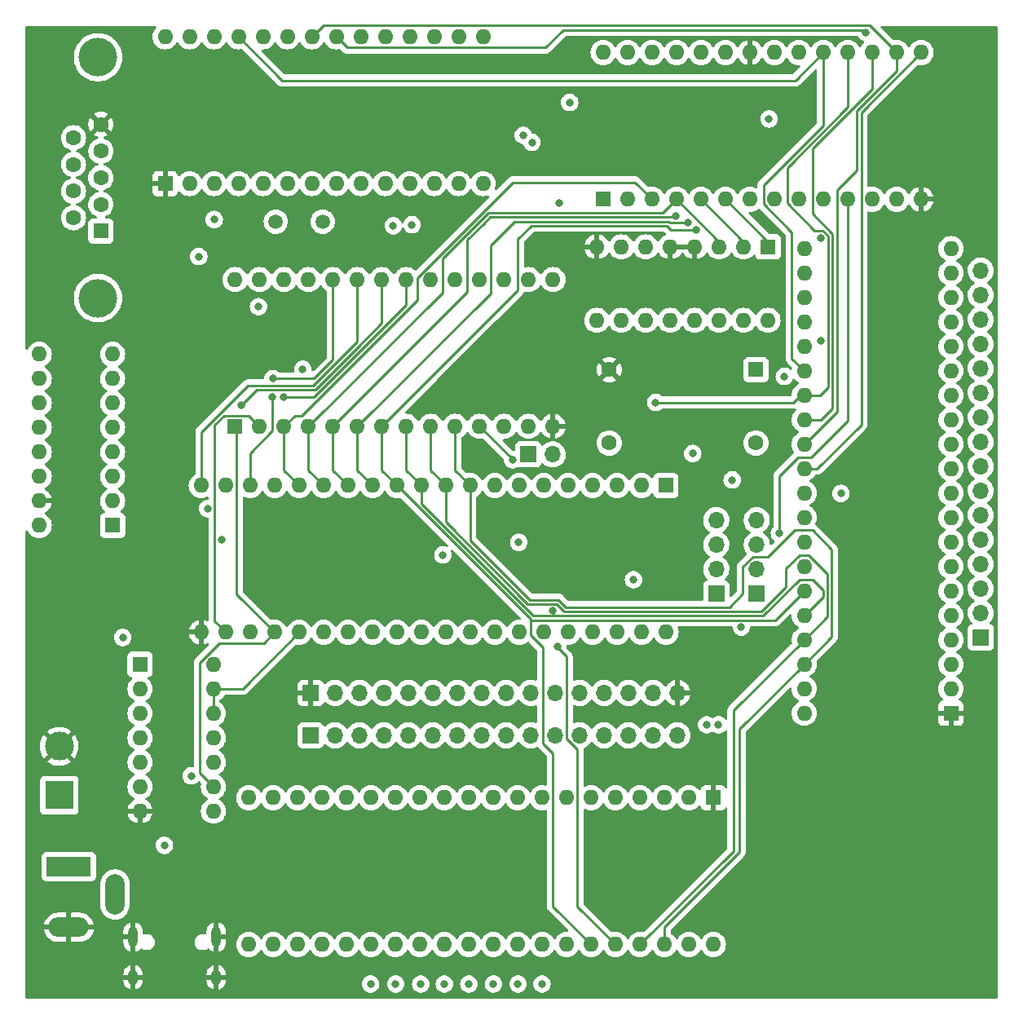
<source format=gbr>
%TF.GenerationSoftware,KiCad,Pcbnew,6.0.10-86aedd382b~118~ubuntu22.10.1*%
%TF.CreationDate,2023-07-03T20:16:52-07:00*%
%TF.ProjectId,6502v2,36353032-7632-42e6-9b69-6361645f7063,rev?*%
%TF.SameCoordinates,Original*%
%TF.FileFunction,Copper,L3,Inr*%
%TF.FilePolarity,Positive*%
%FSLAX46Y46*%
G04 Gerber Fmt 4.6, Leading zero omitted, Abs format (unit mm)*
G04 Created by KiCad (PCBNEW 6.0.10-86aedd382b~118~ubuntu22.10.1) date 2023-07-03 20:16:52*
%MOMM*%
%LPD*%
G01*
G04 APERTURE LIST*
%TA.AperFunction,ComponentPad*%
%ADD10C,1.500000*%
%TD*%
%TA.AperFunction,ComponentPad*%
%ADD11R,1.700000X1.700000*%
%TD*%
%TA.AperFunction,ComponentPad*%
%ADD12O,1.700000X1.700000*%
%TD*%
%TA.AperFunction,ComponentPad*%
%ADD13R,1.600000X1.600000*%
%TD*%
%TA.AperFunction,ComponentPad*%
%ADD14O,1.600000X1.600000*%
%TD*%
%TA.AperFunction,ComponentPad*%
%ADD15O,1.000000X2.100000*%
%TD*%
%TA.AperFunction,ComponentPad*%
%ADD16O,1.000000X1.600000*%
%TD*%
%TA.AperFunction,ComponentPad*%
%ADD17R,3.000000X3.000000*%
%TD*%
%TA.AperFunction,ComponentPad*%
%ADD18C,3.000000*%
%TD*%
%TA.AperFunction,ComponentPad*%
%ADD19R,4.600000X2.000000*%
%TD*%
%TA.AperFunction,ComponentPad*%
%ADD20O,4.200000X2.000000*%
%TD*%
%TA.AperFunction,ComponentPad*%
%ADD21O,2.000000X4.200000*%
%TD*%
%TA.AperFunction,ComponentPad*%
%ADD22C,1.600000*%
%TD*%
%TA.AperFunction,ComponentPad*%
%ADD23C,4.000000*%
%TD*%
%TA.AperFunction,ViaPad*%
%ADD24C,0.800000*%
%TD*%
%TA.AperFunction,Conductor*%
%ADD25C,0.250000*%
%TD*%
G04 APERTURE END LIST*
D10*
%TO.N,Net-(R33-Pad2)*%
%TO.C,1.8432 Mh*%
X61875000Y-47075000D03*
%TO.N,Net-(C15-Pad1)*%
X56995000Y-47075000D03*
%TD*%
D11*
%TO.N,/VIA/LCD PB7*%
%TO.C,GPIO*%
X60600000Y-100425000D03*
D12*
%TO.N,/VIA/LCD PB6*%
X63140000Y-100425000D03*
%TO.N,/VIA/LCD PB5*%
X65680000Y-100425000D03*
%TO.N,/VIA/LCD PB4*%
X68220000Y-100425000D03*
%TO.N,/VIA/LCD PB3*%
X70760000Y-100425000D03*
%TO.N,/VIA/LCD PB2*%
X73300000Y-100425000D03*
%TO.N,/VIA/LCD PB1*%
X75840000Y-100425000D03*
%TO.N,/VIA/LCD PB0*%
X78380000Y-100425000D03*
%TO.N,/VIA/LCD PA7*%
X80920000Y-100425000D03*
%TO.N,/VIA/LCD PA6*%
X83460000Y-100425000D03*
%TO.N,/VIA/LCD PA5*%
X86000000Y-100425000D03*
%TO.N,/VIA/LCD PA4*%
X88540000Y-100425000D03*
%TO.N,/VIA/LCD PA3*%
X91080000Y-100425000D03*
%TO.N,/VIA/LCD PA2*%
X93620000Y-100425000D03*
%TO.N,/VIA/LCD PA1*%
X96160000Y-100425000D03*
%TO.N,/VIA/LCD PA0*%
X98700000Y-100425000D03*
%TD*%
D11*
%TO.N,/CPU/NMI*%
%TO.C,NMI*%
X83225000Y-71250000D03*
D12*
%TO.N,/IRQ*%
X85765000Y-71250000D03*
%TD*%
D13*
%TO.N,GND*%
%TO.C,65C22*%
X102450000Y-106900000D03*
D14*
%TO.N,/VIA/LCD PA0*%
X99910000Y-106900000D03*
%TO.N,/VIA/LCD PA1*%
X97370000Y-106900000D03*
%TO.N,/VIA/LCD PA2*%
X94830000Y-106900000D03*
%TO.N,/VIA/LCD PA3*%
X92290000Y-106900000D03*
%TO.N,/VIA/LCD PA4*%
X89750000Y-106900000D03*
%TO.N,/VIA/LCD PA5*%
X87210000Y-106900000D03*
%TO.N,/VIA/LCD PA6*%
X84670000Y-106900000D03*
%TO.N,/VIA/LCD PA7*%
X82130000Y-106900000D03*
%TO.N,/VIA/LCD PB0*%
X79590000Y-106900000D03*
%TO.N,/VIA/LCD PB1*%
X77050000Y-106900000D03*
%TO.N,/VIA/LCD PB2*%
X74510000Y-106900000D03*
%TO.N,/VIA/LCD PB3*%
X71970000Y-106900000D03*
%TO.N,/VIA/LCD PB4*%
X69430000Y-106900000D03*
%TO.N,/VIA/LCD PB5*%
X66890000Y-106900000D03*
%TO.N,/VIA/LCD PB6*%
X64350000Y-106900000D03*
%TO.N,/VIA/LCD PB7*%
X61810000Y-106900000D03*
%TO.N,/VIA/LCD CB1*%
X59270000Y-106900000D03*
%TO.N,/VIA/LCD CB2*%
X56730000Y-106900000D03*
%TO.N,+5V*%
X54190000Y-106900000D03*
%TO.N,unconnected-(U6-Pad21)*%
X54190000Y-122140000D03*
%TO.N,/R{slash}W*%
X56730000Y-122140000D03*
%TO.N,/I{slash}O ~{Enable}*%
X59270000Y-122140000D03*
%TO.N,/LCD C22 Enable*%
X61810000Y-122140000D03*
%TO.N,/Clk*%
X64350000Y-122140000D03*
%TO.N,/D7*%
X66890000Y-122140000D03*
%TO.N,/D6*%
X69430000Y-122140000D03*
%TO.N,/D5*%
X71970000Y-122140000D03*
%TO.N,/D4*%
X74510000Y-122140000D03*
%TO.N,/D3*%
X77050000Y-122140000D03*
%TO.N,/D2*%
X79590000Y-122140000D03*
%TO.N,/D1*%
X82130000Y-122140000D03*
%TO.N,/D0*%
X84670000Y-122140000D03*
%TO.N,/Reset*%
X87210000Y-122140000D03*
%TO.N,/A3*%
X89750000Y-122140000D03*
%TO.N,/A2*%
X92290000Y-122140000D03*
%TO.N,/A1*%
X94830000Y-122140000D03*
%TO.N,/A0*%
X97370000Y-122140000D03*
%TO.N,/VIA/LCD CA2*%
X99910000Y-122140000D03*
%TO.N,/VIA/LCD CA1*%
X102450000Y-122140000D03*
%TD*%
D11*
%TO.N,/VIA/LCD CA1*%
%TO.C,J8*%
X102750000Y-85700000D03*
D12*
%TO.N,/VIA/LCD CA2*%
X102750000Y-83160000D03*
%TO.N,/VIA/LCD CB1*%
X102750000Y-80620000D03*
%TO.N,/VIA/LCD CB2*%
X102750000Y-78080000D03*
%TD*%
D15*
%TO.N,GND*%
%TO.C,USB1*%
X50820000Y-121370000D03*
X42180000Y-121370000D03*
D16*
X42180000Y-125550000D03*
X50820000Y-125550000D03*
%TD*%
D11*
%TO.N,GND*%
%TO.C,LCD Header*%
X60623000Y-96022000D03*
D12*
%TO.N,+5V*%
X63163000Y-96022000D03*
%TO.N,/VIA/LCD PB7*%
X65703000Y-96022000D03*
%TO.N,/VIA/LCD PB6*%
X68243000Y-96022000D03*
%TO.N,/VIA/LCD PB5*%
X70783000Y-96022000D03*
%TO.N,/VIA/LCD PB4*%
X73323000Y-96022000D03*
%TO.N,/VIA/LCD PB3*%
X75863000Y-96022000D03*
%TO.N,/VIA/LCD PB2*%
X78403000Y-96022000D03*
%TO.N,/VIA/LCD PB1*%
X80943000Y-96022000D03*
%TO.N,/VIA/LCD PB0*%
X83483000Y-96022000D03*
%TO.N,/VIA/LCD PA7*%
X86023000Y-96022000D03*
%TO.N,/VIA/LCD PA6*%
X88563000Y-96022000D03*
%TO.N,/VIA/LCD PA5*%
X91103000Y-96022000D03*
%TO.N,Net-(J7-Pad14)*%
X93643000Y-96022000D03*
%TO.N,+5V*%
X96183000Y-96022000D03*
%TO.N,GND*%
X98723000Y-96022000D03*
%TD*%
D13*
%TO.N,unconnected-(U1-Pad1)*%
%TO.C,74HC00*%
X42900000Y-93050000D03*
D14*
%TO.N,unconnected-(U1-Pad2)*%
X42900000Y-95590000D03*
%TO.N,unconnected-(U1-Pad3)*%
X42900000Y-98130000D03*
%TO.N,/Clk*%
X42900000Y-100670000D03*
%TO.N,/~{A15}*%
X42900000Y-103210000D03*
%TO.N,/RAM ~{CS}*%
X42900000Y-105750000D03*
%TO.N,GND*%
X42900000Y-108290000D03*
%TO.N,/I{slash}O ~{Enable}*%
X50520000Y-108290000D03*
%TO.N,/A14*%
X50520000Y-105750000D03*
%TO.N,/~{A15}*%
X50520000Y-103210000D03*
X50520000Y-100670000D03*
%TO.N,/A15*%
X50520000Y-98130000D03*
X50520000Y-95590000D03*
%TO.N,+5V*%
X50520000Y-93050000D03*
%TD*%
D17*
%TO.N,+5V*%
%TO.C,J1*%
X34500000Y-106650000D03*
D18*
%TO.N,GND*%
X34500000Y-101570000D03*
%TD*%
D19*
%TO.N,VCC*%
%TO.C,5v*%
X35500000Y-114050000D03*
D20*
%TO.N,GND*%
X35500000Y-120350000D03*
D21*
%TO.N,N/C*%
X40300000Y-116950000D03*
%TD*%
D13*
%TO.N,/A14*%
%TO.C,RAM*%
X52775000Y-68325000D03*
D14*
%TO.N,/A12*%
X55315000Y-68325000D03*
%TO.N,/A7*%
X57855000Y-68325000D03*
%TO.N,/A6*%
X60395000Y-68325000D03*
%TO.N,/A5*%
X62935000Y-68325000D03*
%TO.N,/A4*%
X65475000Y-68325000D03*
%TO.N,/A3*%
X68015000Y-68325000D03*
%TO.N,/A2*%
X70555000Y-68325000D03*
%TO.N,/A1*%
X73095000Y-68325000D03*
%TO.N,/A0*%
X75635000Y-68325000D03*
%TO.N,/D0*%
X78175000Y-68325000D03*
%TO.N,/D1*%
X80715000Y-68325000D03*
%TO.N,/D2*%
X83255000Y-68325000D03*
%TO.N,GND*%
X85795000Y-68325000D03*
%TO.N,/D3*%
X85795000Y-53085000D03*
%TO.N,/D4*%
X83255000Y-53085000D03*
%TO.N,/D5*%
X80715000Y-53085000D03*
%TO.N,/D6*%
X78175000Y-53085000D03*
%TO.N,/D7*%
X75635000Y-53085000D03*
%TO.N,/RAM ~{CS}*%
X73095000Y-53085000D03*
%TO.N,/A10*%
X70555000Y-53085000D03*
%TO.N,/A14*%
X68015000Y-53085000D03*
%TO.N,/A11*%
X65475000Y-53085000D03*
%TO.N,/A9*%
X62935000Y-53085000D03*
%TO.N,/A8*%
X60395000Y-53085000D03*
%TO.N,/A13*%
X57855000Y-53085000D03*
%TO.N,/R{slash}W*%
X55315000Y-53085000D03*
%TO.N,+5V*%
X52775000Y-53085000D03*
%TD*%
D13*
%TO.N,GND*%
%TO.C,65C51*%
X45500000Y-43125000D03*
D14*
%TO.N,/Serial Enable*%
X48040000Y-43125000D03*
%TO.N,/I{slash}O ~{Enable}*%
X50580000Y-43125000D03*
%TO.N,/Reset*%
X53120000Y-43125000D03*
%TO.N,unconnected-(U8-Pad5)*%
X55660000Y-43125000D03*
%TO.N,Net-(C15-Pad1)*%
X58200000Y-43125000D03*
%TO.N,Net-(R33-Pad2)*%
X60740000Y-43125000D03*
%TO.N,unconnected-(U8-Pad8)*%
X63280000Y-43125000D03*
%TO.N,unconnected-(U8-Pad9)*%
X65820000Y-43125000D03*
%TO.N,/Serial/T1IN*%
X68360000Y-43125000D03*
%TO.N,unconnected-(U8-Pad11)*%
X70900000Y-43125000D03*
%TO.N,/Serial/R1OUT*%
X73440000Y-43125000D03*
%TO.N,/A0*%
X75980000Y-43125000D03*
%TO.N,/A1*%
X78520000Y-43125000D03*
%TO.N,+5V*%
X78520000Y-27885000D03*
%TO.N,unconnected-(U8-Pad16)*%
X75980000Y-27885000D03*
%TO.N,unconnected-(U8-Pad17)*%
X73440000Y-27885000D03*
%TO.N,/D0*%
X70900000Y-27885000D03*
%TO.N,/D1*%
X68360000Y-27885000D03*
%TO.N,/D2*%
X65820000Y-27885000D03*
%TO.N,/D3*%
X63280000Y-27885000D03*
%TO.N,/D4*%
X60740000Y-27885000D03*
%TO.N,/D5*%
X58200000Y-27885000D03*
%TO.N,/D6*%
X55660000Y-27885000D03*
%TO.N,/D7*%
X53120000Y-27885000D03*
%TO.N,unconnected-(U8-Pad26)*%
X50580000Y-27885000D03*
%TO.N,/Clk*%
X48040000Y-27885000D03*
%TO.N,/R{slash}W*%
X45500000Y-27885000D03*
%TD*%
D13*
%TO.N,unconnected-(X1-Pad1)*%
%TO.C,1Mh*%
X106870000Y-62440000D03*
D22*
%TO.N,GND*%
X91630000Y-62440000D03*
%TO.N,/Clk*%
X91630000Y-70060000D03*
%TO.N,+5V*%
X106870000Y-70060000D03*
%TD*%
D13*
%TO.N,/A4*%
%TO.C,74HC238*%
X108125000Y-49700000D03*
D14*
%TO.N,/A5*%
X105585000Y-49700000D03*
%TO.N,/A6*%
X103045000Y-49700000D03*
%TO.N,GND*%
X100505000Y-49700000D03*
X97965000Y-49700000D03*
%TO.N,+5V*%
X95425000Y-49700000D03*
%TO.N,unconnected-(U2-Pad7)*%
X92885000Y-49700000D03*
%TO.N,GND*%
X90345000Y-49700000D03*
%TO.N,unconnected-(U2-Pad9)*%
X90345000Y-57320000D03*
%TO.N,unconnected-(U2-Pad10)*%
X92885000Y-57320000D03*
%TO.N,/Serial Enable*%
X95425000Y-57320000D03*
%TO.N,unconnected-(U2-Pad12)*%
X97965000Y-57320000D03*
%TO.N,/LCD C22 Enable*%
X100505000Y-57320000D03*
%TO.N,/C22 Enable*%
X103045000Y-57320000D03*
%TO.N,unconnected-(U2-Pad15)*%
X105585000Y-57320000D03*
%TO.N,+5V*%
X108125000Y-57320000D03*
%TD*%
D13*
%TO.N,GND*%
%TO.C,65C22*%
X127125000Y-98125000D03*
D14*
%TO.N,/VIA/PA0*%
X127125000Y-95585000D03*
%TO.N,/VIA/PA1*%
X127125000Y-93045000D03*
%TO.N,/VIA/PA2*%
X127125000Y-90505000D03*
%TO.N,/VIA/PA3*%
X127125000Y-87965000D03*
%TO.N,/VIA/PA4*%
X127125000Y-85425000D03*
%TO.N,/VIA/PA5*%
X127125000Y-82885000D03*
%TO.N,/VIA/PA6*%
X127125000Y-80345000D03*
%TO.N,/VIA/PA7*%
X127125000Y-77805000D03*
%TO.N,/VIA/PB0*%
X127125000Y-75265000D03*
%TO.N,/VIA/PB1*%
X127125000Y-72725000D03*
%TO.N,/VIA/PB2*%
X127125000Y-70185000D03*
%TO.N,/VIA/PB3*%
X127125000Y-67645000D03*
%TO.N,/VIA/PB4*%
X127125000Y-65105000D03*
%TO.N,/VIA/PB5*%
X127125000Y-62565000D03*
%TO.N,/VIA/PB6*%
X127125000Y-60025000D03*
%TO.N,/VIA/PB7*%
X127125000Y-57485000D03*
%TO.N,/VIA/CB1*%
X127125000Y-54945000D03*
%TO.N,/VIA/CB2*%
X127125000Y-52405000D03*
%TO.N,+5V*%
X127125000Y-49865000D03*
%TO.N,/IRQ*%
X111885000Y-49865000D03*
%TO.N,/R{slash}W*%
X111885000Y-52405000D03*
%TO.N,/I{slash}O ~{Enable}*%
X111885000Y-54945000D03*
%TO.N,/C22 Enable*%
X111885000Y-57485000D03*
%TO.N,/Clk*%
X111885000Y-60025000D03*
%TO.N,/D7*%
X111885000Y-62565000D03*
%TO.N,/D6*%
X111885000Y-65105000D03*
%TO.N,/D5*%
X111885000Y-67645000D03*
%TO.N,/D4*%
X111885000Y-70185000D03*
%TO.N,/D3*%
X111885000Y-72725000D03*
%TO.N,/D2*%
X111885000Y-75265000D03*
%TO.N,/D1*%
X111885000Y-77805000D03*
%TO.N,/D0*%
X111885000Y-80345000D03*
%TO.N,/Reset*%
X111885000Y-82885000D03*
%TO.N,/A3*%
X111885000Y-85425000D03*
%TO.N,/A2*%
X111885000Y-87965000D03*
%TO.N,/A1*%
X111885000Y-90505000D03*
%TO.N,/A0*%
X111885000Y-93045000D03*
%TO.N,/VIA/CA2*%
X111885000Y-95585000D03*
%TO.N,/VIA/CA1*%
X111885000Y-98125000D03*
%TD*%
D13*
%TO.N,Net-(C11-Pad1)*%
%TO.C,MAX232*%
X40050000Y-78625000D03*
D14*
%TO.N,Net-(C14-Pad1)*%
X40050000Y-76085000D03*
%TO.N,Net-(C11-Pad2)*%
X40050000Y-73545000D03*
%TO.N,Net-(C12-Pad1)*%
X40050000Y-71005000D03*
%TO.N,Net-(C12-Pad2)*%
X40050000Y-68465000D03*
%TO.N,Net-(C13-Pad1)*%
X40050000Y-65925000D03*
%TO.N,unconnected-(U7-Pad7)*%
X40050000Y-63385000D03*
%TO.N,unconnected-(U7-Pad8)*%
X40050000Y-60845000D03*
%TO.N,unconnected-(U7-Pad9)*%
X32430000Y-60845000D03*
%TO.N,unconnected-(U7-Pad10)*%
X32430000Y-63385000D03*
%TO.N,/Serial/T1IN*%
X32430000Y-65925000D03*
%TO.N,/Serial/R1OUT*%
X32430000Y-68465000D03*
%TO.N,/Serial/R1IN*%
X32430000Y-71005000D03*
%TO.N,/Serial/T1OUT*%
X32430000Y-73545000D03*
%TO.N,GND*%
X32430000Y-76085000D03*
%TO.N,+5V*%
X32430000Y-78625000D03*
%TD*%
D22*
%TO.N,unconnected-(J9-Pad9)*%
%TO.C,J9*%
X35990331Y-38355000D03*
%TO.N,unconnected-(J9-Pad8)*%
X35990331Y-41125000D03*
%TO.N,unconnected-(J9-Pad7)*%
X35990331Y-43895000D03*
%TO.N,unconnected-(J9-Pad6)*%
X35990331Y-46665000D03*
%TO.N,GND*%
X38830331Y-36970000D03*
%TO.N,unconnected-(J9-Pad4)*%
X38830331Y-39740000D03*
%TO.N,/Serial/R1IN*%
X38830331Y-42510000D03*
%TO.N,/Serial/T1OUT*%
X38830331Y-45280000D03*
D13*
%TO.N,unconnected-(J9-Pad1)*%
X38830331Y-48050000D03*
D23*
%TO.N,N/C*%
X38530331Y-30010000D03*
X38530331Y-55010000D03*
%TD*%
D11*
%TO.N,/VIA/PA0*%
%TO.C,GPIO*%
X130225000Y-90250000D03*
D12*
%TO.N,/VIA/PA1*%
X130225000Y-87710000D03*
%TO.N,/VIA/PA2*%
X130225000Y-85170000D03*
%TO.N,/VIA/PA3*%
X130225000Y-82630000D03*
%TO.N,/VIA/PA4*%
X130225000Y-80090000D03*
%TO.N,/VIA/PA5*%
X130225000Y-77550000D03*
%TO.N,/VIA/PA6*%
X130225000Y-75010000D03*
%TO.N,/VIA/PA7*%
X130225000Y-72470000D03*
%TO.N,/VIA/PB0*%
X130225000Y-69930000D03*
%TO.N,/VIA/PB1*%
X130225000Y-67390000D03*
%TO.N,/VIA/PB2*%
X130225000Y-64850000D03*
%TO.N,/VIA/PB3*%
X130225000Y-62310000D03*
%TO.N,/VIA/PB4*%
X130225000Y-59770000D03*
%TO.N,/VIA/PB5*%
X130225000Y-57230000D03*
%TO.N,/VIA/PB6*%
X130225000Y-54690000D03*
%TO.N,/VIA/PB7*%
X130225000Y-52150000D03*
%TD*%
D11*
%TO.N,/VIA/CA1*%
%TO.C,J5*%
X106950000Y-85700000D03*
D12*
%TO.N,/VIA/CA2*%
X106950000Y-83160000D03*
%TO.N,/VIA/CB1*%
X106950000Y-80620000D03*
%TO.N,/VIA/CB2*%
X106950000Y-78080000D03*
%TD*%
D13*
%TO.N,/A14*%
%TO.C,U9*%
X91000000Y-44750000D03*
D14*
%TO.N,/A12*%
X93540000Y-44750000D03*
%TO.N,/A7*%
X96080000Y-44750000D03*
%TO.N,/A6*%
X98620000Y-44750000D03*
%TO.N,/A5*%
X101160000Y-44750000D03*
%TO.N,/A4*%
X103700000Y-44750000D03*
%TO.N,/A3*%
X106240000Y-44750000D03*
%TO.N,/A2*%
X108780000Y-44750000D03*
%TO.N,/A1*%
X111320000Y-44750000D03*
%TO.N,/A0*%
X113860000Y-44750000D03*
%TO.N,/D0*%
X116400000Y-44750000D03*
%TO.N,/D1*%
X118940000Y-44750000D03*
%TO.N,/D2*%
X121480000Y-44750000D03*
%TO.N,GND*%
X124020000Y-44750000D03*
%TO.N,/D3*%
X124020000Y-29510000D03*
%TO.N,/D4*%
X121480000Y-29510000D03*
%TO.N,/D5*%
X118940000Y-29510000D03*
%TO.N,/D6*%
X116400000Y-29510000D03*
%TO.N,/D7*%
X113860000Y-29510000D03*
%TO.N,/~{A15}*%
X111320000Y-29510000D03*
%TO.N,/A10*%
X108780000Y-29510000D03*
%TO.N,GND*%
X106240000Y-29510000D03*
%TO.N,/A11*%
X103700000Y-29510000D03*
%TO.N,/A9*%
X101160000Y-29510000D03*
%TO.N,/A8*%
X98620000Y-29510000D03*
%TO.N,/A13*%
X96080000Y-29510000D03*
%TO.N,+5V*%
X93540000Y-29510000D03*
X91000000Y-29510000D03*
%TD*%
D13*
%TO.N,unconnected-(U4-Pad1)*%
%TO.C,65C02*%
X97525000Y-74475000D03*
D14*
%TO.N,+5V*%
X94985000Y-74475000D03*
%TO.N,unconnected-(U4-Pad3)*%
X92445000Y-74475000D03*
%TO.N,/IRQ*%
X89905000Y-74475000D03*
%TO.N,unconnected-(U4-Pad5)*%
X87365000Y-74475000D03*
%TO.N,/CPU/NMI*%
X84825000Y-74475000D03*
%TO.N,unconnected-(U4-Pad7)*%
X82285000Y-74475000D03*
%TO.N,+5V*%
X79745000Y-74475000D03*
%TO.N,/A0*%
X77205000Y-74475000D03*
%TO.N,/A1*%
X74665000Y-74475000D03*
%TO.N,/A2*%
X72125000Y-74475000D03*
%TO.N,/A3*%
X69585000Y-74475000D03*
%TO.N,/A4*%
X67045000Y-74475000D03*
%TO.N,/A5*%
X64505000Y-74475000D03*
%TO.N,/A6*%
X61965000Y-74475000D03*
%TO.N,/A7*%
X59425000Y-74475000D03*
%TO.N,/A8*%
X56885000Y-74475000D03*
%TO.N,/A9*%
X54345000Y-74475000D03*
%TO.N,/A10*%
X51805000Y-74475000D03*
%TO.N,/A11*%
X49265000Y-74475000D03*
%TO.N,GND*%
X49265000Y-89715000D03*
%TO.N,/A12*%
X51805000Y-89715000D03*
%TO.N,/A13*%
X54345000Y-89715000D03*
%TO.N,/A14*%
X56885000Y-89715000D03*
%TO.N,/A15*%
X59425000Y-89715000D03*
%TO.N,/D7*%
X61965000Y-89715000D03*
%TO.N,/D6*%
X64505000Y-89715000D03*
%TO.N,/D5*%
X67045000Y-89715000D03*
%TO.N,/D4*%
X69585000Y-89715000D03*
%TO.N,/D3*%
X72125000Y-89715000D03*
%TO.N,/D2*%
X74665000Y-89715000D03*
%TO.N,/D1*%
X77205000Y-89715000D03*
%TO.N,/D0*%
X79745000Y-89715000D03*
%TO.N,/R{slash}W*%
X82285000Y-89715000D03*
%TO.N,unconnected-(U4-Pad35)*%
X84825000Y-89715000D03*
%TO.N,+5V*%
X87365000Y-89715000D03*
%TO.N,/Clk*%
X89905000Y-89715000D03*
%TO.N,+5V*%
X92445000Y-89715000D03*
%TO.N,unconnected-(U4-Pad39)*%
X94985000Y-89715000D03*
%TO.N,/Reset*%
X97525000Y-89715000D03*
%TD*%
D24*
%TO.N,GND*%
X123750000Y-73775000D03*
X120875000Y-118925000D03*
X50475000Y-49300000D03*
X123775000Y-89175000D03*
X129050000Y-29350000D03*
X39720000Y-87150000D03*
X86325000Y-30950000D03*
X32525000Y-32400000D03*
X57900000Y-103050000D03*
X84725000Y-36000000D03*
X59800000Y-113550000D03*
X49150000Y-86440000D03*
X127975000Y-125775000D03*
X88425000Y-82800000D03*
X47650000Y-116375000D03*
X101375000Y-38625000D03*
X56125000Y-50450000D03*
X54475000Y-45250000D03*
X62600000Y-39850000D03*
X43390000Y-90370000D03*
X61570000Y-79040000D03*
X122390000Y-38490000D03*
X113040000Y-104800000D03*
X36250000Y-52225000D03*
X128000000Y-113750000D03*
X74100000Y-30625000D03*
X32475000Y-28700000D03*
X59620000Y-85480000D03*
X77875000Y-35275000D03*
X39720000Y-81690000D03*
X57950000Y-126025000D03*
X39720000Y-84000000D03*
X45650000Y-37070000D03*
X113100000Y-125775000D03*
X96800000Y-82225000D03*
X93475000Y-125725000D03*
X41575000Y-56925000D03*
X53525000Y-99850000D03*
X99600000Y-82150000D03*
X123750000Y-81350000D03*
X51650000Y-37050000D03*
X56070000Y-80150000D03*
X129200000Y-38475000D03*
X35300000Y-85290000D03*
X58870000Y-78630000D03*
%TO.N,+5V*%
X87525000Y-34700000D03*
X94150000Y-84250000D03*
X82225000Y-80375000D03*
X48210000Y-104620000D03*
X45430000Y-111840000D03*
X74350886Y-81674114D03*
X109825000Y-63150000D03*
%TO.N,Net-(D2-Pad1)*%
X84650000Y-126250000D03*
%TO.N,/D0*%
X81594500Y-71800000D03*
X109300000Y-79450000D03*
%TO.N,Net-(D4-Pad1)*%
X82150000Y-126250000D03*
%TO.N,/A1*%
X115700000Y-75300000D03*
X113584851Y-48770847D03*
%TO.N,Net-(D6-Pad1)*%
X79600000Y-126250000D03*
%TO.N,/A2*%
X85737451Y-87512951D03*
X86250000Y-91200500D03*
%TO.N,Net-(D8-Pad1)*%
X77050000Y-126250000D03*
%TO.N,/D3*%
X118300000Y-27424500D03*
%TO.N,/A3*%
X100653416Y-47924500D03*
%TO.N,Net-(D10-Pad1)*%
X74500000Y-126250000D03*
%TO.N,/A4*%
X99775000Y-47200000D03*
%TO.N,Net-(D12-Pad1)*%
X72050000Y-126250000D03*
%TO.N,/D5*%
X108225000Y-36400000D03*
%TO.N,/A5*%
X98550000Y-46475000D03*
%TO.N,Net-(D14-Pad1)*%
X69450000Y-126250000D03*
%TO.N,/D6*%
X96450000Y-65850000D03*
%TO.N,Net-(D16-Pad1)*%
X66850000Y-126250000D03*
%TO.N,/A8*%
X49925500Y-76875000D03*
%TO.N,/A9*%
X56700000Y-63375500D03*
X56650000Y-65275000D03*
%TO.N,/A10*%
X57800000Y-65300000D03*
%TO.N,/R{slash}W*%
X49000000Y-50700000D03*
%TO.N,/A12*%
X59800000Y-62400000D03*
X69200000Y-47500000D03*
X82700000Y-38100000D03*
%TO.N,/A13*%
X51374500Y-80075000D03*
X55200000Y-55900000D03*
%TO.N,/A14*%
X71150500Y-47400000D03*
X83600000Y-38850000D03*
X53450000Y-66100000D03*
%TO.N,/VIA/LCD CA1*%
X102975000Y-99325000D03*
%TO.N,/VIA/LCD CA2*%
X101759500Y-99325000D03*
%TO.N,/Reset*%
X41100000Y-90250000D03*
X105350000Y-89175000D03*
%TO.N,/I{slash}O ~{Enable}*%
X50600000Y-46850000D03*
X113650500Y-59411540D03*
%TO.N,/LCD C22 Enable*%
X100300000Y-71150000D03*
X104400000Y-73900000D03*
%TO.N,/Serial Enable*%
X86425500Y-45150000D03*
%TD*%
D25*
%TO.N,/D0*%
X78175000Y-68325000D02*
X81594500Y-71744500D01*
X109300000Y-73525000D02*
X109300000Y-79450000D01*
X112600000Y-71575000D02*
X111250000Y-71575000D01*
X116400000Y-44750000D02*
X116400000Y-67775000D01*
X111250000Y-71575000D02*
X109300000Y-73525000D01*
X116400000Y-67775000D02*
X112600000Y-71575000D01*
X81594500Y-71744500D02*
X81594500Y-71800000D01*
%TO.N,/A0*%
X105525000Y-84550000D02*
X105525000Y-85700000D01*
X75635000Y-72905000D02*
X77205000Y-74475000D01*
X114750000Y-81125000D02*
X112725000Y-79100000D01*
X97370000Y-122140000D02*
X97370000Y-120330000D01*
X112725000Y-79100000D02*
X110925000Y-79100000D01*
X110925000Y-79100000D02*
X108125000Y-81900000D01*
X106548299Y-81900000D02*
X105525000Y-82923299D01*
X104125000Y-87100000D02*
X87136396Y-87100000D01*
X77205000Y-80185812D02*
X77205000Y-74475000D01*
X111885000Y-93045000D02*
X114750000Y-90180000D01*
X87136396Y-87100000D02*
X86374347Y-86337951D01*
X97370000Y-120330000D02*
X105150000Y-112550000D01*
X75635000Y-68325000D02*
X75635000Y-72905000D01*
X83357139Y-86337951D02*
X77205000Y-80185812D01*
X105525000Y-82923299D02*
X105525000Y-84700000D01*
X105525000Y-85700000D02*
X104125000Y-87100000D01*
X105150000Y-112550000D02*
X105150000Y-99780000D01*
X105150000Y-99780000D02*
X111885000Y-93045000D01*
X108125000Y-81900000D02*
X106548299Y-81900000D01*
X86374347Y-86337951D02*
X83357139Y-86337951D01*
X114750000Y-90180000D02*
X114750000Y-81125000D01*
%TO.N,/A1*%
X104550000Y-112420000D02*
X104550000Y-97840000D01*
X73095000Y-68325000D02*
X73095000Y-72905000D01*
X73095000Y-72905000D02*
X74665000Y-74475000D01*
X111400000Y-81675000D02*
X112300000Y-81675000D01*
X112300000Y-81675000D02*
X114300000Y-83675000D01*
X114300000Y-83675000D02*
X114300000Y-88090000D01*
X74665000Y-74475000D02*
X74665000Y-78282208D01*
X109975000Y-83100000D02*
X111400000Y-81675000D01*
X74665000Y-78282208D02*
X83170743Y-86787951D01*
X94830000Y-122140000D02*
X104550000Y-112420000D01*
X114300000Y-88090000D02*
X111885000Y-90505000D01*
X107413604Y-87550000D02*
X109975000Y-84988604D01*
X83170743Y-86787951D02*
X86187951Y-86787951D01*
X109975000Y-84988604D02*
X109975000Y-83100000D01*
X104550000Y-97840000D02*
X111885000Y-90505000D01*
X86950000Y-87550000D02*
X107413604Y-87550000D01*
X86187951Y-86787951D02*
X86950000Y-87550000D01*
%TO.N,/A2*%
X111885000Y-87965000D02*
X113850000Y-86000000D01*
X88335000Y-118185000D02*
X88335000Y-101881701D01*
X113850000Y-86000000D02*
X113850000Y-85350000D01*
X87198000Y-100744701D02*
X87198000Y-92248000D01*
X70555000Y-72905000D02*
X72125000Y-74475000D01*
X72125000Y-76378604D02*
X72125000Y-74475000D01*
X87198000Y-92248000D02*
X86250000Y-91300000D01*
X85924902Y-88000000D02*
X86500000Y-88000000D01*
X85737451Y-87512951D02*
X85737451Y-87812549D01*
X107600000Y-88000000D02*
X86500000Y-88000000D01*
X113850000Y-85350000D02*
X112725000Y-84225000D01*
X92290000Y-122140000D02*
X88335000Y-118185000D01*
X86250000Y-91300000D02*
X86250000Y-91200500D01*
X112725000Y-84225000D02*
X111375000Y-84225000D01*
X86500000Y-88000000D02*
X83746396Y-88000000D01*
X111375000Y-84225000D02*
X107600000Y-88000000D01*
X85737451Y-87812549D02*
X85924902Y-88000000D01*
X83746396Y-88000000D02*
X72125000Y-76378604D01*
X88335000Y-101881701D02*
X87198000Y-100744701D01*
X70555000Y-68325000D02*
X70555000Y-72905000D01*
%TO.N,/D3*%
X117815000Y-35715000D02*
X117815000Y-68135000D01*
X124020000Y-29510000D02*
X117815000Y-35715000D01*
X117815000Y-68135000D02*
X113225000Y-72725000D01*
X113225000Y-72725000D02*
X111885000Y-72725000D01*
X118025500Y-27150000D02*
X118300000Y-27424500D01*
X84990000Y-29010000D02*
X86850000Y-27150000D01*
X64405000Y-29010000D02*
X84990000Y-29010000D01*
X63280000Y-27885000D02*
X64405000Y-29010000D01*
X86850000Y-27150000D02*
X118025500Y-27150000D01*
%TO.N,/A3*%
X85795000Y-118185000D02*
X85795000Y-102294999D01*
X68015000Y-68325000D02*
X68015000Y-72905000D01*
X82130000Y-48895000D02*
X83525000Y-47500000D01*
X83455000Y-88345000D02*
X82930000Y-87820000D01*
X84750000Y-91300000D02*
X83455000Y-90005000D01*
X82130000Y-54210000D02*
X82130000Y-48895000D01*
X98038104Y-47924500D02*
X100653416Y-47924500D01*
X85795000Y-102294999D02*
X84750000Y-101249999D01*
X89750000Y-122140000D02*
X85795000Y-118185000D01*
X108860000Y-88450000D02*
X111885000Y-85425000D01*
X68015000Y-72905000D02*
X69585000Y-74475000D01*
X82930000Y-87820000D02*
X83560000Y-88450000D01*
X83525000Y-47500000D02*
X97613604Y-47500000D01*
X68015000Y-68325000D02*
X82130000Y-54210000D01*
X84750000Y-101249999D02*
X84750000Y-91300000D01*
X97613604Y-47500000D02*
X98038104Y-47924500D01*
X83455000Y-90005000D02*
X83455000Y-88345000D01*
X83560000Y-88450000D02*
X108860000Y-88450000D01*
X69585000Y-74475000D02*
X82930000Y-87820000D01*
%TO.N,/D4*%
X60740000Y-27885000D02*
X61925000Y-26700000D01*
X117300000Y-41775000D02*
X117300000Y-35593604D01*
X111885000Y-70185000D02*
X115275000Y-66795000D01*
X118670000Y-26700000D02*
X121480000Y-29510000D01*
X121480000Y-31413604D02*
X121480000Y-29510000D01*
X115275000Y-66795000D02*
X115275000Y-43800000D01*
X115275000Y-43800000D02*
X117300000Y-41775000D01*
X61925000Y-26700000D02*
X118670000Y-26700000D01*
X117300000Y-35593604D02*
X121480000Y-31413604D01*
%TO.N,/A4*%
X65475000Y-72905000D02*
X67045000Y-74475000D01*
X65475000Y-68325000D02*
X65475000Y-72905000D01*
X99775000Y-47200000D02*
X97950000Y-47200000D01*
X81775000Y-47050000D02*
X79300000Y-49525000D01*
X108125000Y-49175000D02*
X108125000Y-49700000D01*
X79300000Y-49525000D02*
X79300000Y-53175000D01*
X103700000Y-44750000D02*
X108125000Y-49175000D01*
X79300000Y-54500000D02*
X79300000Y-53175000D01*
X65475000Y-68325000D02*
X79300000Y-54500000D01*
X97800000Y-47050000D02*
X81775000Y-47050000D01*
X97950000Y-47200000D02*
X97800000Y-47050000D01*
%TO.N,/D5*%
X112725000Y-46250000D02*
X112725000Y-39500000D01*
X118940000Y-33285000D02*
X118940000Y-29510000D01*
X113630000Y-67645000D02*
X114825000Y-66450000D01*
X111885000Y-67645000D02*
X113630000Y-67645000D01*
X112725000Y-39500000D02*
X118940000Y-33285000D01*
X114825000Y-48350000D02*
X112725000Y-46250000D01*
X114825000Y-66450000D02*
X114825000Y-48350000D01*
%TO.N,/A5*%
X105585000Y-49175000D02*
X105585000Y-49700000D01*
X79775000Y-46600000D02*
X98425000Y-46600000D01*
X62935000Y-68325000D02*
X76900000Y-54360000D01*
X98425000Y-46600000D02*
X98550000Y-46475000D01*
X78630901Y-47230900D02*
X79261801Y-46600000D01*
X62935000Y-68325000D02*
X62935000Y-72905000D01*
X76900000Y-53425000D02*
X76900000Y-48961801D01*
X101160000Y-44750000D02*
X105585000Y-49175000D01*
X76900000Y-48961801D02*
X78630901Y-47230900D01*
X62935000Y-72905000D02*
X64505000Y-74475000D01*
X79261801Y-46600000D02*
X79775000Y-46600000D01*
X76900000Y-54360000D02*
X76900000Y-53425000D01*
%TO.N,/D6*%
X111885000Y-65105000D02*
X113520000Y-65105000D01*
X110125000Y-41463604D02*
X116400000Y-35188604D01*
X111495000Y-65105000D02*
X111885000Y-65105000D01*
X110125000Y-45145991D02*
X110125000Y-41463604D01*
X96450000Y-65850000D02*
X110750000Y-65850000D01*
X113819302Y-47980698D02*
X112959707Y-47980698D01*
X114375000Y-64250000D02*
X114375000Y-48536396D01*
X113520000Y-65105000D02*
X114375000Y-64250000D01*
X114375000Y-48536396D02*
X113819302Y-47980698D01*
X110750000Y-65850000D02*
X111495000Y-65105000D01*
X112959707Y-47980698D02*
X110125000Y-45145991D01*
X116400000Y-35188604D02*
X116400000Y-29510000D01*
%TO.N,/A6*%
X97220000Y-46150000D02*
X98620000Y-44750000D01*
X60395000Y-68325000D02*
X74300000Y-54420000D01*
X103045000Y-49175000D02*
X103045000Y-49700000D01*
X74300000Y-54420000D02*
X74300000Y-50925405D01*
X98620000Y-44750000D02*
X103045000Y-49175000D01*
X60395000Y-72905000D02*
X61965000Y-74475000D01*
X60395000Y-68325000D02*
X60395000Y-72905000D01*
X74300000Y-50925405D02*
X79075405Y-46150000D01*
X79075405Y-46150000D02*
X97220000Y-46150000D01*
%TO.N,/D7*%
X107655000Y-45230000D02*
X110600000Y-48175000D01*
X113860000Y-29510000D02*
X113860000Y-37092208D01*
X110970000Y-32400000D02*
X113860000Y-29510000D01*
X57635000Y-32400000D02*
X110970000Y-32400000D01*
X113860000Y-37092208D02*
X107655000Y-43297208D01*
X107655000Y-43297208D02*
X107655000Y-45230000D01*
X110600000Y-61280000D02*
X111885000Y-62565000D01*
X53120000Y-27885000D02*
X57635000Y-32400000D01*
X110600000Y-48175000D02*
X110600000Y-61280000D01*
%TO.N,/A7*%
X81589009Y-43000000D02*
X94330000Y-43000000D01*
X57855000Y-72905000D02*
X59425000Y-74475000D01*
X94330000Y-43000000D02*
X96080000Y-44750000D01*
X59709188Y-67200000D02*
X71680000Y-55229188D01*
X57855000Y-68325000D02*
X58980000Y-67200000D01*
X71680000Y-52909009D02*
X81589009Y-43000000D01*
X71680000Y-55229188D02*
X71680000Y-52909009D01*
X58980000Y-67200000D02*
X59709188Y-67200000D01*
X57855000Y-68325000D02*
X57855000Y-72905000D01*
%TO.N,/A9*%
X56700000Y-63375500D02*
X60988104Y-63375500D01*
X56650000Y-68800000D02*
X56650000Y-65275000D01*
X62935000Y-53085000D02*
X62935000Y-61428604D01*
X60988104Y-63375500D02*
X62081802Y-62281802D01*
X54345000Y-71105000D02*
X56575000Y-68875000D01*
X54345000Y-74475000D02*
X54345000Y-71105000D01*
X56575000Y-68875000D02*
X56650000Y-68800000D01*
X62935000Y-61428604D02*
X62081802Y-62281802D01*
%TO.N,/A10*%
X57800000Y-65300000D02*
X60972792Y-65300000D01*
X70555000Y-55717792D02*
X70555000Y-53085000D01*
X60972792Y-65300000D02*
X70555000Y-55717792D01*
%TO.N,/A11*%
X49265000Y-68948604D02*
X54113604Y-64100000D01*
X65475000Y-59525000D02*
X65475000Y-53085000D01*
X49265000Y-74475000D02*
X49265000Y-68948604D01*
X60900000Y-64100000D02*
X65475000Y-59525000D01*
X54113604Y-64100000D02*
X60900000Y-64100000D01*
%TO.N,/A12*%
X50650000Y-88560000D02*
X51805000Y-89715000D01*
X50650000Y-68200000D02*
X50650000Y-88560000D01*
X51650000Y-67200000D02*
X50650000Y-68200000D01*
X54190000Y-67200000D02*
X51650000Y-67200000D01*
X55315000Y-68325000D02*
X54190000Y-67200000D01*
%TO.N,/A14*%
X52930000Y-68480000D02*
X52930000Y-85760000D01*
X60000000Y-64550000D02*
X55000000Y-64550000D01*
X65418198Y-60218198D02*
X61086396Y-64550000D01*
X56885000Y-89715000D02*
X55760000Y-90840000D01*
X50520000Y-105750000D02*
X49125000Y-104355000D01*
X52930000Y-85760000D02*
X56885000Y-89715000D01*
X68015000Y-57621396D02*
X65418198Y-60218198D01*
X49125000Y-104355000D02*
X49125000Y-92854009D01*
X61086396Y-64550000D02*
X60000000Y-64550000D01*
X52775000Y-68325000D02*
X52930000Y-68480000D01*
X55000000Y-64550000D02*
X53450000Y-66100000D01*
X68015000Y-53085000D02*
X68015000Y-57621396D01*
X49125000Y-92854009D02*
X50102004Y-91877004D01*
X55760000Y-90840000D02*
X51139008Y-90840000D01*
X50102004Y-91877004D02*
X51129009Y-90850000D01*
X51139008Y-90840000D02*
X50102004Y-91877004D01*
%TO.N,/A15*%
X53550000Y-95590000D02*
X59425000Y-89715000D01*
X50520000Y-95590000D02*
X53550000Y-95590000D01*
X50520000Y-95590000D02*
X50520000Y-98130000D01*
%TD*%
%TA.AperFunction,Conductor*%
%TO.N,GND*%
G36*
X44539933Y-26778502D02*
G01*
X44586426Y-26832158D01*
X44596530Y-26902432D01*
X44567036Y-26967012D01*
X44560907Y-26973595D01*
X44493802Y-27040700D01*
X44362477Y-27228251D01*
X44360154Y-27233233D01*
X44360151Y-27233238D01*
X44344195Y-27267457D01*
X44265716Y-27435757D01*
X44264294Y-27441065D01*
X44264293Y-27441067D01*
X44216077Y-27621010D01*
X44206457Y-27656913D01*
X44186502Y-27885000D01*
X44206457Y-28113087D01*
X44207880Y-28118399D01*
X44207881Y-28118402D01*
X44255367Y-28295619D01*
X44265716Y-28334243D01*
X44268039Y-28339224D01*
X44268039Y-28339225D01*
X44360151Y-28536762D01*
X44360154Y-28536767D01*
X44362477Y-28541749D01*
X44493802Y-28729300D01*
X44655700Y-28891198D01*
X44660208Y-28894355D01*
X44660211Y-28894357D01*
X44732053Y-28944661D01*
X44843251Y-29022523D01*
X44848233Y-29024846D01*
X44848238Y-29024849D01*
X44984755Y-29088507D01*
X45050757Y-29119284D01*
X45056065Y-29120706D01*
X45056067Y-29120707D01*
X45266598Y-29177119D01*
X45266600Y-29177119D01*
X45271913Y-29178543D01*
X45500000Y-29198498D01*
X45728087Y-29178543D01*
X45733400Y-29177119D01*
X45733402Y-29177119D01*
X45943933Y-29120707D01*
X45943935Y-29120706D01*
X45949243Y-29119284D01*
X46015245Y-29088507D01*
X46151762Y-29024849D01*
X46151767Y-29024846D01*
X46156749Y-29022523D01*
X46267947Y-28944661D01*
X46339789Y-28894357D01*
X46339792Y-28894355D01*
X46344300Y-28891198D01*
X46506198Y-28729300D01*
X46637523Y-28541749D01*
X46639846Y-28536767D01*
X46639849Y-28536762D01*
X46655805Y-28502543D01*
X46702722Y-28449258D01*
X46770999Y-28429797D01*
X46838959Y-28450339D01*
X46884195Y-28502543D01*
X46900151Y-28536762D01*
X46900154Y-28536767D01*
X46902477Y-28541749D01*
X47033802Y-28729300D01*
X47195700Y-28891198D01*
X47200208Y-28894355D01*
X47200211Y-28894357D01*
X47272053Y-28944661D01*
X47383251Y-29022523D01*
X47388233Y-29024846D01*
X47388238Y-29024849D01*
X47524755Y-29088507D01*
X47590757Y-29119284D01*
X47596065Y-29120706D01*
X47596067Y-29120707D01*
X47806598Y-29177119D01*
X47806600Y-29177119D01*
X47811913Y-29178543D01*
X48040000Y-29198498D01*
X48268087Y-29178543D01*
X48273400Y-29177119D01*
X48273402Y-29177119D01*
X48483933Y-29120707D01*
X48483935Y-29120706D01*
X48489243Y-29119284D01*
X48555245Y-29088507D01*
X48691762Y-29024849D01*
X48691767Y-29024846D01*
X48696749Y-29022523D01*
X48807947Y-28944661D01*
X48879789Y-28894357D01*
X48879792Y-28894355D01*
X48884300Y-28891198D01*
X49046198Y-28729300D01*
X49177523Y-28541749D01*
X49179846Y-28536767D01*
X49179849Y-28536762D01*
X49195805Y-28502543D01*
X49242722Y-28449258D01*
X49310999Y-28429797D01*
X49378959Y-28450339D01*
X49424195Y-28502543D01*
X49440151Y-28536762D01*
X49440154Y-28536767D01*
X49442477Y-28541749D01*
X49573802Y-28729300D01*
X49735700Y-28891198D01*
X49740208Y-28894355D01*
X49740211Y-28894357D01*
X49812053Y-28944661D01*
X49923251Y-29022523D01*
X49928233Y-29024846D01*
X49928238Y-29024849D01*
X50064755Y-29088507D01*
X50130757Y-29119284D01*
X50136065Y-29120706D01*
X50136067Y-29120707D01*
X50346598Y-29177119D01*
X50346600Y-29177119D01*
X50351913Y-29178543D01*
X50580000Y-29198498D01*
X50808087Y-29178543D01*
X50813400Y-29177119D01*
X50813402Y-29177119D01*
X51023933Y-29120707D01*
X51023935Y-29120706D01*
X51029243Y-29119284D01*
X51095245Y-29088507D01*
X51231762Y-29024849D01*
X51231767Y-29024846D01*
X51236749Y-29022523D01*
X51347947Y-28944661D01*
X51419789Y-28894357D01*
X51419792Y-28894355D01*
X51424300Y-28891198D01*
X51586198Y-28729300D01*
X51717523Y-28541749D01*
X51719846Y-28536767D01*
X51719849Y-28536762D01*
X51735805Y-28502543D01*
X51782722Y-28449258D01*
X51850999Y-28429797D01*
X51918959Y-28450339D01*
X51964195Y-28502543D01*
X51980151Y-28536762D01*
X51980154Y-28536767D01*
X51982477Y-28541749D01*
X52113802Y-28729300D01*
X52275700Y-28891198D01*
X52280208Y-28894355D01*
X52280211Y-28894357D01*
X52352053Y-28944661D01*
X52463251Y-29022523D01*
X52468233Y-29024846D01*
X52468238Y-29024849D01*
X52604755Y-29088507D01*
X52670757Y-29119284D01*
X52676065Y-29120706D01*
X52676067Y-29120707D01*
X52886598Y-29177119D01*
X52886600Y-29177119D01*
X52891913Y-29178543D01*
X53120000Y-29198498D01*
X53348087Y-29178543D01*
X53353398Y-29177120D01*
X53353409Y-29177118D01*
X53411541Y-29161541D01*
X53482517Y-29163230D01*
X53533248Y-29194152D01*
X57131343Y-32792247D01*
X57138887Y-32800537D01*
X57143000Y-32807018D01*
X57148777Y-32812443D01*
X57192667Y-32853658D01*
X57195509Y-32856413D01*
X57215230Y-32876134D01*
X57218425Y-32878612D01*
X57227447Y-32886318D01*
X57259679Y-32916586D01*
X57266628Y-32920406D01*
X57277432Y-32926346D01*
X57293956Y-32937199D01*
X57309959Y-32949613D01*
X57350543Y-32967176D01*
X57361173Y-32972383D01*
X57399940Y-32993695D01*
X57407617Y-32995666D01*
X57407622Y-32995668D01*
X57419558Y-32998732D01*
X57438266Y-33005137D01*
X57456855Y-33013181D01*
X57464683Y-33014421D01*
X57464690Y-33014423D01*
X57500524Y-33020099D01*
X57512144Y-33022505D01*
X57543959Y-33030673D01*
X57554970Y-33033500D01*
X57575224Y-33033500D01*
X57594934Y-33035051D01*
X57614943Y-33038220D01*
X57622835Y-33037474D01*
X57641580Y-33035702D01*
X57658962Y-33034059D01*
X57670819Y-33033500D01*
X110891233Y-33033500D01*
X110902416Y-33034027D01*
X110909909Y-33035702D01*
X110917835Y-33035453D01*
X110917836Y-33035453D01*
X110977986Y-33033562D01*
X110981945Y-33033500D01*
X111009856Y-33033500D01*
X111013791Y-33033003D01*
X111013856Y-33032995D01*
X111025693Y-33032062D01*
X111057951Y-33031048D01*
X111061970Y-33030922D01*
X111069889Y-33030673D01*
X111089343Y-33025021D01*
X111108700Y-33021013D01*
X111120930Y-33019468D01*
X111120931Y-33019468D01*
X111128797Y-33018474D01*
X111136168Y-33015555D01*
X111136170Y-33015555D01*
X111169912Y-33002196D01*
X111181142Y-32998351D01*
X111215983Y-32988229D01*
X111215984Y-32988229D01*
X111223593Y-32986018D01*
X111230412Y-32981985D01*
X111230417Y-32981983D01*
X111241028Y-32975707D01*
X111258776Y-32967012D01*
X111277617Y-32959552D01*
X111297987Y-32944753D01*
X111313387Y-32933564D01*
X111323307Y-32927048D01*
X111354535Y-32908580D01*
X111354538Y-32908578D01*
X111361362Y-32904542D01*
X111375683Y-32890221D01*
X111390717Y-32877380D01*
X111392432Y-32876134D01*
X111407107Y-32865472D01*
X111435298Y-32831395D01*
X111443288Y-32822616D01*
X113011405Y-31254499D01*
X113073717Y-31220473D01*
X113144532Y-31225538D01*
X113201368Y-31268085D01*
X113226179Y-31334605D01*
X113226500Y-31343594D01*
X113226500Y-36777614D01*
X113206498Y-36845735D01*
X113189595Y-36866709D01*
X110224846Y-39831457D01*
X107262747Y-42793556D01*
X107254461Y-42801096D01*
X107247982Y-42805208D01*
X107242557Y-42810985D01*
X107201357Y-42854859D01*
X107198602Y-42857701D01*
X107178865Y-42877438D01*
X107176385Y-42880635D01*
X107168682Y-42889655D01*
X107138414Y-42921887D01*
X107134595Y-42928833D01*
X107134593Y-42928836D01*
X107128652Y-42939642D01*
X107117801Y-42956161D01*
X107105386Y-42972167D01*
X107102241Y-42979436D01*
X107102238Y-42979440D01*
X107087826Y-43012745D01*
X107082609Y-43023395D01*
X107061305Y-43062148D01*
X107059334Y-43069823D01*
X107059334Y-43069824D01*
X107056267Y-43081770D01*
X107049863Y-43100474D01*
X107041819Y-43119063D01*
X107040580Y-43126886D01*
X107040577Y-43126896D01*
X107034901Y-43162732D01*
X107032495Y-43174352D01*
X107021500Y-43217178D01*
X107021500Y-43237432D01*
X107019949Y-43257142D01*
X107016780Y-43277151D01*
X107017526Y-43285043D01*
X107020941Y-43321169D01*
X107021500Y-43333027D01*
X107021500Y-43472869D01*
X107001498Y-43540990D01*
X106947842Y-43587483D01*
X106877568Y-43597587D01*
X106842250Y-43587064D01*
X106694225Y-43518039D01*
X106694224Y-43518039D01*
X106689243Y-43515716D01*
X106683935Y-43514294D01*
X106683933Y-43514293D01*
X106473402Y-43457881D01*
X106473400Y-43457881D01*
X106468087Y-43456457D01*
X106240000Y-43436502D01*
X106011913Y-43456457D01*
X106006600Y-43457881D01*
X106006598Y-43457881D01*
X105796067Y-43514293D01*
X105796065Y-43514294D01*
X105790757Y-43515716D01*
X105785776Y-43518039D01*
X105785775Y-43518039D01*
X105588238Y-43610151D01*
X105588233Y-43610154D01*
X105583251Y-43612477D01*
X105499116Y-43671389D01*
X105400211Y-43740643D01*
X105400208Y-43740645D01*
X105395700Y-43743802D01*
X105233802Y-43905700D01*
X105102477Y-44093251D01*
X105100154Y-44098233D01*
X105100151Y-44098238D01*
X105084195Y-44132457D01*
X105037278Y-44185742D01*
X104969001Y-44205203D01*
X104901041Y-44184661D01*
X104855805Y-44132457D01*
X104839849Y-44098238D01*
X104839846Y-44098233D01*
X104837523Y-44093251D01*
X104706198Y-43905700D01*
X104544300Y-43743802D01*
X104539792Y-43740645D01*
X104539789Y-43740643D01*
X104440884Y-43671389D01*
X104356749Y-43612477D01*
X104351767Y-43610154D01*
X104351762Y-43610151D01*
X104154225Y-43518039D01*
X104154224Y-43518039D01*
X104149243Y-43515716D01*
X104143935Y-43514294D01*
X104143933Y-43514293D01*
X103933402Y-43457881D01*
X103933400Y-43457881D01*
X103928087Y-43456457D01*
X103700000Y-43436502D01*
X103471913Y-43456457D01*
X103466600Y-43457881D01*
X103466598Y-43457881D01*
X103256067Y-43514293D01*
X103256065Y-43514294D01*
X103250757Y-43515716D01*
X103245776Y-43518039D01*
X103245775Y-43518039D01*
X103048238Y-43610151D01*
X103048233Y-43610154D01*
X103043251Y-43612477D01*
X102959116Y-43671389D01*
X102860211Y-43740643D01*
X102860208Y-43740645D01*
X102855700Y-43743802D01*
X102693802Y-43905700D01*
X102562477Y-44093251D01*
X102560154Y-44098233D01*
X102560151Y-44098238D01*
X102544195Y-44132457D01*
X102497278Y-44185742D01*
X102429001Y-44205203D01*
X102361041Y-44184661D01*
X102315805Y-44132457D01*
X102299849Y-44098238D01*
X102299846Y-44098233D01*
X102297523Y-44093251D01*
X102166198Y-43905700D01*
X102004300Y-43743802D01*
X101999792Y-43740645D01*
X101999789Y-43740643D01*
X101900884Y-43671389D01*
X101816749Y-43612477D01*
X101811767Y-43610154D01*
X101811762Y-43610151D01*
X101614225Y-43518039D01*
X101614224Y-43518039D01*
X101609243Y-43515716D01*
X101603935Y-43514294D01*
X101603933Y-43514293D01*
X101393402Y-43457881D01*
X101393400Y-43457881D01*
X101388087Y-43456457D01*
X101160000Y-43436502D01*
X100931913Y-43456457D01*
X100926600Y-43457881D01*
X100926598Y-43457881D01*
X100716067Y-43514293D01*
X100716065Y-43514294D01*
X100710757Y-43515716D01*
X100705776Y-43518039D01*
X100705775Y-43518039D01*
X100508238Y-43610151D01*
X100508233Y-43610154D01*
X100503251Y-43612477D01*
X100419116Y-43671389D01*
X100320211Y-43740643D01*
X100320208Y-43740645D01*
X100315700Y-43743802D01*
X100153802Y-43905700D01*
X100022477Y-44093251D01*
X100020154Y-44098233D01*
X100020151Y-44098238D01*
X100004195Y-44132457D01*
X99957278Y-44185742D01*
X99889001Y-44205203D01*
X99821041Y-44184661D01*
X99775805Y-44132457D01*
X99759849Y-44098238D01*
X99759846Y-44098233D01*
X99757523Y-44093251D01*
X99626198Y-43905700D01*
X99464300Y-43743802D01*
X99459792Y-43740645D01*
X99459789Y-43740643D01*
X99360884Y-43671389D01*
X99276749Y-43612477D01*
X99271767Y-43610154D01*
X99271762Y-43610151D01*
X99074225Y-43518039D01*
X99074224Y-43518039D01*
X99069243Y-43515716D01*
X99063935Y-43514294D01*
X99063933Y-43514293D01*
X98853402Y-43457881D01*
X98853400Y-43457881D01*
X98848087Y-43456457D01*
X98620000Y-43436502D01*
X98391913Y-43456457D01*
X98386600Y-43457881D01*
X98386598Y-43457881D01*
X98176067Y-43514293D01*
X98176065Y-43514294D01*
X98170757Y-43515716D01*
X98165776Y-43518039D01*
X98165775Y-43518039D01*
X97968238Y-43610151D01*
X97968233Y-43610154D01*
X97963251Y-43612477D01*
X97879116Y-43671389D01*
X97780211Y-43740643D01*
X97780208Y-43740645D01*
X97775700Y-43743802D01*
X97613802Y-43905700D01*
X97482477Y-44093251D01*
X97480154Y-44098233D01*
X97480151Y-44098238D01*
X97464195Y-44132457D01*
X97417278Y-44185742D01*
X97349001Y-44205203D01*
X97281041Y-44184661D01*
X97235805Y-44132457D01*
X97219849Y-44098238D01*
X97219846Y-44098233D01*
X97217523Y-44093251D01*
X97086198Y-43905700D01*
X96924300Y-43743802D01*
X96919792Y-43740645D01*
X96919789Y-43740643D01*
X96820884Y-43671389D01*
X96736749Y-43612477D01*
X96731767Y-43610154D01*
X96731762Y-43610151D01*
X96534225Y-43518039D01*
X96534224Y-43518039D01*
X96529243Y-43515716D01*
X96523935Y-43514294D01*
X96523933Y-43514293D01*
X96313402Y-43457881D01*
X96313400Y-43457881D01*
X96308087Y-43456457D01*
X96080000Y-43436502D01*
X95851913Y-43456457D01*
X95846608Y-43457879D01*
X95846594Y-43457881D01*
X95788461Y-43473459D01*
X95717484Y-43471771D01*
X95666752Y-43440848D01*
X95272708Y-43046803D01*
X94833647Y-42607742D01*
X94826113Y-42599463D01*
X94822000Y-42592982D01*
X94772348Y-42546356D01*
X94769507Y-42543602D01*
X94749770Y-42523865D01*
X94746573Y-42521385D01*
X94737551Y-42513680D01*
X94724122Y-42501069D01*
X94705321Y-42483414D01*
X94698375Y-42479595D01*
X94698372Y-42479593D01*
X94687566Y-42473652D01*
X94671047Y-42462801D01*
X94667951Y-42460400D01*
X94655041Y-42450386D01*
X94647772Y-42447241D01*
X94647768Y-42447238D01*
X94614463Y-42432826D01*
X94603813Y-42427609D01*
X94565060Y-42406305D01*
X94545437Y-42401267D01*
X94526734Y-42394863D01*
X94515420Y-42389967D01*
X94515419Y-42389967D01*
X94508145Y-42386819D01*
X94500322Y-42385580D01*
X94500312Y-42385577D01*
X94464476Y-42379901D01*
X94452856Y-42377495D01*
X94417711Y-42368472D01*
X94417710Y-42368472D01*
X94410030Y-42366500D01*
X94389776Y-42366500D01*
X94370065Y-42364949D01*
X94357886Y-42363020D01*
X94350057Y-42361780D01*
X94320786Y-42364547D01*
X94306039Y-42365941D01*
X94294181Y-42366500D01*
X81667776Y-42366500D01*
X81656593Y-42365973D01*
X81649100Y-42364298D01*
X81641174Y-42364547D01*
X81641173Y-42364547D01*
X81581010Y-42366438D01*
X81577052Y-42366500D01*
X81549153Y-42366500D01*
X81545163Y-42367004D01*
X81533329Y-42367936D01*
X81489120Y-42369326D01*
X81481506Y-42371538D01*
X81481501Y-42371539D01*
X81469668Y-42374977D01*
X81450305Y-42378988D01*
X81430212Y-42381526D01*
X81422845Y-42384443D01*
X81422840Y-42384444D01*
X81389101Y-42397802D01*
X81377874Y-42401646D01*
X81335416Y-42413982D01*
X81328590Y-42418019D01*
X81317981Y-42424293D01*
X81300233Y-42432988D01*
X81281392Y-42440448D01*
X81274976Y-42445110D01*
X81274975Y-42445110D01*
X81245622Y-42466436D01*
X81235702Y-42472952D01*
X81204474Y-42491420D01*
X81204471Y-42491422D01*
X81197647Y-42495458D01*
X81183326Y-42509779D01*
X81168293Y-42522619D01*
X81151902Y-42534528D01*
X81143226Y-42545016D01*
X81123711Y-42568605D01*
X81115721Y-42577384D01*
X79941023Y-43752082D01*
X79878711Y-43786108D01*
X79807896Y-43781043D01*
X79751060Y-43738496D01*
X79726249Y-43671976D01*
X79737733Y-43609737D01*
X79751961Y-43579225D01*
X79751961Y-43579224D01*
X79754284Y-43574243D01*
X79764687Y-43535421D01*
X79812119Y-43358402D01*
X79812119Y-43358400D01*
X79813543Y-43353087D01*
X79833498Y-43125000D01*
X79813543Y-42896913D01*
X79803036Y-42857701D01*
X79755707Y-42681067D01*
X79755706Y-42681065D01*
X79754284Y-42675757D01*
X79748354Y-42663039D01*
X79659849Y-42473238D01*
X79659846Y-42473233D01*
X79657523Y-42468251D01*
X79579352Y-42356612D01*
X79529357Y-42285211D01*
X79529355Y-42285208D01*
X79526198Y-42280700D01*
X79364300Y-42118802D01*
X79359792Y-42115645D01*
X79359789Y-42115643D01*
X79274288Y-42055775D01*
X79176749Y-41987477D01*
X79171767Y-41985154D01*
X79171762Y-41985151D01*
X78974225Y-41893039D01*
X78974224Y-41893039D01*
X78969243Y-41890716D01*
X78963935Y-41889294D01*
X78963933Y-41889293D01*
X78753402Y-41832881D01*
X78753400Y-41832881D01*
X78748087Y-41831457D01*
X78520000Y-41811502D01*
X78291913Y-41831457D01*
X78286600Y-41832881D01*
X78286598Y-41832881D01*
X78076067Y-41889293D01*
X78076065Y-41889294D01*
X78070757Y-41890716D01*
X78065776Y-41893039D01*
X78065775Y-41893039D01*
X77868238Y-41985151D01*
X77868233Y-41985154D01*
X77863251Y-41987477D01*
X77765712Y-42055775D01*
X77680211Y-42115643D01*
X77680208Y-42115645D01*
X77675700Y-42118802D01*
X77513802Y-42280700D01*
X77510645Y-42285208D01*
X77510643Y-42285211D01*
X77460648Y-42356612D01*
X77382477Y-42468251D01*
X77380154Y-42473233D01*
X77380151Y-42473238D01*
X77364195Y-42507457D01*
X77317278Y-42560742D01*
X77249001Y-42580203D01*
X77181041Y-42559661D01*
X77135805Y-42507457D01*
X77119849Y-42473238D01*
X77119846Y-42473233D01*
X77117523Y-42468251D01*
X77039352Y-42356612D01*
X76989357Y-42285211D01*
X76989355Y-42285208D01*
X76986198Y-42280700D01*
X76824300Y-42118802D01*
X76819792Y-42115645D01*
X76819789Y-42115643D01*
X76734288Y-42055775D01*
X76636749Y-41987477D01*
X76631767Y-41985154D01*
X76631762Y-41985151D01*
X76434225Y-41893039D01*
X76434224Y-41893039D01*
X76429243Y-41890716D01*
X76423935Y-41889294D01*
X76423933Y-41889293D01*
X76213402Y-41832881D01*
X76213400Y-41832881D01*
X76208087Y-41831457D01*
X75980000Y-41811502D01*
X75751913Y-41831457D01*
X75746600Y-41832881D01*
X75746598Y-41832881D01*
X75536067Y-41889293D01*
X75536065Y-41889294D01*
X75530757Y-41890716D01*
X75525776Y-41893039D01*
X75525775Y-41893039D01*
X75328238Y-41985151D01*
X75328233Y-41985154D01*
X75323251Y-41987477D01*
X75225712Y-42055775D01*
X75140211Y-42115643D01*
X75140208Y-42115645D01*
X75135700Y-42118802D01*
X74973802Y-42280700D01*
X74970645Y-42285208D01*
X74970643Y-42285211D01*
X74920648Y-42356612D01*
X74842477Y-42468251D01*
X74840154Y-42473233D01*
X74840151Y-42473238D01*
X74824195Y-42507457D01*
X74777278Y-42560742D01*
X74709001Y-42580203D01*
X74641041Y-42559661D01*
X74595805Y-42507457D01*
X74579849Y-42473238D01*
X74579846Y-42473233D01*
X74577523Y-42468251D01*
X74499352Y-42356612D01*
X74449357Y-42285211D01*
X74449355Y-42285208D01*
X74446198Y-42280700D01*
X74284300Y-42118802D01*
X74279792Y-42115645D01*
X74279789Y-42115643D01*
X74194288Y-42055775D01*
X74096749Y-41987477D01*
X74091767Y-41985154D01*
X74091762Y-41985151D01*
X73894225Y-41893039D01*
X73894224Y-41893039D01*
X73889243Y-41890716D01*
X73883935Y-41889294D01*
X73883933Y-41889293D01*
X73673402Y-41832881D01*
X73673400Y-41832881D01*
X73668087Y-41831457D01*
X73440000Y-41811502D01*
X73211913Y-41831457D01*
X73206600Y-41832881D01*
X73206598Y-41832881D01*
X72996067Y-41889293D01*
X72996065Y-41889294D01*
X72990757Y-41890716D01*
X72985776Y-41893039D01*
X72985775Y-41893039D01*
X72788238Y-41985151D01*
X72788233Y-41985154D01*
X72783251Y-41987477D01*
X72685712Y-42055775D01*
X72600211Y-42115643D01*
X72600208Y-42115645D01*
X72595700Y-42118802D01*
X72433802Y-42280700D01*
X72430645Y-42285208D01*
X72430643Y-42285211D01*
X72380648Y-42356612D01*
X72302477Y-42468251D01*
X72300154Y-42473233D01*
X72300151Y-42473238D01*
X72284195Y-42507457D01*
X72237278Y-42560742D01*
X72169001Y-42580203D01*
X72101041Y-42559661D01*
X72055805Y-42507457D01*
X72039849Y-42473238D01*
X72039846Y-42473233D01*
X72037523Y-42468251D01*
X71959352Y-42356612D01*
X71909357Y-42285211D01*
X71909355Y-42285208D01*
X71906198Y-42280700D01*
X71744300Y-42118802D01*
X71739792Y-42115645D01*
X71739789Y-42115643D01*
X71654288Y-42055775D01*
X71556749Y-41987477D01*
X71551767Y-41985154D01*
X71551762Y-41985151D01*
X71354225Y-41893039D01*
X71354224Y-41893039D01*
X71349243Y-41890716D01*
X71343935Y-41889294D01*
X71343933Y-41889293D01*
X71133402Y-41832881D01*
X71133400Y-41832881D01*
X71128087Y-41831457D01*
X70900000Y-41811502D01*
X70671913Y-41831457D01*
X70666600Y-41832881D01*
X70666598Y-41832881D01*
X70456067Y-41889293D01*
X70456065Y-41889294D01*
X70450757Y-41890716D01*
X70445776Y-41893039D01*
X70445775Y-41893039D01*
X70248238Y-41985151D01*
X70248233Y-41985154D01*
X70243251Y-41987477D01*
X70145712Y-42055775D01*
X70060211Y-42115643D01*
X70060208Y-42115645D01*
X70055700Y-42118802D01*
X69893802Y-42280700D01*
X69890645Y-42285208D01*
X69890643Y-42285211D01*
X69840648Y-42356612D01*
X69762477Y-42468251D01*
X69760154Y-42473233D01*
X69760151Y-42473238D01*
X69744195Y-42507457D01*
X69697278Y-42560742D01*
X69629001Y-42580203D01*
X69561041Y-42559661D01*
X69515805Y-42507457D01*
X69499849Y-42473238D01*
X69499846Y-42473233D01*
X69497523Y-42468251D01*
X69419352Y-42356612D01*
X69369357Y-42285211D01*
X69369355Y-42285208D01*
X69366198Y-42280700D01*
X69204300Y-42118802D01*
X69199792Y-42115645D01*
X69199789Y-42115643D01*
X69114288Y-42055775D01*
X69016749Y-41987477D01*
X69011767Y-41985154D01*
X69011762Y-41985151D01*
X68814225Y-41893039D01*
X68814224Y-41893039D01*
X68809243Y-41890716D01*
X68803935Y-41889294D01*
X68803933Y-41889293D01*
X68593402Y-41832881D01*
X68593400Y-41832881D01*
X68588087Y-41831457D01*
X68360000Y-41811502D01*
X68131913Y-41831457D01*
X68126600Y-41832881D01*
X68126598Y-41832881D01*
X67916067Y-41889293D01*
X67916065Y-41889294D01*
X67910757Y-41890716D01*
X67905776Y-41893039D01*
X67905775Y-41893039D01*
X67708238Y-41985151D01*
X67708233Y-41985154D01*
X67703251Y-41987477D01*
X67605712Y-42055775D01*
X67520211Y-42115643D01*
X67520208Y-42115645D01*
X67515700Y-42118802D01*
X67353802Y-42280700D01*
X67350645Y-42285208D01*
X67350643Y-42285211D01*
X67300648Y-42356612D01*
X67222477Y-42468251D01*
X67220154Y-42473233D01*
X67220151Y-42473238D01*
X67204195Y-42507457D01*
X67157278Y-42560742D01*
X67089001Y-42580203D01*
X67021041Y-42559661D01*
X66975805Y-42507457D01*
X66959849Y-42473238D01*
X66959846Y-42473233D01*
X66957523Y-42468251D01*
X66879352Y-42356612D01*
X66829357Y-42285211D01*
X66829355Y-42285208D01*
X66826198Y-42280700D01*
X66664300Y-42118802D01*
X66659792Y-42115645D01*
X66659789Y-42115643D01*
X66574288Y-42055775D01*
X66476749Y-41987477D01*
X66471767Y-41985154D01*
X66471762Y-41985151D01*
X66274225Y-41893039D01*
X66274224Y-41893039D01*
X66269243Y-41890716D01*
X66263935Y-41889294D01*
X66263933Y-41889293D01*
X66053402Y-41832881D01*
X66053400Y-41832881D01*
X66048087Y-41831457D01*
X65820000Y-41811502D01*
X65591913Y-41831457D01*
X65586600Y-41832881D01*
X65586598Y-41832881D01*
X65376067Y-41889293D01*
X65376065Y-41889294D01*
X65370757Y-41890716D01*
X65365776Y-41893039D01*
X65365775Y-41893039D01*
X65168238Y-41985151D01*
X65168233Y-41985154D01*
X65163251Y-41987477D01*
X65065712Y-42055775D01*
X64980211Y-42115643D01*
X64980208Y-42115645D01*
X64975700Y-42118802D01*
X64813802Y-42280700D01*
X64810645Y-42285208D01*
X64810643Y-42285211D01*
X64760648Y-42356612D01*
X64682477Y-42468251D01*
X64680154Y-42473233D01*
X64680151Y-42473238D01*
X64664195Y-42507457D01*
X64617278Y-42560742D01*
X64549001Y-42580203D01*
X64481041Y-42559661D01*
X64435805Y-42507457D01*
X64419849Y-42473238D01*
X64419846Y-42473233D01*
X64417523Y-42468251D01*
X64339352Y-42356612D01*
X64289357Y-42285211D01*
X64289355Y-42285208D01*
X64286198Y-42280700D01*
X64124300Y-42118802D01*
X64119792Y-42115645D01*
X64119789Y-42115643D01*
X64034288Y-42055775D01*
X63936749Y-41987477D01*
X63931767Y-41985154D01*
X63931762Y-41985151D01*
X63734225Y-41893039D01*
X63734224Y-41893039D01*
X63729243Y-41890716D01*
X63723935Y-41889294D01*
X63723933Y-41889293D01*
X63513402Y-41832881D01*
X63513400Y-41832881D01*
X63508087Y-41831457D01*
X63280000Y-41811502D01*
X63051913Y-41831457D01*
X63046600Y-41832881D01*
X63046598Y-41832881D01*
X62836067Y-41889293D01*
X62836065Y-41889294D01*
X62830757Y-41890716D01*
X62825776Y-41893039D01*
X62825775Y-41893039D01*
X62628238Y-41985151D01*
X62628233Y-41985154D01*
X62623251Y-41987477D01*
X62525712Y-42055775D01*
X62440211Y-42115643D01*
X62440208Y-42115645D01*
X62435700Y-42118802D01*
X62273802Y-42280700D01*
X62270645Y-42285208D01*
X62270643Y-42285211D01*
X62220648Y-42356612D01*
X62142477Y-42468251D01*
X62140154Y-42473233D01*
X62140151Y-42473238D01*
X62124195Y-42507457D01*
X62077278Y-42560742D01*
X62009001Y-42580203D01*
X61941041Y-42559661D01*
X61895805Y-42507457D01*
X61879849Y-42473238D01*
X61879846Y-42473233D01*
X61877523Y-42468251D01*
X61799352Y-42356612D01*
X61749357Y-42285211D01*
X61749355Y-42285208D01*
X61746198Y-42280700D01*
X61584300Y-42118802D01*
X61579792Y-42115645D01*
X61579789Y-42115643D01*
X61494288Y-42055775D01*
X61396749Y-41987477D01*
X61391767Y-41985154D01*
X61391762Y-41985151D01*
X61194225Y-41893039D01*
X61194224Y-41893039D01*
X61189243Y-41890716D01*
X61183935Y-41889294D01*
X61183933Y-41889293D01*
X60973402Y-41832881D01*
X60973400Y-41832881D01*
X60968087Y-41831457D01*
X60740000Y-41811502D01*
X60511913Y-41831457D01*
X60506600Y-41832881D01*
X60506598Y-41832881D01*
X60296067Y-41889293D01*
X60296065Y-41889294D01*
X60290757Y-41890716D01*
X60285776Y-41893039D01*
X60285775Y-41893039D01*
X60088238Y-41985151D01*
X60088233Y-41985154D01*
X60083251Y-41987477D01*
X59985712Y-42055775D01*
X59900211Y-42115643D01*
X59900208Y-42115645D01*
X59895700Y-42118802D01*
X59733802Y-42280700D01*
X59730645Y-42285208D01*
X59730643Y-42285211D01*
X59680648Y-42356612D01*
X59602477Y-42468251D01*
X59600154Y-42473233D01*
X59600151Y-42473238D01*
X59584195Y-42507457D01*
X59537278Y-42560742D01*
X59469001Y-42580203D01*
X59401041Y-42559661D01*
X59355805Y-42507457D01*
X59339849Y-42473238D01*
X59339846Y-42473233D01*
X59337523Y-42468251D01*
X59259352Y-42356612D01*
X59209357Y-42285211D01*
X59209355Y-42285208D01*
X59206198Y-42280700D01*
X59044300Y-42118802D01*
X59039792Y-42115645D01*
X59039789Y-42115643D01*
X58954288Y-42055775D01*
X58856749Y-41987477D01*
X58851767Y-41985154D01*
X58851762Y-41985151D01*
X58654225Y-41893039D01*
X58654224Y-41893039D01*
X58649243Y-41890716D01*
X58643935Y-41889294D01*
X58643933Y-41889293D01*
X58433402Y-41832881D01*
X58433400Y-41832881D01*
X58428087Y-41831457D01*
X58200000Y-41811502D01*
X57971913Y-41831457D01*
X57966600Y-41832881D01*
X57966598Y-41832881D01*
X57756067Y-41889293D01*
X57756065Y-41889294D01*
X57750757Y-41890716D01*
X57745776Y-41893039D01*
X57745775Y-41893039D01*
X57548238Y-41985151D01*
X57548233Y-41985154D01*
X57543251Y-41987477D01*
X57445712Y-42055775D01*
X57360211Y-42115643D01*
X57360208Y-42115645D01*
X57355700Y-42118802D01*
X57193802Y-42280700D01*
X57190645Y-42285208D01*
X57190643Y-42285211D01*
X57140648Y-42356612D01*
X57062477Y-42468251D01*
X57060154Y-42473233D01*
X57060151Y-42473238D01*
X57044195Y-42507457D01*
X56997278Y-42560742D01*
X56929001Y-42580203D01*
X56861041Y-42559661D01*
X56815805Y-42507457D01*
X56799849Y-42473238D01*
X56799846Y-42473233D01*
X56797523Y-42468251D01*
X56719352Y-42356612D01*
X56669357Y-42285211D01*
X56669355Y-42285208D01*
X56666198Y-42280700D01*
X56504300Y-42118802D01*
X56499792Y-42115645D01*
X56499789Y-42115643D01*
X56414288Y-42055775D01*
X56316749Y-41987477D01*
X56311767Y-41985154D01*
X56311762Y-41985151D01*
X56114225Y-41893039D01*
X56114224Y-41893039D01*
X56109243Y-41890716D01*
X56103935Y-41889294D01*
X56103933Y-41889293D01*
X55893402Y-41832881D01*
X55893400Y-41832881D01*
X55888087Y-41831457D01*
X55660000Y-41811502D01*
X55431913Y-41831457D01*
X55426600Y-41832881D01*
X55426598Y-41832881D01*
X55216067Y-41889293D01*
X55216065Y-41889294D01*
X55210757Y-41890716D01*
X55205776Y-41893039D01*
X55205775Y-41893039D01*
X55008238Y-41985151D01*
X55008233Y-41985154D01*
X55003251Y-41987477D01*
X54905712Y-42055775D01*
X54820211Y-42115643D01*
X54820208Y-42115645D01*
X54815700Y-42118802D01*
X54653802Y-42280700D01*
X54650645Y-42285208D01*
X54650643Y-42285211D01*
X54600648Y-42356612D01*
X54522477Y-42468251D01*
X54520154Y-42473233D01*
X54520151Y-42473238D01*
X54504195Y-42507457D01*
X54457278Y-42560742D01*
X54389001Y-42580203D01*
X54321041Y-42559661D01*
X54275805Y-42507457D01*
X54259849Y-42473238D01*
X54259846Y-42473233D01*
X54257523Y-42468251D01*
X54179352Y-42356612D01*
X54129357Y-42285211D01*
X54129355Y-42285208D01*
X54126198Y-42280700D01*
X53964300Y-42118802D01*
X53959792Y-42115645D01*
X53959789Y-42115643D01*
X53874288Y-42055775D01*
X53776749Y-41987477D01*
X53771767Y-41985154D01*
X53771762Y-41985151D01*
X53574225Y-41893039D01*
X53574224Y-41893039D01*
X53569243Y-41890716D01*
X53563935Y-41889294D01*
X53563933Y-41889293D01*
X53353402Y-41832881D01*
X53353400Y-41832881D01*
X53348087Y-41831457D01*
X53120000Y-41811502D01*
X52891913Y-41831457D01*
X52886600Y-41832881D01*
X52886598Y-41832881D01*
X52676067Y-41889293D01*
X52676065Y-41889294D01*
X52670757Y-41890716D01*
X52665776Y-41893039D01*
X52665775Y-41893039D01*
X52468238Y-41985151D01*
X52468233Y-41985154D01*
X52463251Y-41987477D01*
X52365712Y-42055775D01*
X52280211Y-42115643D01*
X52280208Y-42115645D01*
X52275700Y-42118802D01*
X52113802Y-42280700D01*
X52110645Y-42285208D01*
X52110643Y-42285211D01*
X52060648Y-42356612D01*
X51982477Y-42468251D01*
X51980154Y-42473233D01*
X51980151Y-42473238D01*
X51964195Y-42507457D01*
X51917278Y-42560742D01*
X51849001Y-42580203D01*
X51781041Y-42559661D01*
X51735805Y-42507457D01*
X51719849Y-42473238D01*
X51719846Y-42473233D01*
X51717523Y-42468251D01*
X51639352Y-42356612D01*
X51589357Y-42285211D01*
X51589355Y-42285208D01*
X51586198Y-42280700D01*
X51424300Y-42118802D01*
X51419792Y-42115645D01*
X51419789Y-42115643D01*
X51334288Y-42055775D01*
X51236749Y-41987477D01*
X51231767Y-41985154D01*
X51231762Y-41985151D01*
X51034225Y-41893039D01*
X51034224Y-41893039D01*
X51029243Y-41890716D01*
X51023935Y-41889294D01*
X51023933Y-41889293D01*
X50813402Y-41832881D01*
X50813400Y-41832881D01*
X50808087Y-41831457D01*
X50580000Y-41811502D01*
X50351913Y-41831457D01*
X50346600Y-41832881D01*
X50346598Y-41832881D01*
X50136067Y-41889293D01*
X50136065Y-41889294D01*
X50130757Y-41890716D01*
X50125776Y-41893039D01*
X50125775Y-41893039D01*
X49928238Y-41985151D01*
X49928233Y-41985154D01*
X49923251Y-41987477D01*
X49825712Y-42055775D01*
X49740211Y-42115643D01*
X49740208Y-42115645D01*
X49735700Y-42118802D01*
X49573802Y-42280700D01*
X49570645Y-42285208D01*
X49570643Y-42285211D01*
X49520648Y-42356612D01*
X49442477Y-42468251D01*
X49440154Y-42473233D01*
X49440151Y-42473238D01*
X49424195Y-42507457D01*
X49377278Y-42560742D01*
X49309001Y-42580203D01*
X49241041Y-42559661D01*
X49195805Y-42507457D01*
X49179849Y-42473238D01*
X49179846Y-42473233D01*
X49177523Y-42468251D01*
X49099352Y-42356612D01*
X49049357Y-42285211D01*
X49049355Y-42285208D01*
X49046198Y-42280700D01*
X48884300Y-42118802D01*
X48879792Y-42115645D01*
X48879789Y-42115643D01*
X48794288Y-42055775D01*
X48696749Y-41987477D01*
X48691767Y-41985154D01*
X48691762Y-41985151D01*
X48494225Y-41893039D01*
X48494224Y-41893039D01*
X48489243Y-41890716D01*
X48483935Y-41889294D01*
X48483933Y-41889293D01*
X48273402Y-41832881D01*
X48273400Y-41832881D01*
X48268087Y-41831457D01*
X48040000Y-41811502D01*
X47811913Y-41831457D01*
X47806600Y-41832881D01*
X47806598Y-41832881D01*
X47596067Y-41889293D01*
X47596065Y-41889294D01*
X47590757Y-41890716D01*
X47585776Y-41893039D01*
X47585775Y-41893039D01*
X47388238Y-41985151D01*
X47388233Y-41985154D01*
X47383251Y-41987477D01*
X47285712Y-42055775D01*
X47200211Y-42115643D01*
X47200208Y-42115645D01*
X47195700Y-42118802D01*
X47033802Y-42280700D01*
X47030643Y-42285211D01*
X47027108Y-42289424D01*
X47026140Y-42288612D01*
X46975506Y-42329090D01*
X46904887Y-42336404D01*
X46841524Y-42304376D01*
X46805536Y-42243177D01*
X46802480Y-42226099D01*
X46802105Y-42222648D01*
X46798479Y-42207396D01*
X46753324Y-42086946D01*
X46744786Y-42071351D01*
X46668285Y-41969276D01*
X46655724Y-41956715D01*
X46553649Y-41880214D01*
X46538054Y-41871676D01*
X46417606Y-41826522D01*
X46402351Y-41822895D01*
X46351486Y-41817369D01*
X46344672Y-41817000D01*
X45772115Y-41817000D01*
X45756876Y-41821475D01*
X45755671Y-41822865D01*
X45754000Y-41830548D01*
X45754000Y-44414884D01*
X45758475Y-44430123D01*
X45759865Y-44431328D01*
X45767548Y-44432999D01*
X46344669Y-44432999D01*
X46351490Y-44432629D01*
X46402352Y-44427105D01*
X46417604Y-44423479D01*
X46538054Y-44378324D01*
X46553649Y-44369786D01*
X46655724Y-44293285D01*
X46668285Y-44280724D01*
X46744786Y-44178649D01*
X46753324Y-44163054D01*
X46798478Y-44042606D01*
X46802104Y-44027357D01*
X46802479Y-44023904D01*
X46803522Y-44021394D01*
X46803932Y-44019669D01*
X46804211Y-44019735D01*
X46829719Y-43958341D01*
X46888080Y-43917912D01*
X46959034Y-43915454D01*
X47020054Y-43951747D01*
X47029344Y-43963240D01*
X47030641Y-43964786D01*
X47033802Y-43969300D01*
X47195700Y-44131198D01*
X47200208Y-44134355D01*
X47200211Y-44134357D01*
X47241195Y-44163054D01*
X47383251Y-44262523D01*
X47388233Y-44264846D01*
X47388238Y-44264849D01*
X47555263Y-44342733D01*
X47590757Y-44359284D01*
X47596065Y-44360706D01*
X47596067Y-44360707D01*
X47806598Y-44417119D01*
X47806600Y-44417119D01*
X47811913Y-44418543D01*
X48040000Y-44438498D01*
X48268087Y-44418543D01*
X48273400Y-44417119D01*
X48273402Y-44417119D01*
X48483933Y-44360707D01*
X48483935Y-44360706D01*
X48489243Y-44359284D01*
X48524737Y-44342733D01*
X48691762Y-44264849D01*
X48691767Y-44264846D01*
X48696749Y-44262523D01*
X48838805Y-44163054D01*
X48879789Y-44134357D01*
X48879792Y-44134355D01*
X48884300Y-44131198D01*
X49046198Y-43969300D01*
X49050442Y-43963240D01*
X49112854Y-43874106D01*
X49177523Y-43781749D01*
X49179846Y-43776767D01*
X49179849Y-43776762D01*
X49195805Y-43742543D01*
X49242722Y-43689258D01*
X49310999Y-43669797D01*
X49378959Y-43690339D01*
X49424195Y-43742543D01*
X49440151Y-43776762D01*
X49440154Y-43776767D01*
X49442477Y-43781749D01*
X49507146Y-43874106D01*
X49569559Y-43963240D01*
X49573802Y-43969300D01*
X49735700Y-44131198D01*
X49740208Y-44134355D01*
X49740211Y-44134357D01*
X49781195Y-44163054D01*
X49923251Y-44262523D01*
X49928233Y-44264846D01*
X49928238Y-44264849D01*
X50095263Y-44342733D01*
X50130757Y-44359284D01*
X50136065Y-44360706D01*
X50136067Y-44360707D01*
X50346598Y-44417119D01*
X50346600Y-44417119D01*
X50351913Y-44418543D01*
X50580000Y-44438498D01*
X50808087Y-44418543D01*
X50813400Y-44417119D01*
X50813402Y-44417119D01*
X51023933Y-44360707D01*
X51023935Y-44360706D01*
X51029243Y-44359284D01*
X51064737Y-44342733D01*
X51231762Y-44264849D01*
X51231767Y-44264846D01*
X51236749Y-44262523D01*
X51378805Y-44163054D01*
X51419789Y-44134357D01*
X51419792Y-44134355D01*
X51424300Y-44131198D01*
X51586198Y-43969300D01*
X51590442Y-43963240D01*
X51652854Y-43874106D01*
X51717523Y-43781749D01*
X51719846Y-43776767D01*
X51719849Y-43776762D01*
X51735805Y-43742543D01*
X51782722Y-43689258D01*
X51850999Y-43669797D01*
X51918959Y-43690339D01*
X51964195Y-43742543D01*
X51980151Y-43776762D01*
X51980154Y-43776767D01*
X51982477Y-43781749D01*
X52047146Y-43874106D01*
X52109559Y-43963240D01*
X52113802Y-43969300D01*
X52275700Y-44131198D01*
X52280208Y-44134355D01*
X52280211Y-44134357D01*
X52321195Y-44163054D01*
X52463251Y-44262523D01*
X52468233Y-44264846D01*
X52468238Y-44264849D01*
X52635263Y-44342733D01*
X52670757Y-44359284D01*
X52676065Y-44360706D01*
X52676067Y-44360707D01*
X52886598Y-44417119D01*
X52886600Y-44417119D01*
X52891913Y-44418543D01*
X53120000Y-44438498D01*
X53348087Y-44418543D01*
X53353400Y-44417119D01*
X53353402Y-44417119D01*
X53563933Y-44360707D01*
X53563935Y-44360706D01*
X53569243Y-44359284D01*
X53604737Y-44342733D01*
X53771762Y-44264849D01*
X53771767Y-44264846D01*
X53776749Y-44262523D01*
X53918805Y-44163054D01*
X53959789Y-44134357D01*
X53959792Y-44134355D01*
X53964300Y-44131198D01*
X54126198Y-43969300D01*
X54130442Y-43963240D01*
X54192854Y-43874106D01*
X54257523Y-43781749D01*
X54259846Y-43776767D01*
X54259849Y-43776762D01*
X54275805Y-43742543D01*
X54322722Y-43689258D01*
X54390999Y-43669797D01*
X54458959Y-43690339D01*
X54504195Y-43742543D01*
X54520151Y-43776762D01*
X54520154Y-43776767D01*
X54522477Y-43781749D01*
X54587146Y-43874106D01*
X54649559Y-43963240D01*
X54653802Y-43969300D01*
X54815700Y-44131198D01*
X54820208Y-44134355D01*
X54820211Y-44134357D01*
X54861195Y-44163054D01*
X55003251Y-44262523D01*
X55008233Y-44264846D01*
X55008238Y-44264849D01*
X55175263Y-44342733D01*
X55210757Y-44359284D01*
X55216065Y-44360706D01*
X55216067Y-44360707D01*
X55426598Y-44417119D01*
X55426600Y-44417119D01*
X55431913Y-44418543D01*
X55660000Y-44438498D01*
X55888087Y-44418543D01*
X55893400Y-44417119D01*
X55893402Y-44417119D01*
X56103933Y-44360707D01*
X56103935Y-44360706D01*
X56109243Y-44359284D01*
X56144737Y-44342733D01*
X56311762Y-44264849D01*
X56311767Y-44264846D01*
X56316749Y-44262523D01*
X56458805Y-44163054D01*
X56499789Y-44134357D01*
X56499792Y-44134355D01*
X56504300Y-44131198D01*
X56666198Y-43969300D01*
X56670442Y-43963240D01*
X56732854Y-43874106D01*
X56797523Y-43781749D01*
X56799846Y-43776767D01*
X56799849Y-43776762D01*
X56815805Y-43742543D01*
X56862722Y-43689258D01*
X56930999Y-43669797D01*
X56998959Y-43690339D01*
X57044195Y-43742543D01*
X57060151Y-43776762D01*
X57060154Y-43776767D01*
X57062477Y-43781749D01*
X57127146Y-43874106D01*
X57189559Y-43963240D01*
X57193802Y-43969300D01*
X57355700Y-44131198D01*
X57360208Y-44134355D01*
X57360211Y-44134357D01*
X57401195Y-44163054D01*
X57543251Y-44262523D01*
X57548233Y-44264846D01*
X57548238Y-44264849D01*
X57715263Y-44342733D01*
X57750757Y-44359284D01*
X57756065Y-44360706D01*
X57756067Y-44360707D01*
X57966598Y-44417119D01*
X57966600Y-44417119D01*
X57971913Y-44418543D01*
X58200000Y-44438498D01*
X58428087Y-44418543D01*
X58433400Y-44417119D01*
X58433402Y-44417119D01*
X58643933Y-44360707D01*
X58643935Y-44360706D01*
X58649243Y-44359284D01*
X58684737Y-44342733D01*
X58851762Y-44264849D01*
X58851767Y-44264846D01*
X58856749Y-44262523D01*
X58998805Y-44163054D01*
X59039789Y-44134357D01*
X59039792Y-44134355D01*
X59044300Y-44131198D01*
X59206198Y-43969300D01*
X59210442Y-43963240D01*
X59272854Y-43874106D01*
X59337523Y-43781749D01*
X59339846Y-43776767D01*
X59339849Y-43776762D01*
X59355805Y-43742543D01*
X59402722Y-43689258D01*
X59470999Y-43669797D01*
X59538959Y-43690339D01*
X59584195Y-43742543D01*
X59600151Y-43776762D01*
X59600154Y-43776767D01*
X59602477Y-43781749D01*
X59667146Y-43874106D01*
X59729559Y-43963240D01*
X59733802Y-43969300D01*
X59895700Y-44131198D01*
X59900208Y-44134355D01*
X59900211Y-44134357D01*
X59941195Y-44163054D01*
X60083251Y-44262523D01*
X60088233Y-44264846D01*
X60088238Y-44264849D01*
X60255263Y-44342733D01*
X60290757Y-44359284D01*
X60296065Y-44360706D01*
X60296067Y-44360707D01*
X60506598Y-44417119D01*
X60506600Y-44417119D01*
X60511913Y-44418543D01*
X60740000Y-44438498D01*
X60968087Y-44418543D01*
X60973400Y-44417119D01*
X60973402Y-44417119D01*
X61183933Y-44360707D01*
X61183935Y-44360706D01*
X61189243Y-44359284D01*
X61224737Y-44342733D01*
X61391762Y-44264849D01*
X61391767Y-44264846D01*
X61396749Y-44262523D01*
X61538805Y-44163054D01*
X61579789Y-44134357D01*
X61579792Y-44134355D01*
X61584300Y-44131198D01*
X61746198Y-43969300D01*
X61750442Y-43963240D01*
X61812854Y-43874106D01*
X61877523Y-43781749D01*
X61879846Y-43776767D01*
X61879849Y-43776762D01*
X61895805Y-43742543D01*
X61942722Y-43689258D01*
X62010999Y-43669797D01*
X62078959Y-43690339D01*
X62124195Y-43742543D01*
X62140151Y-43776762D01*
X62140154Y-43776767D01*
X62142477Y-43781749D01*
X62207146Y-43874106D01*
X62269559Y-43963240D01*
X62273802Y-43969300D01*
X62435700Y-44131198D01*
X62440208Y-44134355D01*
X62440211Y-44134357D01*
X62481195Y-44163054D01*
X62623251Y-44262523D01*
X62628233Y-44264846D01*
X62628238Y-44264849D01*
X62795263Y-44342733D01*
X62830757Y-44359284D01*
X62836065Y-44360706D01*
X62836067Y-44360707D01*
X63046598Y-44417119D01*
X63046600Y-44417119D01*
X63051913Y-44418543D01*
X63280000Y-44438498D01*
X63508087Y-44418543D01*
X63513400Y-44417119D01*
X63513402Y-44417119D01*
X63723933Y-44360707D01*
X63723935Y-44360706D01*
X63729243Y-44359284D01*
X63764737Y-44342733D01*
X63931762Y-44264849D01*
X63931767Y-44264846D01*
X63936749Y-44262523D01*
X64078805Y-44163054D01*
X64119789Y-44134357D01*
X64119792Y-44134355D01*
X64124300Y-44131198D01*
X64286198Y-43969300D01*
X64290442Y-43963240D01*
X64352854Y-43874106D01*
X64417523Y-43781749D01*
X64419846Y-43776767D01*
X64419849Y-43776762D01*
X64435805Y-43742543D01*
X64482722Y-43689258D01*
X64550999Y-43669797D01*
X64618959Y-43690339D01*
X64664195Y-43742543D01*
X64680151Y-43776762D01*
X64680154Y-43776767D01*
X64682477Y-43781749D01*
X64747146Y-43874106D01*
X64809559Y-43963240D01*
X64813802Y-43969300D01*
X64975700Y-44131198D01*
X64980208Y-44134355D01*
X64980211Y-44134357D01*
X65021195Y-44163054D01*
X65163251Y-44262523D01*
X65168233Y-44264846D01*
X65168238Y-44264849D01*
X65335263Y-44342733D01*
X65370757Y-44359284D01*
X65376065Y-44360706D01*
X65376067Y-44360707D01*
X65586598Y-44417119D01*
X65586600Y-44417119D01*
X65591913Y-44418543D01*
X65820000Y-44438498D01*
X66048087Y-44418543D01*
X66053400Y-44417119D01*
X66053402Y-44417119D01*
X66263933Y-44360707D01*
X66263935Y-44360706D01*
X66269243Y-44359284D01*
X66304737Y-44342733D01*
X66471762Y-44264849D01*
X66471767Y-44264846D01*
X66476749Y-44262523D01*
X66618805Y-44163054D01*
X66659789Y-44134357D01*
X66659792Y-44134355D01*
X66664300Y-44131198D01*
X66826198Y-43969300D01*
X66830442Y-43963240D01*
X66892854Y-43874106D01*
X66957523Y-43781749D01*
X66959846Y-43776767D01*
X66959849Y-43776762D01*
X66975805Y-43742543D01*
X67022722Y-43689258D01*
X67090999Y-43669797D01*
X67158959Y-43690339D01*
X67204195Y-43742543D01*
X67220151Y-43776762D01*
X67220154Y-43776767D01*
X67222477Y-43781749D01*
X67287146Y-43874106D01*
X67349559Y-43963240D01*
X67353802Y-43969300D01*
X67515700Y-44131198D01*
X67520208Y-44134355D01*
X67520211Y-44134357D01*
X67561195Y-44163054D01*
X67703251Y-44262523D01*
X67708233Y-44264846D01*
X67708238Y-44264849D01*
X67875263Y-44342733D01*
X67910757Y-44359284D01*
X67916065Y-44360706D01*
X67916067Y-44360707D01*
X68126598Y-44417119D01*
X68126600Y-44417119D01*
X68131913Y-44418543D01*
X68360000Y-44438498D01*
X68588087Y-44418543D01*
X68593400Y-44417119D01*
X68593402Y-44417119D01*
X68803933Y-44360707D01*
X68803935Y-44360706D01*
X68809243Y-44359284D01*
X68844737Y-44342733D01*
X69011762Y-44264849D01*
X69011767Y-44264846D01*
X69016749Y-44262523D01*
X69158805Y-44163054D01*
X69199789Y-44134357D01*
X69199792Y-44134355D01*
X69204300Y-44131198D01*
X69366198Y-43969300D01*
X69370442Y-43963240D01*
X69432854Y-43874106D01*
X69497523Y-43781749D01*
X69499846Y-43776767D01*
X69499849Y-43776762D01*
X69515805Y-43742543D01*
X69562722Y-43689258D01*
X69630999Y-43669797D01*
X69698959Y-43690339D01*
X69744195Y-43742543D01*
X69760151Y-43776762D01*
X69760154Y-43776767D01*
X69762477Y-43781749D01*
X69827146Y-43874106D01*
X69889559Y-43963240D01*
X69893802Y-43969300D01*
X70055700Y-44131198D01*
X70060208Y-44134355D01*
X70060211Y-44134357D01*
X70101195Y-44163054D01*
X70243251Y-44262523D01*
X70248233Y-44264846D01*
X70248238Y-44264849D01*
X70415263Y-44342733D01*
X70450757Y-44359284D01*
X70456065Y-44360706D01*
X70456067Y-44360707D01*
X70666598Y-44417119D01*
X70666600Y-44417119D01*
X70671913Y-44418543D01*
X70900000Y-44438498D01*
X71128087Y-44418543D01*
X71133400Y-44417119D01*
X71133402Y-44417119D01*
X71343933Y-44360707D01*
X71343935Y-44360706D01*
X71349243Y-44359284D01*
X71384737Y-44342733D01*
X71551762Y-44264849D01*
X71551767Y-44264846D01*
X71556749Y-44262523D01*
X71698805Y-44163054D01*
X71739789Y-44134357D01*
X71739792Y-44134355D01*
X71744300Y-44131198D01*
X71906198Y-43969300D01*
X71910442Y-43963240D01*
X71972854Y-43874106D01*
X72037523Y-43781749D01*
X72039846Y-43776767D01*
X72039849Y-43776762D01*
X72055805Y-43742543D01*
X72102722Y-43689258D01*
X72170999Y-43669797D01*
X72238959Y-43690339D01*
X72284195Y-43742543D01*
X72300151Y-43776762D01*
X72300154Y-43776767D01*
X72302477Y-43781749D01*
X72367146Y-43874106D01*
X72429559Y-43963240D01*
X72433802Y-43969300D01*
X72595700Y-44131198D01*
X72600208Y-44134355D01*
X72600211Y-44134357D01*
X72641195Y-44163054D01*
X72783251Y-44262523D01*
X72788233Y-44264846D01*
X72788238Y-44264849D01*
X72955263Y-44342733D01*
X72990757Y-44359284D01*
X72996065Y-44360706D01*
X72996067Y-44360707D01*
X73206598Y-44417119D01*
X73206600Y-44417119D01*
X73211913Y-44418543D01*
X73440000Y-44438498D01*
X73668087Y-44418543D01*
X73673400Y-44417119D01*
X73673402Y-44417119D01*
X73883933Y-44360707D01*
X73883935Y-44360706D01*
X73889243Y-44359284D01*
X73924737Y-44342733D01*
X74091762Y-44264849D01*
X74091767Y-44264846D01*
X74096749Y-44262523D01*
X74238805Y-44163054D01*
X74279789Y-44134357D01*
X74279792Y-44134355D01*
X74284300Y-44131198D01*
X74446198Y-43969300D01*
X74450442Y-43963240D01*
X74512854Y-43874106D01*
X74577523Y-43781749D01*
X74579846Y-43776767D01*
X74579849Y-43776762D01*
X74595805Y-43742543D01*
X74642722Y-43689258D01*
X74710999Y-43669797D01*
X74778959Y-43690339D01*
X74824195Y-43742543D01*
X74840151Y-43776762D01*
X74840154Y-43776767D01*
X74842477Y-43781749D01*
X74907146Y-43874106D01*
X74969559Y-43963240D01*
X74973802Y-43969300D01*
X75135700Y-44131198D01*
X75140208Y-44134355D01*
X75140211Y-44134357D01*
X75181195Y-44163054D01*
X75323251Y-44262523D01*
X75328233Y-44264846D01*
X75328238Y-44264849D01*
X75495263Y-44342733D01*
X75530757Y-44359284D01*
X75536065Y-44360706D01*
X75536067Y-44360707D01*
X75746598Y-44417119D01*
X75746600Y-44417119D01*
X75751913Y-44418543D01*
X75980000Y-44438498D01*
X76208087Y-44418543D01*
X76213400Y-44417119D01*
X76213402Y-44417119D01*
X76423933Y-44360707D01*
X76423935Y-44360706D01*
X76429243Y-44359284D01*
X76464737Y-44342733D01*
X76631762Y-44264849D01*
X76631767Y-44264846D01*
X76636749Y-44262523D01*
X76778805Y-44163054D01*
X76819789Y-44134357D01*
X76819792Y-44134355D01*
X76824300Y-44131198D01*
X76986198Y-43969300D01*
X76990442Y-43963240D01*
X77052854Y-43874106D01*
X77117523Y-43781749D01*
X77119846Y-43776767D01*
X77119849Y-43776762D01*
X77135805Y-43742543D01*
X77182722Y-43689258D01*
X77250999Y-43669797D01*
X77318959Y-43690339D01*
X77364195Y-43742543D01*
X77380151Y-43776762D01*
X77380154Y-43776767D01*
X77382477Y-43781749D01*
X77447146Y-43874106D01*
X77509559Y-43963240D01*
X77513802Y-43969300D01*
X77675700Y-44131198D01*
X77680208Y-44134355D01*
X77680211Y-44134357D01*
X77721195Y-44163054D01*
X77863251Y-44262523D01*
X77868233Y-44264846D01*
X77868238Y-44264849D01*
X78035263Y-44342733D01*
X78070757Y-44359284D01*
X78076065Y-44360706D01*
X78076067Y-44360707D01*
X78286598Y-44417119D01*
X78286600Y-44417119D01*
X78291913Y-44418543D01*
X78520000Y-44438498D01*
X78748087Y-44418543D01*
X78753400Y-44417119D01*
X78753402Y-44417119D01*
X78963933Y-44360707D01*
X78963935Y-44360706D01*
X78969243Y-44359284D01*
X79004737Y-44342733D01*
X79074929Y-44332072D01*
X79139742Y-44361052D01*
X79178598Y-44420472D01*
X79179161Y-44491466D01*
X79147082Y-44546023D01*
X75370109Y-48322995D01*
X71595896Y-52097208D01*
X71533584Y-52131234D01*
X71462769Y-52126169D01*
X71417706Y-52097208D01*
X71399300Y-52078802D01*
X71394792Y-52075645D01*
X71394789Y-52075643D01*
X71231157Y-51961067D01*
X71211749Y-51947477D01*
X71206767Y-51945154D01*
X71206762Y-51945151D01*
X71009225Y-51853039D01*
X71009224Y-51853039D01*
X71004243Y-51850716D01*
X70998935Y-51849294D01*
X70998933Y-51849293D01*
X70788402Y-51792881D01*
X70788400Y-51792881D01*
X70783087Y-51791457D01*
X70555000Y-51771502D01*
X70326913Y-51791457D01*
X70321600Y-51792881D01*
X70321598Y-51792881D01*
X70111067Y-51849293D01*
X70111065Y-51849294D01*
X70105757Y-51850716D01*
X70100776Y-51853039D01*
X70100775Y-51853039D01*
X69903238Y-51945151D01*
X69903233Y-51945154D01*
X69898251Y-51947477D01*
X69878843Y-51961067D01*
X69715211Y-52075643D01*
X69715208Y-52075645D01*
X69710700Y-52078802D01*
X69548802Y-52240700D01*
X69417477Y-52428251D01*
X69415154Y-52433233D01*
X69415151Y-52433238D01*
X69399195Y-52467457D01*
X69352278Y-52520742D01*
X69284001Y-52540203D01*
X69216041Y-52519661D01*
X69170805Y-52467457D01*
X69154849Y-52433238D01*
X69154846Y-52433233D01*
X69152523Y-52428251D01*
X69021198Y-52240700D01*
X68859300Y-52078802D01*
X68854792Y-52075645D01*
X68854789Y-52075643D01*
X68691157Y-51961067D01*
X68671749Y-51947477D01*
X68666767Y-51945154D01*
X68666762Y-51945151D01*
X68469225Y-51853039D01*
X68469224Y-51853039D01*
X68464243Y-51850716D01*
X68458935Y-51849294D01*
X68458933Y-51849293D01*
X68248402Y-51792881D01*
X68248400Y-51792881D01*
X68243087Y-51791457D01*
X68015000Y-51771502D01*
X67786913Y-51791457D01*
X67781600Y-51792881D01*
X67781598Y-51792881D01*
X67571067Y-51849293D01*
X67571065Y-51849294D01*
X67565757Y-51850716D01*
X67560776Y-51853039D01*
X67560775Y-51853039D01*
X67363238Y-51945151D01*
X67363233Y-51945154D01*
X67358251Y-51947477D01*
X67338843Y-51961067D01*
X67175211Y-52075643D01*
X67175208Y-52075645D01*
X67170700Y-52078802D01*
X67008802Y-52240700D01*
X66877477Y-52428251D01*
X66875154Y-52433233D01*
X66875151Y-52433238D01*
X66859195Y-52467457D01*
X66812278Y-52520742D01*
X66744001Y-52540203D01*
X66676041Y-52519661D01*
X66630805Y-52467457D01*
X66614849Y-52433238D01*
X66614846Y-52433233D01*
X66612523Y-52428251D01*
X66481198Y-52240700D01*
X66319300Y-52078802D01*
X66314792Y-52075645D01*
X66314789Y-52075643D01*
X66151157Y-51961067D01*
X66131749Y-51947477D01*
X66126767Y-51945154D01*
X66126762Y-51945151D01*
X65929225Y-51853039D01*
X65929224Y-51853039D01*
X65924243Y-51850716D01*
X65918935Y-51849294D01*
X65918933Y-51849293D01*
X65708402Y-51792881D01*
X65708400Y-51792881D01*
X65703087Y-51791457D01*
X65475000Y-51771502D01*
X65246913Y-51791457D01*
X65241600Y-51792881D01*
X65241598Y-51792881D01*
X65031067Y-51849293D01*
X65031065Y-51849294D01*
X65025757Y-51850716D01*
X65020776Y-51853039D01*
X65020775Y-51853039D01*
X64823238Y-51945151D01*
X64823233Y-51945154D01*
X64818251Y-51947477D01*
X64798843Y-51961067D01*
X64635211Y-52075643D01*
X64635208Y-52075645D01*
X64630700Y-52078802D01*
X64468802Y-52240700D01*
X64337477Y-52428251D01*
X64335154Y-52433233D01*
X64335151Y-52433238D01*
X64319195Y-52467457D01*
X64272278Y-52520742D01*
X64204001Y-52540203D01*
X64136041Y-52519661D01*
X64090805Y-52467457D01*
X64074849Y-52433238D01*
X64074846Y-52433233D01*
X64072523Y-52428251D01*
X63941198Y-52240700D01*
X63779300Y-52078802D01*
X63774792Y-52075645D01*
X63774789Y-52075643D01*
X63611157Y-51961067D01*
X63591749Y-51947477D01*
X63586767Y-51945154D01*
X63586762Y-51945151D01*
X63389225Y-51853039D01*
X63389224Y-51853039D01*
X63384243Y-51850716D01*
X63378935Y-51849294D01*
X63378933Y-51849293D01*
X63168402Y-51792881D01*
X63168400Y-51792881D01*
X63163087Y-51791457D01*
X62935000Y-51771502D01*
X62706913Y-51791457D01*
X62701600Y-51792881D01*
X62701598Y-51792881D01*
X62491067Y-51849293D01*
X62491065Y-51849294D01*
X62485757Y-51850716D01*
X62480776Y-51853039D01*
X62480775Y-51853039D01*
X62283238Y-51945151D01*
X62283233Y-51945154D01*
X62278251Y-51947477D01*
X62258843Y-51961067D01*
X62095211Y-52075643D01*
X62095208Y-52075645D01*
X62090700Y-52078802D01*
X61928802Y-52240700D01*
X61797477Y-52428251D01*
X61795154Y-52433233D01*
X61795151Y-52433238D01*
X61779195Y-52467457D01*
X61732278Y-52520742D01*
X61664001Y-52540203D01*
X61596041Y-52519661D01*
X61550805Y-52467457D01*
X61534849Y-52433238D01*
X61534846Y-52433233D01*
X61532523Y-52428251D01*
X61401198Y-52240700D01*
X61239300Y-52078802D01*
X61234792Y-52075645D01*
X61234789Y-52075643D01*
X61071157Y-51961067D01*
X61051749Y-51947477D01*
X61046767Y-51945154D01*
X61046762Y-51945151D01*
X60849225Y-51853039D01*
X60849224Y-51853039D01*
X60844243Y-51850716D01*
X60838935Y-51849294D01*
X60838933Y-51849293D01*
X60628402Y-51792881D01*
X60628400Y-51792881D01*
X60623087Y-51791457D01*
X60395000Y-51771502D01*
X60166913Y-51791457D01*
X60161600Y-51792881D01*
X60161598Y-51792881D01*
X59951067Y-51849293D01*
X59951065Y-51849294D01*
X59945757Y-51850716D01*
X59940776Y-51853039D01*
X59940775Y-51853039D01*
X59743238Y-51945151D01*
X59743233Y-51945154D01*
X59738251Y-51947477D01*
X59718843Y-51961067D01*
X59555211Y-52075643D01*
X59555208Y-52075645D01*
X59550700Y-52078802D01*
X59388802Y-52240700D01*
X59257477Y-52428251D01*
X59255154Y-52433233D01*
X59255151Y-52433238D01*
X59239195Y-52467457D01*
X59192278Y-52520742D01*
X59124001Y-52540203D01*
X59056041Y-52519661D01*
X59010805Y-52467457D01*
X58994849Y-52433238D01*
X58994846Y-52433233D01*
X58992523Y-52428251D01*
X58861198Y-52240700D01*
X58699300Y-52078802D01*
X58694792Y-52075645D01*
X58694789Y-52075643D01*
X58531157Y-51961067D01*
X58511749Y-51947477D01*
X58506767Y-51945154D01*
X58506762Y-51945151D01*
X58309225Y-51853039D01*
X58309224Y-51853039D01*
X58304243Y-51850716D01*
X58298935Y-51849294D01*
X58298933Y-51849293D01*
X58088402Y-51792881D01*
X58088400Y-51792881D01*
X58083087Y-51791457D01*
X57855000Y-51771502D01*
X57626913Y-51791457D01*
X57621600Y-51792881D01*
X57621598Y-51792881D01*
X57411067Y-51849293D01*
X57411065Y-51849294D01*
X57405757Y-51850716D01*
X57400776Y-51853039D01*
X57400775Y-51853039D01*
X57203238Y-51945151D01*
X57203233Y-51945154D01*
X57198251Y-51947477D01*
X57178843Y-51961067D01*
X57015211Y-52075643D01*
X57015208Y-52075645D01*
X57010700Y-52078802D01*
X56848802Y-52240700D01*
X56717477Y-52428251D01*
X56715154Y-52433233D01*
X56715151Y-52433238D01*
X56699195Y-52467457D01*
X56652278Y-52520742D01*
X56584001Y-52540203D01*
X56516041Y-52519661D01*
X56470805Y-52467457D01*
X56454849Y-52433238D01*
X56454846Y-52433233D01*
X56452523Y-52428251D01*
X56321198Y-52240700D01*
X56159300Y-52078802D01*
X56154792Y-52075645D01*
X56154789Y-52075643D01*
X55991157Y-51961067D01*
X55971749Y-51947477D01*
X55966767Y-51945154D01*
X55966762Y-51945151D01*
X55769225Y-51853039D01*
X55769224Y-51853039D01*
X55764243Y-51850716D01*
X55758935Y-51849294D01*
X55758933Y-51849293D01*
X55548402Y-51792881D01*
X55548400Y-51792881D01*
X55543087Y-51791457D01*
X55315000Y-51771502D01*
X55086913Y-51791457D01*
X55081600Y-51792881D01*
X55081598Y-51792881D01*
X54871067Y-51849293D01*
X54871065Y-51849294D01*
X54865757Y-51850716D01*
X54860776Y-51853039D01*
X54860775Y-51853039D01*
X54663238Y-51945151D01*
X54663233Y-51945154D01*
X54658251Y-51947477D01*
X54638843Y-51961067D01*
X54475211Y-52075643D01*
X54475208Y-52075645D01*
X54470700Y-52078802D01*
X54308802Y-52240700D01*
X54177477Y-52428251D01*
X54175154Y-52433233D01*
X54175151Y-52433238D01*
X54159195Y-52467457D01*
X54112278Y-52520742D01*
X54044001Y-52540203D01*
X53976041Y-52519661D01*
X53930805Y-52467457D01*
X53914849Y-52433238D01*
X53914846Y-52433233D01*
X53912523Y-52428251D01*
X53781198Y-52240700D01*
X53619300Y-52078802D01*
X53614792Y-52075645D01*
X53614789Y-52075643D01*
X53451157Y-51961067D01*
X53431749Y-51947477D01*
X53426767Y-51945154D01*
X53426762Y-51945151D01*
X53229225Y-51853039D01*
X53229224Y-51853039D01*
X53224243Y-51850716D01*
X53218935Y-51849294D01*
X53218933Y-51849293D01*
X53008402Y-51792881D01*
X53008400Y-51792881D01*
X53003087Y-51791457D01*
X52775000Y-51771502D01*
X52546913Y-51791457D01*
X52541600Y-51792881D01*
X52541598Y-51792881D01*
X52331067Y-51849293D01*
X52331065Y-51849294D01*
X52325757Y-51850716D01*
X52320776Y-51853039D01*
X52320775Y-51853039D01*
X52123238Y-51945151D01*
X52123233Y-51945154D01*
X52118251Y-51947477D01*
X52098843Y-51961067D01*
X51935211Y-52075643D01*
X51935208Y-52075645D01*
X51930700Y-52078802D01*
X51768802Y-52240700D01*
X51637477Y-52428251D01*
X51635154Y-52433233D01*
X51635151Y-52433238D01*
X51544516Y-52627607D01*
X51540716Y-52635757D01*
X51481457Y-52856913D01*
X51461502Y-53085000D01*
X51481457Y-53313087D01*
X51540716Y-53534243D01*
X51543039Y-53539224D01*
X51543039Y-53539225D01*
X51635151Y-53736762D01*
X51635154Y-53736767D01*
X51637477Y-53741749D01*
X51768802Y-53929300D01*
X51930700Y-54091198D01*
X51935208Y-54094355D01*
X51935211Y-54094357D01*
X51993500Y-54135171D01*
X52118251Y-54222523D01*
X52123233Y-54224846D01*
X52123238Y-54224849D01*
X52312750Y-54313219D01*
X52325757Y-54319284D01*
X52331065Y-54320706D01*
X52331067Y-54320707D01*
X52541598Y-54377119D01*
X52541600Y-54377119D01*
X52546913Y-54378543D01*
X52775000Y-54398498D01*
X53003087Y-54378543D01*
X53008400Y-54377119D01*
X53008402Y-54377119D01*
X53218933Y-54320707D01*
X53218935Y-54320706D01*
X53224243Y-54319284D01*
X53237250Y-54313219D01*
X53426762Y-54224849D01*
X53426767Y-54224846D01*
X53431749Y-54222523D01*
X53556500Y-54135171D01*
X53614789Y-54094357D01*
X53614792Y-54094355D01*
X53619300Y-54091198D01*
X53781198Y-53929300D01*
X53912523Y-53741749D01*
X53914846Y-53736767D01*
X53914849Y-53736762D01*
X53930805Y-53702543D01*
X53977722Y-53649258D01*
X54045999Y-53629797D01*
X54113959Y-53650339D01*
X54159195Y-53702543D01*
X54175151Y-53736762D01*
X54175154Y-53736767D01*
X54177477Y-53741749D01*
X54308802Y-53929300D01*
X54470700Y-54091198D01*
X54475208Y-54094355D01*
X54475211Y-54094357D01*
X54533500Y-54135171D01*
X54658251Y-54222523D01*
X54663233Y-54224846D01*
X54663238Y-54224849D01*
X54852750Y-54313219D01*
X54865757Y-54319284D01*
X54871065Y-54320706D01*
X54871067Y-54320707D01*
X55081598Y-54377119D01*
X55081600Y-54377119D01*
X55086913Y-54378543D01*
X55315000Y-54398498D01*
X55543087Y-54378543D01*
X55548400Y-54377119D01*
X55548402Y-54377119D01*
X55758933Y-54320707D01*
X55758935Y-54320706D01*
X55764243Y-54319284D01*
X55777250Y-54313219D01*
X55966762Y-54224849D01*
X55966767Y-54224846D01*
X55971749Y-54222523D01*
X56096500Y-54135171D01*
X56154789Y-54094357D01*
X56154792Y-54094355D01*
X56159300Y-54091198D01*
X56321198Y-53929300D01*
X56452523Y-53741749D01*
X56454846Y-53736767D01*
X56454849Y-53736762D01*
X56470805Y-53702543D01*
X56517722Y-53649258D01*
X56585999Y-53629797D01*
X56653959Y-53650339D01*
X56699195Y-53702543D01*
X56715151Y-53736762D01*
X56715154Y-53736767D01*
X56717477Y-53741749D01*
X56848802Y-53929300D01*
X57010700Y-54091198D01*
X57015208Y-54094355D01*
X57015211Y-54094357D01*
X57073500Y-54135171D01*
X57198251Y-54222523D01*
X57203233Y-54224846D01*
X57203238Y-54224849D01*
X57392750Y-54313219D01*
X57405757Y-54319284D01*
X57411065Y-54320706D01*
X57411067Y-54320707D01*
X57621598Y-54377119D01*
X57621600Y-54377119D01*
X57626913Y-54378543D01*
X57855000Y-54398498D01*
X58083087Y-54378543D01*
X58088400Y-54377119D01*
X58088402Y-54377119D01*
X58298933Y-54320707D01*
X58298935Y-54320706D01*
X58304243Y-54319284D01*
X58317250Y-54313219D01*
X58506762Y-54224849D01*
X58506767Y-54224846D01*
X58511749Y-54222523D01*
X58636500Y-54135171D01*
X58694789Y-54094357D01*
X58694792Y-54094355D01*
X58699300Y-54091198D01*
X58861198Y-53929300D01*
X58992523Y-53741749D01*
X58994846Y-53736767D01*
X58994849Y-53736762D01*
X59010805Y-53702543D01*
X59057722Y-53649258D01*
X59125999Y-53629797D01*
X59193959Y-53650339D01*
X59239195Y-53702543D01*
X59255151Y-53736762D01*
X59255154Y-53736767D01*
X59257477Y-53741749D01*
X59388802Y-53929300D01*
X59550700Y-54091198D01*
X59555208Y-54094355D01*
X59555211Y-54094357D01*
X59613500Y-54135171D01*
X59738251Y-54222523D01*
X59743233Y-54224846D01*
X59743238Y-54224849D01*
X59932750Y-54313219D01*
X59945757Y-54319284D01*
X59951065Y-54320706D01*
X59951067Y-54320707D01*
X60161598Y-54377119D01*
X60161600Y-54377119D01*
X60166913Y-54378543D01*
X60395000Y-54398498D01*
X60623087Y-54378543D01*
X60628400Y-54377119D01*
X60628402Y-54377119D01*
X60838933Y-54320707D01*
X60838935Y-54320706D01*
X60844243Y-54319284D01*
X60857250Y-54313219D01*
X61046762Y-54224849D01*
X61046767Y-54224846D01*
X61051749Y-54222523D01*
X61176500Y-54135171D01*
X61234789Y-54094357D01*
X61234792Y-54094355D01*
X61239300Y-54091198D01*
X61401198Y-53929300D01*
X61532523Y-53741749D01*
X61534846Y-53736767D01*
X61534849Y-53736762D01*
X61550805Y-53702543D01*
X61597722Y-53649258D01*
X61665999Y-53629797D01*
X61733959Y-53650339D01*
X61779195Y-53702543D01*
X61795151Y-53736762D01*
X61795154Y-53736767D01*
X61797477Y-53741749D01*
X61928802Y-53929300D01*
X62090700Y-54091198D01*
X62095208Y-54094355D01*
X62095211Y-54094357D01*
X62247771Y-54201181D01*
X62292099Y-54256638D01*
X62301500Y-54304394D01*
X62301500Y-61114009D01*
X62281498Y-61182130D01*
X62264595Y-61203104D01*
X60923502Y-62544197D01*
X60861190Y-62578222D01*
X60790374Y-62573157D01*
X60733539Y-62530610D01*
X60708728Y-62464090D01*
X60709097Y-62441931D01*
X60712814Y-62406565D01*
X60713504Y-62400000D01*
X60701086Y-62281851D01*
X60694232Y-62216635D01*
X60694232Y-62216633D01*
X60693542Y-62210072D01*
X60634527Y-62028444D01*
X60608015Y-61982523D01*
X60597314Y-61963990D01*
X60539040Y-61863056D01*
X60531208Y-61854357D01*
X60415675Y-61726045D01*
X60415674Y-61726044D01*
X60411253Y-61721134D01*
X60283330Y-61628192D01*
X60262094Y-61612763D01*
X60262093Y-61612762D01*
X60256752Y-61608882D01*
X60250724Y-61606198D01*
X60250722Y-61606197D01*
X60088319Y-61533891D01*
X60088318Y-61533891D01*
X60082288Y-61531206D01*
X59964913Y-61506257D01*
X59901944Y-61492872D01*
X59901939Y-61492872D01*
X59895487Y-61491500D01*
X59704513Y-61491500D01*
X59698061Y-61492872D01*
X59698056Y-61492872D01*
X59635087Y-61506257D01*
X59517712Y-61531206D01*
X59511682Y-61533891D01*
X59511681Y-61533891D01*
X59349278Y-61606197D01*
X59349276Y-61606198D01*
X59343248Y-61608882D01*
X59337907Y-61612762D01*
X59337906Y-61612763D01*
X59316670Y-61628192D01*
X59188747Y-61721134D01*
X59184326Y-61726044D01*
X59184325Y-61726045D01*
X59068793Y-61854357D01*
X59060960Y-61863056D01*
X59002686Y-61963990D01*
X58991986Y-61982523D01*
X58965473Y-62028444D01*
X58906458Y-62210072D01*
X58905768Y-62216633D01*
X58905768Y-62216635D01*
X58898914Y-62281851D01*
X58886496Y-62400000D01*
X58887186Y-62406565D01*
X58905768Y-62583368D01*
X58905769Y-62583373D01*
X58906458Y-62589928D01*
X58907000Y-62591597D01*
X58901733Y-62660597D01*
X58858915Y-62717229D01*
X58792277Y-62741721D01*
X58783890Y-62742000D01*
X57408200Y-62742000D01*
X57340079Y-62721998D01*
X57320853Y-62705657D01*
X57320580Y-62705960D01*
X57315668Y-62701537D01*
X57311253Y-62696634D01*
X57228998Y-62636872D01*
X57162094Y-62588263D01*
X57162093Y-62588262D01*
X57156752Y-62584382D01*
X57150724Y-62581698D01*
X57150722Y-62581697D01*
X56988319Y-62509391D01*
X56988318Y-62509391D01*
X56982288Y-62506706D01*
X56888888Y-62486853D01*
X56801944Y-62468372D01*
X56801939Y-62468372D01*
X56795487Y-62467000D01*
X56604513Y-62467000D01*
X56598061Y-62468372D01*
X56598056Y-62468372D01*
X56511112Y-62486853D01*
X56417712Y-62506706D01*
X56411682Y-62509391D01*
X56411681Y-62509391D01*
X56249278Y-62581697D01*
X56249276Y-62581698D01*
X56243248Y-62584382D01*
X56237907Y-62588262D01*
X56237906Y-62588263D01*
X56217591Y-62603023D01*
X56088747Y-62696634D01*
X56084326Y-62701544D01*
X56084325Y-62701545D01*
X55980862Y-62816453D01*
X55960960Y-62838556D01*
X55907717Y-62930775D01*
X55890803Y-62960072D01*
X55865473Y-63003944D01*
X55806458Y-63185572D01*
X55805768Y-63192133D01*
X55805768Y-63192135D01*
X55788790Y-63353671D01*
X55761777Y-63419327D01*
X55703555Y-63459957D01*
X55663480Y-63466500D01*
X54192372Y-63466500D01*
X54181189Y-63465973D01*
X54173696Y-63464298D01*
X54165770Y-63464547D01*
X54165769Y-63464547D01*
X54105606Y-63466438D01*
X54101648Y-63466500D01*
X54073748Y-63466500D01*
X54069758Y-63467004D01*
X54057924Y-63467936D01*
X54013715Y-63469326D01*
X54006099Y-63471539D01*
X54006097Y-63471539D01*
X53994256Y-63474979D01*
X53974897Y-63478988D01*
X53973587Y-63479154D01*
X53954807Y-63481526D01*
X53947441Y-63484442D01*
X53947435Y-63484444D01*
X53913702Y-63497800D01*
X53902472Y-63501645D01*
X53889148Y-63505516D01*
X53860011Y-63513981D01*
X53853188Y-63518016D01*
X53842570Y-63524295D01*
X53824817Y-63532992D01*
X53817172Y-63536019D01*
X53805987Y-63540448D01*
X53799572Y-63545109D01*
X53770216Y-63566437D01*
X53760299Y-63572951D01*
X53722242Y-63595458D01*
X53707921Y-63609779D01*
X53692888Y-63622619D01*
X53676497Y-63634528D01*
X53671446Y-63640634D01*
X53648306Y-63668605D01*
X53640316Y-63677384D01*
X48872747Y-68444952D01*
X48864461Y-68452492D01*
X48857982Y-68456604D01*
X48852557Y-68462381D01*
X48811357Y-68506255D01*
X48808602Y-68509097D01*
X48788865Y-68528834D01*
X48786385Y-68532031D01*
X48778682Y-68541051D01*
X48748414Y-68573283D01*
X48744595Y-68580229D01*
X48744593Y-68580232D01*
X48738652Y-68591038D01*
X48727801Y-68607557D01*
X48715386Y-68623563D01*
X48712241Y-68630832D01*
X48712238Y-68630836D01*
X48697826Y-68664141D01*
X48692609Y-68674791D01*
X48671305Y-68713544D01*
X48669334Y-68721219D01*
X48669334Y-68721220D01*
X48666267Y-68733166D01*
X48659863Y-68751870D01*
X48651819Y-68770459D01*
X48650580Y-68778282D01*
X48650577Y-68778292D01*
X48644901Y-68814128D01*
X48642495Y-68825748D01*
X48633472Y-68860893D01*
X48631500Y-68868574D01*
X48631500Y-68888828D01*
X48629949Y-68908538D01*
X48626780Y-68928547D01*
X48627526Y-68936439D01*
X48630941Y-68972565D01*
X48631500Y-68984423D01*
X48631500Y-73255606D01*
X48611498Y-73323727D01*
X48577771Y-73358819D01*
X48425211Y-73465643D01*
X48425208Y-73465645D01*
X48420700Y-73468802D01*
X48258802Y-73630700D01*
X48255645Y-73635208D01*
X48255643Y-73635211D01*
X48223257Y-73681463D01*
X48127477Y-73818251D01*
X48125154Y-73823233D01*
X48125151Y-73823238D01*
X48045058Y-73995000D01*
X48030716Y-74025757D01*
X48029294Y-74031065D01*
X48029293Y-74031067D01*
X47990872Y-74174457D01*
X47971457Y-74246913D01*
X47951502Y-74475000D01*
X47971457Y-74703087D01*
X47972881Y-74708400D01*
X47972881Y-74708402D01*
X48013100Y-74858498D01*
X48030716Y-74924243D01*
X48033039Y-74929224D01*
X48033039Y-74929225D01*
X48125151Y-75126762D01*
X48125154Y-75126767D01*
X48127477Y-75131749D01*
X48178605Y-75204767D01*
X48247405Y-75303023D01*
X48258802Y-75319300D01*
X48420700Y-75481198D01*
X48425208Y-75484355D01*
X48425211Y-75484357D01*
X48478550Y-75521705D01*
X48608251Y-75612523D01*
X48613233Y-75614846D01*
X48613238Y-75614849D01*
X48761556Y-75684010D01*
X48815757Y-75709284D01*
X48821065Y-75710706D01*
X48821067Y-75710707D01*
X49031598Y-75767119D01*
X49031600Y-75767119D01*
X49036913Y-75768543D01*
X49265000Y-75788498D01*
X49493087Y-75768543D01*
X49498400Y-75767119D01*
X49498402Y-75767119D01*
X49708933Y-75710707D01*
X49708935Y-75710706D01*
X49714243Y-75709284D01*
X49837251Y-75651925D01*
X49907442Y-75641264D01*
X49972254Y-75670244D01*
X50011111Y-75729664D01*
X50016500Y-75766120D01*
X50016500Y-75840500D01*
X49996498Y-75908621D01*
X49942842Y-75955114D01*
X49890500Y-75966500D01*
X49830013Y-75966500D01*
X49823561Y-75967872D01*
X49823556Y-75967872D01*
X49747974Y-75983938D01*
X49643212Y-76006206D01*
X49637182Y-76008891D01*
X49637181Y-76008891D01*
X49474778Y-76081197D01*
X49474776Y-76081198D01*
X49468748Y-76083882D01*
X49463407Y-76087762D01*
X49463406Y-76087763D01*
X49424268Y-76116199D01*
X49314247Y-76196134D01*
X49309826Y-76201044D01*
X49309825Y-76201045D01*
X49204157Y-76318402D01*
X49186460Y-76338056D01*
X49090973Y-76503444D01*
X49031958Y-76685072D01*
X49031268Y-76691633D01*
X49031268Y-76691635D01*
X49025527Y-76746257D01*
X49011996Y-76875000D01*
X49012686Y-76881565D01*
X49019049Y-76942101D01*
X49031958Y-77064928D01*
X49090973Y-77246556D01*
X49186460Y-77411944D01*
X49190878Y-77416851D01*
X49190879Y-77416852D01*
X49307746Y-77546646D01*
X49314247Y-77553866D01*
X49468748Y-77666118D01*
X49474776Y-77668802D01*
X49474778Y-77668803D01*
X49634050Y-77739715D01*
X49643212Y-77743794D01*
X49736612Y-77763647D01*
X49823556Y-77782128D01*
X49823561Y-77782128D01*
X49830013Y-77783500D01*
X49890500Y-77783500D01*
X49958621Y-77803502D01*
X50005114Y-77857158D01*
X50016500Y-77909500D01*
X50016500Y-88424431D01*
X49996498Y-88492552D01*
X49942842Y-88539045D01*
X49872568Y-88549149D01*
X49837250Y-88538626D01*
X49719053Y-88483510D01*
X49708761Y-88479764D01*
X49536497Y-88433606D01*
X49522401Y-88433942D01*
X49519000Y-88441884D01*
X49519000Y-90982967D01*
X49522973Y-90996498D01*
X49531522Y-90997727D01*
X49708761Y-90950236D01*
X49719053Y-90946490D01*
X49853821Y-90883646D01*
X49924012Y-90872985D01*
X49988825Y-90901965D01*
X50027682Y-90961384D01*
X50028245Y-91032379D01*
X49996166Y-91086936D01*
X49710641Y-91372461D01*
X48732745Y-92350359D01*
X48724462Y-92357897D01*
X48717982Y-92362009D01*
X48688644Y-92393251D01*
X48671342Y-92411676D01*
X48668587Y-92414518D01*
X48648865Y-92434240D01*
X48646442Y-92437364D01*
X48646438Y-92437368D01*
X48646388Y-92437433D01*
X48638683Y-92446454D01*
X48608414Y-92478688D01*
X48604595Y-92485636D01*
X48604593Y-92485638D01*
X48598654Y-92496441D01*
X48587798Y-92512968D01*
X48575386Y-92528969D01*
X48557826Y-92569549D01*
X48552609Y-92580197D01*
X48531305Y-92618949D01*
X48529334Y-92626625D01*
X48529333Y-92626628D01*
X48526267Y-92638571D01*
X48519863Y-92657275D01*
X48511819Y-92675864D01*
X48510580Y-92683687D01*
X48510577Y-92683697D01*
X48504901Y-92719533D01*
X48502495Y-92731153D01*
X48491500Y-92773979D01*
X48491500Y-92794233D01*
X48489949Y-92813943D01*
X48486780Y-92833952D01*
X48487526Y-92841844D01*
X48490941Y-92877970D01*
X48491500Y-92889828D01*
X48491500Y-103595441D01*
X48471498Y-103663562D01*
X48417842Y-103710055D01*
X48347568Y-103720159D01*
X48339302Y-103718687D01*
X48311951Y-103712873D01*
X48311942Y-103712872D01*
X48305487Y-103711500D01*
X48114513Y-103711500D01*
X48108061Y-103712872D01*
X48108056Y-103712872D01*
X48021113Y-103731353D01*
X47927712Y-103751206D01*
X47921682Y-103753891D01*
X47921681Y-103753891D01*
X47759278Y-103826197D01*
X47759276Y-103826198D01*
X47753248Y-103828882D01*
X47598747Y-103941134D01*
X47470960Y-104083056D01*
X47375473Y-104248444D01*
X47316458Y-104430072D01*
X47315768Y-104436633D01*
X47315768Y-104436635D01*
X47304139Y-104547278D01*
X47296496Y-104620000D01*
X47297186Y-104626565D01*
X47309918Y-104747699D01*
X47316458Y-104809928D01*
X47375473Y-104991556D01*
X47470960Y-105156944D01*
X47475378Y-105161851D01*
X47475379Y-105161852D01*
X47520953Y-105212467D01*
X47598747Y-105298866D01*
X47753248Y-105411118D01*
X47759276Y-105413802D01*
X47759278Y-105413803D01*
X47859578Y-105458459D01*
X47927712Y-105488794D01*
X48021112Y-105508647D01*
X48108056Y-105527128D01*
X48108061Y-105527128D01*
X48114513Y-105528500D01*
X48305487Y-105528500D01*
X48311939Y-105527128D01*
X48311944Y-105527128D01*
X48398888Y-105508647D01*
X48492288Y-105488794D01*
X48560422Y-105458459D01*
X48660722Y-105413803D01*
X48660724Y-105413802D01*
X48666752Y-105411118D01*
X48821253Y-105298866D01*
X48899047Y-105212467D01*
X48959493Y-105175227D01*
X49030477Y-105176579D01*
X49081778Y-105207682D01*
X49210848Y-105336752D01*
X49244874Y-105399064D01*
X49243459Y-105458459D01*
X49227882Y-105516591D01*
X49227881Y-105516598D01*
X49226457Y-105521913D01*
X49206502Y-105750000D01*
X49226457Y-105978087D01*
X49227881Y-105983400D01*
X49227881Y-105983402D01*
X49261682Y-106109546D01*
X49285716Y-106199243D01*
X49288039Y-106204224D01*
X49288039Y-106204225D01*
X49380151Y-106401762D01*
X49380154Y-106401767D01*
X49382477Y-106406749D01*
X49513802Y-106594300D01*
X49675700Y-106756198D01*
X49680208Y-106759355D01*
X49680211Y-106759357D01*
X49758389Y-106814098D01*
X49863251Y-106887523D01*
X49868233Y-106889846D01*
X49868238Y-106889849D01*
X49902457Y-106905805D01*
X49955742Y-106952722D01*
X49975203Y-107020999D01*
X49954661Y-107088959D01*
X49902457Y-107134195D01*
X49868238Y-107150151D01*
X49868233Y-107150154D01*
X49863251Y-107152477D01*
X49758389Y-107225902D01*
X49680211Y-107280643D01*
X49680208Y-107280645D01*
X49675700Y-107283802D01*
X49513802Y-107445700D01*
X49510645Y-107450208D01*
X49510643Y-107450211D01*
X49463497Y-107517543D01*
X49382477Y-107633251D01*
X49380154Y-107638233D01*
X49380151Y-107638238D01*
X49303624Y-107802352D01*
X49285716Y-107840757D01*
X49284294Y-107846065D01*
X49284293Y-107846067D01*
X49228115Y-108055724D01*
X49226457Y-108061913D01*
X49206502Y-108290000D01*
X49226457Y-108518087D01*
X49227881Y-108523400D01*
X49227881Y-108523402D01*
X49261528Y-108648971D01*
X49285716Y-108739243D01*
X49288039Y-108744224D01*
X49288039Y-108744225D01*
X49380151Y-108941762D01*
X49380154Y-108941767D01*
X49382477Y-108946749D01*
X49513802Y-109134300D01*
X49675700Y-109296198D01*
X49680208Y-109299355D01*
X49680211Y-109299357D01*
X49758389Y-109354098D01*
X49863251Y-109427523D01*
X49868233Y-109429846D01*
X49868238Y-109429849D01*
X50064765Y-109521490D01*
X50070757Y-109524284D01*
X50076065Y-109525706D01*
X50076067Y-109525707D01*
X50286598Y-109582119D01*
X50286600Y-109582119D01*
X50291913Y-109583543D01*
X50520000Y-109603498D01*
X50748087Y-109583543D01*
X50753400Y-109582119D01*
X50753402Y-109582119D01*
X50963933Y-109525707D01*
X50963935Y-109525706D01*
X50969243Y-109524284D01*
X50975235Y-109521490D01*
X51171762Y-109429849D01*
X51171767Y-109429846D01*
X51176749Y-109427523D01*
X51281611Y-109354098D01*
X51359789Y-109299357D01*
X51359792Y-109299355D01*
X51364300Y-109296198D01*
X51526198Y-109134300D01*
X51657523Y-108946749D01*
X51659846Y-108941767D01*
X51659849Y-108941762D01*
X51751961Y-108744225D01*
X51751961Y-108744224D01*
X51754284Y-108739243D01*
X51778473Y-108648971D01*
X51812119Y-108523402D01*
X51812119Y-108523400D01*
X51813543Y-108518087D01*
X51833498Y-108290000D01*
X51813543Y-108061913D01*
X51811885Y-108055724D01*
X51755707Y-107846067D01*
X51755706Y-107846065D01*
X51754284Y-107840757D01*
X51736376Y-107802352D01*
X51659849Y-107638238D01*
X51659846Y-107638233D01*
X51657523Y-107633251D01*
X51576503Y-107517543D01*
X51529357Y-107450211D01*
X51529355Y-107450208D01*
X51526198Y-107445700D01*
X51364300Y-107283802D01*
X51359792Y-107280645D01*
X51359789Y-107280643D01*
X51281611Y-107225902D01*
X51176749Y-107152477D01*
X51171767Y-107150154D01*
X51171762Y-107150151D01*
X51137543Y-107134195D01*
X51084258Y-107087278D01*
X51064797Y-107019001D01*
X51085339Y-106951041D01*
X51137543Y-106905805D01*
X51171762Y-106889849D01*
X51171767Y-106889846D01*
X51176749Y-106887523D01*
X51281611Y-106814098D01*
X51359789Y-106759357D01*
X51359792Y-106759355D01*
X51364300Y-106756198D01*
X51526198Y-106594300D01*
X51657523Y-106406749D01*
X51659846Y-106401767D01*
X51659849Y-106401762D01*
X51751961Y-106204225D01*
X51751961Y-106204224D01*
X51754284Y-106199243D01*
X51778319Y-106109546D01*
X51812119Y-105983402D01*
X51812119Y-105983400D01*
X51813543Y-105978087D01*
X51833498Y-105750000D01*
X51813543Y-105521913D01*
X51811110Y-105512832D01*
X51755707Y-105306067D01*
X51755706Y-105306065D01*
X51754284Y-105300757D01*
X51710883Y-105207682D01*
X51659849Y-105098238D01*
X51659846Y-105098233D01*
X51657523Y-105093251D01*
X51581914Y-104985271D01*
X51529357Y-104910211D01*
X51529355Y-104910208D01*
X51526198Y-104905700D01*
X51364300Y-104743802D01*
X51359792Y-104740645D01*
X51359789Y-104740643D01*
X51281611Y-104685902D01*
X51176749Y-104612477D01*
X51171767Y-104610154D01*
X51171762Y-104610151D01*
X51137543Y-104594195D01*
X51084258Y-104547278D01*
X51064797Y-104479001D01*
X51085339Y-104411041D01*
X51137543Y-104365805D01*
X51171762Y-104349849D01*
X51171767Y-104349846D01*
X51176749Y-104347523D01*
X51318248Y-104248444D01*
X51359789Y-104219357D01*
X51359792Y-104219355D01*
X51364300Y-104216198D01*
X51526198Y-104054300D01*
X51657523Y-103866749D01*
X51659846Y-103861767D01*
X51659849Y-103861762D01*
X51751961Y-103664225D01*
X51751961Y-103664224D01*
X51754284Y-103659243D01*
X51776670Y-103575700D01*
X51812119Y-103443402D01*
X51812119Y-103443400D01*
X51813543Y-103438087D01*
X51833498Y-103210000D01*
X51813543Y-102981913D01*
X51754284Y-102760757D01*
X51674992Y-102590713D01*
X51659849Y-102558238D01*
X51659846Y-102558233D01*
X51657523Y-102553251D01*
X51526198Y-102365700D01*
X51364300Y-102203802D01*
X51359792Y-102200645D01*
X51359789Y-102200643D01*
X51281611Y-102145902D01*
X51176749Y-102072477D01*
X51171767Y-102070154D01*
X51171762Y-102070151D01*
X51137543Y-102054195D01*
X51084258Y-102007278D01*
X51064797Y-101939001D01*
X51085339Y-101871041D01*
X51137543Y-101825805D01*
X51171762Y-101809849D01*
X51171767Y-101809846D01*
X51176749Y-101807523D01*
X51297597Y-101722904D01*
X51359789Y-101679357D01*
X51359792Y-101679355D01*
X51364300Y-101676198D01*
X51526198Y-101514300D01*
X51657523Y-101326749D01*
X51659846Y-101321767D01*
X51659849Y-101321762D01*
X51751961Y-101124225D01*
X51751961Y-101124224D01*
X51754284Y-101119243D01*
X51766776Y-101072625D01*
X51812119Y-100903402D01*
X51812119Y-100903400D01*
X51813543Y-100898087D01*
X51833498Y-100670000D01*
X51813543Y-100441913D01*
X51809011Y-100425000D01*
X51755707Y-100226067D01*
X51755706Y-100226065D01*
X51754284Y-100220757D01*
X51751961Y-100215775D01*
X51659849Y-100018238D01*
X51659846Y-100018233D01*
X51657523Y-100013251D01*
X51555013Y-99866852D01*
X51529357Y-99830211D01*
X51529355Y-99830208D01*
X51526198Y-99825700D01*
X51364300Y-99663802D01*
X51359792Y-99660645D01*
X51359789Y-99660643D01*
X51281611Y-99605902D01*
X51176749Y-99532477D01*
X51171767Y-99530154D01*
X51171762Y-99530151D01*
X51137543Y-99514195D01*
X51084258Y-99467278D01*
X51064797Y-99399001D01*
X51085339Y-99331041D01*
X51137543Y-99285805D01*
X51171762Y-99269849D01*
X51171767Y-99269846D01*
X51176749Y-99267523D01*
X51303674Y-99178649D01*
X51359789Y-99139357D01*
X51359792Y-99139355D01*
X51364300Y-99136198D01*
X51526198Y-98974300D01*
X51657523Y-98786749D01*
X51659846Y-98781767D01*
X51659849Y-98781762D01*
X51751961Y-98584225D01*
X51751961Y-98584224D01*
X51754284Y-98579243D01*
X51760675Y-98555394D01*
X51812119Y-98363402D01*
X51812119Y-98363400D01*
X51813543Y-98358087D01*
X51833498Y-98130000D01*
X51813543Y-97901913D01*
X51805260Y-97871000D01*
X51755707Y-97686067D01*
X51755706Y-97686065D01*
X51754284Y-97680757D01*
X51751961Y-97675775D01*
X51659849Y-97478238D01*
X51659846Y-97478233D01*
X51657523Y-97473251D01*
X51564965Y-97341065D01*
X51529357Y-97290211D01*
X51529355Y-97290208D01*
X51526198Y-97285700D01*
X51364300Y-97123802D01*
X51359792Y-97120645D01*
X51359789Y-97120643D01*
X51207229Y-97013819D01*
X51162901Y-96958362D01*
X51154694Y-96916669D01*
X59265001Y-96916669D01*
X59265371Y-96923490D01*
X59270895Y-96974352D01*
X59274521Y-96989604D01*
X59319676Y-97110054D01*
X59328214Y-97125649D01*
X59404715Y-97227724D01*
X59417276Y-97240285D01*
X59519351Y-97316786D01*
X59534946Y-97325324D01*
X59655394Y-97370478D01*
X59670649Y-97374105D01*
X59721514Y-97379631D01*
X59728328Y-97380000D01*
X60350885Y-97380000D01*
X60366124Y-97375525D01*
X60367329Y-97374135D01*
X60369000Y-97366452D01*
X60369000Y-96294115D01*
X60364525Y-96278876D01*
X60363135Y-96277671D01*
X60355452Y-96276000D01*
X59283116Y-96276000D01*
X59267877Y-96280475D01*
X59266672Y-96281865D01*
X59265001Y-96289548D01*
X59265001Y-96916669D01*
X51154694Y-96916669D01*
X51153500Y-96910606D01*
X51153500Y-96809394D01*
X51173502Y-96741273D01*
X51207229Y-96706181D01*
X51359789Y-96599357D01*
X51359792Y-96599355D01*
X51364300Y-96596198D01*
X51526198Y-96434300D01*
X51613186Y-96310069D01*
X51636181Y-96277229D01*
X51691638Y-96232901D01*
X51739394Y-96223500D01*
X53471233Y-96223500D01*
X53482416Y-96224027D01*
X53489909Y-96225702D01*
X53497835Y-96225453D01*
X53497836Y-96225453D01*
X53557986Y-96223562D01*
X53561945Y-96223500D01*
X53589856Y-96223500D01*
X53593791Y-96223003D01*
X53593856Y-96222995D01*
X53605693Y-96222062D01*
X53637951Y-96221048D01*
X53641970Y-96220922D01*
X53649889Y-96220673D01*
X53669343Y-96215021D01*
X53688700Y-96211013D01*
X53700930Y-96209468D01*
X53700931Y-96209468D01*
X53708797Y-96208474D01*
X53716168Y-96205555D01*
X53716170Y-96205555D01*
X53749912Y-96192196D01*
X53761142Y-96188351D01*
X53795983Y-96178229D01*
X53795984Y-96178229D01*
X53803593Y-96176018D01*
X53810412Y-96171985D01*
X53810417Y-96171983D01*
X53821028Y-96165707D01*
X53838776Y-96157012D01*
X53857617Y-96149552D01*
X53893387Y-96123564D01*
X53903307Y-96117048D01*
X53934535Y-96098580D01*
X53934538Y-96098578D01*
X53941362Y-96094542D01*
X53955683Y-96080221D01*
X53970717Y-96067380D01*
X53980694Y-96060131D01*
X53987107Y-96055472D01*
X54015298Y-96021395D01*
X54023288Y-96012616D01*
X54286019Y-95749885D01*
X59265000Y-95749885D01*
X59269475Y-95765124D01*
X59270865Y-95766329D01*
X59278548Y-95768000D01*
X60350885Y-95768000D01*
X60366124Y-95763525D01*
X60367329Y-95762135D01*
X60369000Y-95754452D01*
X60369000Y-94682116D01*
X60364525Y-94666877D01*
X60363135Y-94665672D01*
X60355452Y-94664001D01*
X59728331Y-94664001D01*
X59721510Y-94664371D01*
X59670648Y-94669895D01*
X59655396Y-94673521D01*
X59534946Y-94718676D01*
X59519351Y-94727214D01*
X59417276Y-94803715D01*
X59404715Y-94816276D01*
X59328214Y-94918351D01*
X59319676Y-94933946D01*
X59274522Y-95054394D01*
X59270895Y-95069649D01*
X59265369Y-95120514D01*
X59265000Y-95127328D01*
X59265000Y-95749885D01*
X54286019Y-95749885D01*
X59011752Y-91024152D01*
X59074064Y-90990126D01*
X59133459Y-90991541D01*
X59191591Y-91007118D01*
X59191602Y-91007120D01*
X59196913Y-91008543D01*
X59425000Y-91028498D01*
X59653087Y-91008543D01*
X59658400Y-91007119D01*
X59658402Y-91007119D01*
X59868933Y-90950707D01*
X59868935Y-90950706D01*
X59874243Y-90949284D01*
X59928562Y-90923955D01*
X60076762Y-90854849D01*
X60076767Y-90854846D01*
X60081749Y-90852523D01*
X60186611Y-90779098D01*
X60264789Y-90724357D01*
X60264792Y-90724355D01*
X60269300Y-90721198D01*
X60431198Y-90559300D01*
X60446417Y-90537566D01*
X60532196Y-90415060D01*
X60562523Y-90371749D01*
X60564846Y-90366767D01*
X60564849Y-90366762D01*
X60580805Y-90332543D01*
X60627722Y-90279258D01*
X60695999Y-90259797D01*
X60763959Y-90280339D01*
X60809195Y-90332543D01*
X60825151Y-90366762D01*
X60825154Y-90366767D01*
X60827477Y-90371749D01*
X60857804Y-90415060D01*
X60943584Y-90537566D01*
X60958802Y-90559300D01*
X61120700Y-90721198D01*
X61125208Y-90724355D01*
X61125211Y-90724357D01*
X61203389Y-90779098D01*
X61308251Y-90852523D01*
X61313233Y-90854846D01*
X61313238Y-90854849D01*
X61461438Y-90923955D01*
X61515757Y-90949284D01*
X61521065Y-90950706D01*
X61521067Y-90950707D01*
X61731598Y-91007119D01*
X61731600Y-91007119D01*
X61736913Y-91008543D01*
X61965000Y-91028498D01*
X62193087Y-91008543D01*
X62198400Y-91007119D01*
X62198402Y-91007119D01*
X62408933Y-90950707D01*
X62408935Y-90950706D01*
X62414243Y-90949284D01*
X62468562Y-90923955D01*
X62616762Y-90854849D01*
X62616767Y-90854846D01*
X62621749Y-90852523D01*
X62726611Y-90779098D01*
X62804789Y-90724357D01*
X62804792Y-90724355D01*
X62809300Y-90721198D01*
X62971198Y-90559300D01*
X62986417Y-90537566D01*
X63072196Y-90415060D01*
X63102523Y-90371749D01*
X63104846Y-90366767D01*
X63104849Y-90366762D01*
X63120805Y-90332543D01*
X63167722Y-90279258D01*
X63235999Y-90259797D01*
X63303959Y-90280339D01*
X63349195Y-90332543D01*
X63365151Y-90366762D01*
X63365154Y-90366767D01*
X63367477Y-90371749D01*
X63397804Y-90415060D01*
X63483584Y-90537566D01*
X63498802Y-90559300D01*
X63660700Y-90721198D01*
X63665208Y-90724355D01*
X63665211Y-90724357D01*
X63743389Y-90779098D01*
X63848251Y-90852523D01*
X63853233Y-90854846D01*
X63853238Y-90854849D01*
X64001438Y-90923955D01*
X64055757Y-90949284D01*
X64061065Y-90950706D01*
X64061067Y-90950707D01*
X64271598Y-91007119D01*
X64271600Y-91007119D01*
X64276913Y-91008543D01*
X64505000Y-91028498D01*
X64733087Y-91008543D01*
X64738400Y-91007119D01*
X64738402Y-91007119D01*
X64948933Y-90950707D01*
X64948935Y-90950706D01*
X64954243Y-90949284D01*
X65008562Y-90923955D01*
X65156762Y-90854849D01*
X65156767Y-90854846D01*
X65161749Y-90852523D01*
X65266611Y-90779098D01*
X65344789Y-90724357D01*
X65344792Y-90724355D01*
X65349300Y-90721198D01*
X65511198Y-90559300D01*
X65526417Y-90537566D01*
X65612196Y-90415060D01*
X65642523Y-90371749D01*
X65644846Y-90366767D01*
X65644849Y-90366762D01*
X65660805Y-90332543D01*
X65707722Y-90279258D01*
X65775999Y-90259797D01*
X65843959Y-90280339D01*
X65889195Y-90332543D01*
X65905151Y-90366762D01*
X65905154Y-90366767D01*
X65907477Y-90371749D01*
X65937804Y-90415060D01*
X66023584Y-90537566D01*
X66038802Y-90559300D01*
X66200700Y-90721198D01*
X66205208Y-90724355D01*
X66205211Y-90724357D01*
X66283389Y-90779098D01*
X66388251Y-90852523D01*
X66393233Y-90854846D01*
X66393238Y-90854849D01*
X66541438Y-90923955D01*
X66595757Y-90949284D01*
X66601065Y-90950706D01*
X66601067Y-90950707D01*
X66811598Y-91007119D01*
X66811600Y-91007119D01*
X66816913Y-91008543D01*
X67045000Y-91028498D01*
X67273087Y-91008543D01*
X67278400Y-91007119D01*
X67278402Y-91007119D01*
X67488933Y-90950707D01*
X67488935Y-90950706D01*
X67494243Y-90949284D01*
X67548562Y-90923955D01*
X67696762Y-90854849D01*
X67696767Y-90854846D01*
X67701749Y-90852523D01*
X67806611Y-90779098D01*
X67884789Y-90724357D01*
X67884792Y-90724355D01*
X67889300Y-90721198D01*
X68051198Y-90559300D01*
X68066417Y-90537566D01*
X68152196Y-90415060D01*
X68182523Y-90371749D01*
X68184846Y-90366767D01*
X68184849Y-90366762D01*
X68200805Y-90332543D01*
X68247722Y-90279258D01*
X68315999Y-90259797D01*
X68383959Y-90280339D01*
X68429195Y-90332543D01*
X68445151Y-90366762D01*
X68445154Y-90366767D01*
X68447477Y-90371749D01*
X68477804Y-90415060D01*
X68563584Y-90537566D01*
X68578802Y-90559300D01*
X68740700Y-90721198D01*
X68745208Y-90724355D01*
X68745211Y-90724357D01*
X68823389Y-90779098D01*
X68928251Y-90852523D01*
X68933233Y-90854846D01*
X68933238Y-90854849D01*
X69081438Y-90923955D01*
X69135757Y-90949284D01*
X69141065Y-90950706D01*
X69141067Y-90950707D01*
X69351598Y-91007119D01*
X69351600Y-91007119D01*
X69356913Y-91008543D01*
X69585000Y-91028498D01*
X69813087Y-91008543D01*
X69818400Y-91007119D01*
X69818402Y-91007119D01*
X70028933Y-90950707D01*
X70028935Y-90950706D01*
X70034243Y-90949284D01*
X70088562Y-90923955D01*
X70236762Y-90854849D01*
X70236767Y-90854846D01*
X70241749Y-90852523D01*
X70346611Y-90779098D01*
X70424789Y-90724357D01*
X70424792Y-90724355D01*
X70429300Y-90721198D01*
X70591198Y-90559300D01*
X70606417Y-90537566D01*
X70692196Y-90415060D01*
X70722523Y-90371749D01*
X70724846Y-90366767D01*
X70724849Y-90366762D01*
X70740805Y-90332543D01*
X70787722Y-90279258D01*
X70855999Y-90259797D01*
X70923959Y-90280339D01*
X70969195Y-90332543D01*
X70985151Y-90366762D01*
X70985154Y-90366767D01*
X70987477Y-90371749D01*
X71017804Y-90415060D01*
X71103584Y-90537566D01*
X71118802Y-90559300D01*
X71280700Y-90721198D01*
X71285208Y-90724355D01*
X71285211Y-90724357D01*
X71363389Y-90779098D01*
X71468251Y-90852523D01*
X71473233Y-90854846D01*
X71473238Y-90854849D01*
X71621438Y-90923955D01*
X71675757Y-90949284D01*
X71681065Y-90950706D01*
X71681067Y-90950707D01*
X71891598Y-91007119D01*
X71891600Y-91007119D01*
X71896913Y-91008543D01*
X72125000Y-91028498D01*
X72353087Y-91008543D01*
X72358400Y-91007119D01*
X72358402Y-91007119D01*
X72568933Y-90950707D01*
X72568935Y-90950706D01*
X72574243Y-90949284D01*
X72628562Y-90923955D01*
X72776762Y-90854849D01*
X72776767Y-90854846D01*
X72781749Y-90852523D01*
X72886611Y-90779098D01*
X72964789Y-90724357D01*
X72964792Y-90724355D01*
X72969300Y-90721198D01*
X73131198Y-90559300D01*
X73146417Y-90537566D01*
X73232196Y-90415060D01*
X73262523Y-90371749D01*
X73264846Y-90366767D01*
X73264849Y-90366762D01*
X73280805Y-90332543D01*
X73327722Y-90279258D01*
X73395999Y-90259797D01*
X73463959Y-90280339D01*
X73509195Y-90332543D01*
X73525151Y-90366762D01*
X73525154Y-90366767D01*
X73527477Y-90371749D01*
X73557804Y-90415060D01*
X73643584Y-90537566D01*
X73658802Y-90559300D01*
X73820700Y-90721198D01*
X73825208Y-90724355D01*
X73825211Y-90724357D01*
X73903389Y-90779098D01*
X74008251Y-90852523D01*
X74013233Y-90854846D01*
X74013238Y-90854849D01*
X74161438Y-90923955D01*
X74215757Y-90949284D01*
X74221065Y-90950706D01*
X74221067Y-90950707D01*
X74431598Y-91007119D01*
X74431600Y-91007119D01*
X74436913Y-91008543D01*
X74665000Y-91028498D01*
X74893087Y-91008543D01*
X74898400Y-91007119D01*
X74898402Y-91007119D01*
X75108933Y-90950707D01*
X75108935Y-90950706D01*
X75114243Y-90949284D01*
X75168562Y-90923955D01*
X75316762Y-90854849D01*
X75316767Y-90854846D01*
X75321749Y-90852523D01*
X75426611Y-90779098D01*
X75504789Y-90724357D01*
X75504792Y-90724355D01*
X75509300Y-90721198D01*
X75671198Y-90559300D01*
X75686417Y-90537566D01*
X75772196Y-90415060D01*
X75802523Y-90371749D01*
X75804846Y-90366767D01*
X75804849Y-90366762D01*
X75820805Y-90332543D01*
X75867722Y-90279258D01*
X75935999Y-90259797D01*
X76003959Y-90280339D01*
X76049195Y-90332543D01*
X76065151Y-90366762D01*
X76065154Y-90366767D01*
X76067477Y-90371749D01*
X76097804Y-90415060D01*
X76183584Y-90537566D01*
X76198802Y-90559300D01*
X76360700Y-90721198D01*
X76365208Y-90724355D01*
X76365211Y-90724357D01*
X76443389Y-90779098D01*
X76548251Y-90852523D01*
X76553233Y-90854846D01*
X76553238Y-90854849D01*
X76701438Y-90923955D01*
X76755757Y-90949284D01*
X76761065Y-90950706D01*
X76761067Y-90950707D01*
X76971598Y-91007119D01*
X76971600Y-91007119D01*
X76976913Y-91008543D01*
X77205000Y-91028498D01*
X77433087Y-91008543D01*
X77438400Y-91007119D01*
X77438402Y-91007119D01*
X77648933Y-90950707D01*
X77648935Y-90950706D01*
X77654243Y-90949284D01*
X77708562Y-90923955D01*
X77856762Y-90854849D01*
X77856767Y-90854846D01*
X77861749Y-90852523D01*
X77966611Y-90779098D01*
X78044789Y-90724357D01*
X78044792Y-90724355D01*
X78049300Y-90721198D01*
X78211198Y-90559300D01*
X78226417Y-90537566D01*
X78312196Y-90415060D01*
X78342523Y-90371749D01*
X78344846Y-90366767D01*
X78344849Y-90366762D01*
X78360805Y-90332543D01*
X78407722Y-90279258D01*
X78475999Y-90259797D01*
X78543959Y-90280339D01*
X78589195Y-90332543D01*
X78605151Y-90366762D01*
X78605154Y-90366767D01*
X78607477Y-90371749D01*
X78637804Y-90415060D01*
X78723584Y-90537566D01*
X78738802Y-90559300D01*
X78900700Y-90721198D01*
X78905208Y-90724355D01*
X78905211Y-90724357D01*
X78983389Y-90779098D01*
X79088251Y-90852523D01*
X79093233Y-90854846D01*
X79093238Y-90854849D01*
X79241438Y-90923955D01*
X79295757Y-90949284D01*
X79301065Y-90950706D01*
X79301067Y-90950707D01*
X79511598Y-91007119D01*
X79511600Y-91007119D01*
X79516913Y-91008543D01*
X79745000Y-91028498D01*
X79973087Y-91008543D01*
X79978400Y-91007119D01*
X79978402Y-91007119D01*
X80188933Y-90950707D01*
X80188935Y-90950706D01*
X80194243Y-90949284D01*
X80248562Y-90923955D01*
X80396762Y-90854849D01*
X80396767Y-90854846D01*
X80401749Y-90852523D01*
X80506611Y-90779098D01*
X80584789Y-90724357D01*
X80584792Y-90724355D01*
X80589300Y-90721198D01*
X80751198Y-90559300D01*
X80766417Y-90537566D01*
X80852196Y-90415060D01*
X80882523Y-90371749D01*
X80884846Y-90366767D01*
X80884849Y-90366762D01*
X80900805Y-90332543D01*
X80947722Y-90279258D01*
X81015999Y-90259797D01*
X81083959Y-90280339D01*
X81129195Y-90332543D01*
X81145151Y-90366762D01*
X81145154Y-90366767D01*
X81147477Y-90371749D01*
X81177804Y-90415060D01*
X81263584Y-90537566D01*
X81278802Y-90559300D01*
X81440700Y-90721198D01*
X81445208Y-90724355D01*
X81445211Y-90724357D01*
X81523389Y-90779098D01*
X81628251Y-90852523D01*
X81633233Y-90854846D01*
X81633238Y-90854849D01*
X81781438Y-90923955D01*
X81835757Y-90949284D01*
X81841065Y-90950706D01*
X81841067Y-90950707D01*
X82051598Y-91007119D01*
X82051600Y-91007119D01*
X82056913Y-91008543D01*
X82285000Y-91028498D01*
X82513087Y-91008543D01*
X82518400Y-91007119D01*
X82518402Y-91007119D01*
X82728933Y-90950707D01*
X82728935Y-90950706D01*
X82734243Y-90949284D01*
X82788562Y-90923955D01*
X82936762Y-90854849D01*
X82936767Y-90854846D01*
X82941749Y-90852523D01*
X83128564Y-90721713D01*
X83195836Y-90699026D01*
X83264696Y-90716311D01*
X83289928Y-90735832D01*
X84079595Y-91525499D01*
X84113621Y-91587811D01*
X84116500Y-91614594D01*
X84116500Y-94626808D01*
X84096498Y-94694929D01*
X84042842Y-94741422D01*
X83972568Y-94751526D01*
X83948441Y-94745581D01*
X83836091Y-94705796D01*
X83836083Y-94705794D01*
X83831212Y-94704069D01*
X83826119Y-94703162D01*
X83826116Y-94703161D01*
X83616373Y-94665800D01*
X83616367Y-94665799D01*
X83611284Y-94664894D01*
X83537452Y-94663992D01*
X83393081Y-94662228D01*
X83393079Y-94662228D01*
X83387911Y-94662165D01*
X83167091Y-94695955D01*
X82954756Y-94765357D01*
X82909338Y-94789000D01*
X82850017Y-94819881D01*
X82756607Y-94868507D01*
X82752474Y-94871610D01*
X82752471Y-94871612D01*
X82639411Y-94956500D01*
X82577965Y-95002635D01*
X82574393Y-95006373D01*
X82450751Y-95135757D01*
X82423629Y-95164138D01*
X82316201Y-95321621D01*
X82261293Y-95366621D01*
X82190768Y-95374792D01*
X82127021Y-95343538D01*
X82106324Y-95319054D01*
X82025822Y-95194617D01*
X82025820Y-95194614D01*
X82023014Y-95190277D01*
X81872670Y-95025051D01*
X81868619Y-95021852D01*
X81868615Y-95021848D01*
X81701414Y-94889800D01*
X81701410Y-94889798D01*
X81697359Y-94886598D01*
X81671533Y-94872341D01*
X81582645Y-94823273D01*
X81501789Y-94778638D01*
X81496920Y-94776914D01*
X81496916Y-94776912D01*
X81296087Y-94705795D01*
X81296083Y-94705794D01*
X81291212Y-94704069D01*
X81286119Y-94703162D01*
X81286116Y-94703161D01*
X81076373Y-94665800D01*
X81076367Y-94665799D01*
X81071284Y-94664894D01*
X80997452Y-94663992D01*
X80853081Y-94662228D01*
X80853079Y-94662228D01*
X80847911Y-94662165D01*
X80627091Y-94695955D01*
X80414756Y-94765357D01*
X80369338Y-94789000D01*
X80310017Y-94819881D01*
X80216607Y-94868507D01*
X80212474Y-94871610D01*
X80212471Y-94871612D01*
X80099411Y-94956500D01*
X80037965Y-95002635D01*
X80034393Y-95006373D01*
X79910751Y-95135757D01*
X79883629Y-95164138D01*
X79776201Y-95321621D01*
X79721293Y-95366621D01*
X79650768Y-95374792D01*
X79587021Y-95343538D01*
X79566324Y-95319054D01*
X79485822Y-95194617D01*
X79485820Y-95194614D01*
X79483014Y-95190277D01*
X79332670Y-95025051D01*
X79328619Y-95021852D01*
X79328615Y-95021848D01*
X79161414Y-94889800D01*
X79161410Y-94889798D01*
X79157359Y-94886598D01*
X79131533Y-94872341D01*
X79042645Y-94823273D01*
X78961789Y-94778638D01*
X78956920Y-94776914D01*
X78956916Y-94776912D01*
X78756087Y-94705795D01*
X78756083Y-94705794D01*
X78751212Y-94704069D01*
X78746119Y-94703162D01*
X78746116Y-94703161D01*
X78536373Y-94665800D01*
X78536367Y-94665799D01*
X78531284Y-94664894D01*
X78457452Y-94663992D01*
X78313081Y-94662228D01*
X78313079Y-94662228D01*
X78307911Y-94662165D01*
X78087091Y-94695955D01*
X77874756Y-94765357D01*
X77829338Y-94789000D01*
X77770017Y-94819881D01*
X77676607Y-94868507D01*
X77672474Y-94871610D01*
X77672471Y-94871612D01*
X77559411Y-94956500D01*
X77497965Y-95002635D01*
X77494393Y-95006373D01*
X77370751Y-95135757D01*
X77343629Y-95164138D01*
X77236201Y-95321621D01*
X77181293Y-95366621D01*
X77110768Y-95374792D01*
X77047021Y-95343538D01*
X77026324Y-95319054D01*
X76945822Y-95194617D01*
X76945820Y-95194614D01*
X76943014Y-95190277D01*
X76792670Y-95025051D01*
X76788619Y-95021852D01*
X76788615Y-95021848D01*
X76621414Y-94889800D01*
X76621410Y-94889798D01*
X76617359Y-94886598D01*
X76591533Y-94872341D01*
X76502645Y-94823273D01*
X76421789Y-94778638D01*
X76416920Y-94776914D01*
X76416916Y-94776912D01*
X76216087Y-94705795D01*
X76216083Y-94705794D01*
X76211212Y-94704069D01*
X76206119Y-94703162D01*
X76206116Y-94703161D01*
X75996373Y-94665800D01*
X75996367Y-94665799D01*
X75991284Y-94664894D01*
X75917452Y-94663992D01*
X75773081Y-94662228D01*
X75773079Y-94662228D01*
X75767911Y-94662165D01*
X75547091Y-94695955D01*
X75334756Y-94765357D01*
X75289338Y-94789000D01*
X75230017Y-94819881D01*
X75136607Y-94868507D01*
X75132474Y-94871610D01*
X75132471Y-94871612D01*
X75019411Y-94956500D01*
X74957965Y-95002635D01*
X74954393Y-95006373D01*
X74830751Y-95135757D01*
X74803629Y-95164138D01*
X74696201Y-95321621D01*
X74641293Y-95366621D01*
X74570768Y-95374792D01*
X74507021Y-95343538D01*
X74486324Y-95319054D01*
X74405822Y-95194617D01*
X74405820Y-95194614D01*
X74403014Y-95190277D01*
X74252670Y-95025051D01*
X74248619Y-95021852D01*
X74248615Y-95021848D01*
X74081414Y-94889800D01*
X74081410Y-94889798D01*
X74077359Y-94886598D01*
X74051533Y-94872341D01*
X73962645Y-94823273D01*
X73881789Y-94778638D01*
X73876920Y-94776914D01*
X73876916Y-94776912D01*
X73676087Y-94705795D01*
X73676083Y-94705794D01*
X73671212Y-94704069D01*
X73666119Y-94703162D01*
X73666116Y-94703161D01*
X73456373Y-94665800D01*
X73456367Y-94665799D01*
X73451284Y-94664894D01*
X73377452Y-94663992D01*
X73233081Y-94662228D01*
X73233079Y-94662228D01*
X73227911Y-94662165D01*
X73007091Y-94695955D01*
X72794756Y-94765357D01*
X72749338Y-94789000D01*
X72690017Y-94819881D01*
X72596607Y-94868507D01*
X72592474Y-94871610D01*
X72592471Y-94871612D01*
X72479411Y-94956500D01*
X72417965Y-95002635D01*
X72414393Y-95006373D01*
X72290751Y-95135757D01*
X72263629Y-95164138D01*
X72156201Y-95321621D01*
X72101293Y-95366621D01*
X72030768Y-95374792D01*
X71967021Y-95343538D01*
X71946324Y-95319054D01*
X71865822Y-95194617D01*
X71865820Y-95194614D01*
X71863014Y-95190277D01*
X71712670Y-95025051D01*
X71708619Y-95021852D01*
X71708615Y-95021848D01*
X71541414Y-94889800D01*
X71541410Y-94889798D01*
X71537359Y-94886598D01*
X71511533Y-94872341D01*
X71422645Y-94823273D01*
X71341789Y-94778638D01*
X71336920Y-94776914D01*
X71336916Y-94776912D01*
X71136087Y-94705795D01*
X71136083Y-94705794D01*
X71131212Y-94704069D01*
X71126119Y-94703162D01*
X71126116Y-94703161D01*
X70916373Y-94665800D01*
X70916367Y-94665799D01*
X70911284Y-94664894D01*
X70837452Y-94663992D01*
X70693081Y-94662228D01*
X70693079Y-94662228D01*
X70687911Y-94662165D01*
X70467091Y-94695955D01*
X70254756Y-94765357D01*
X70209338Y-94789000D01*
X70150017Y-94819881D01*
X70056607Y-94868507D01*
X70052474Y-94871610D01*
X70052471Y-94871612D01*
X69939411Y-94956500D01*
X69877965Y-95002635D01*
X69874393Y-95006373D01*
X69750751Y-95135757D01*
X69723629Y-95164138D01*
X69616201Y-95321621D01*
X69561293Y-95366621D01*
X69490768Y-95374792D01*
X69427021Y-95343538D01*
X69406324Y-95319054D01*
X69325822Y-95194617D01*
X69325820Y-95194614D01*
X69323014Y-95190277D01*
X69172670Y-95025051D01*
X69168619Y-95021852D01*
X69168615Y-95021848D01*
X69001414Y-94889800D01*
X69001410Y-94889798D01*
X68997359Y-94886598D01*
X68971533Y-94872341D01*
X68882645Y-94823273D01*
X68801789Y-94778638D01*
X68796920Y-94776914D01*
X68796916Y-94776912D01*
X68596087Y-94705795D01*
X68596083Y-94705794D01*
X68591212Y-94704069D01*
X68586119Y-94703162D01*
X68586116Y-94703161D01*
X68376373Y-94665800D01*
X68376367Y-94665799D01*
X68371284Y-94664894D01*
X68297452Y-94663992D01*
X68153081Y-94662228D01*
X68153079Y-94662228D01*
X68147911Y-94662165D01*
X67927091Y-94695955D01*
X67714756Y-94765357D01*
X67669338Y-94789000D01*
X67610017Y-94819881D01*
X67516607Y-94868507D01*
X67512474Y-94871610D01*
X67512471Y-94871612D01*
X67399411Y-94956500D01*
X67337965Y-95002635D01*
X67334393Y-95006373D01*
X67210751Y-95135757D01*
X67183629Y-95164138D01*
X67076201Y-95321621D01*
X67021293Y-95366621D01*
X66950768Y-95374792D01*
X66887021Y-95343538D01*
X66866324Y-95319054D01*
X66785822Y-95194617D01*
X66785820Y-95194614D01*
X66783014Y-95190277D01*
X66632670Y-95025051D01*
X66628619Y-95021852D01*
X66628615Y-95021848D01*
X66461414Y-94889800D01*
X66461410Y-94889798D01*
X66457359Y-94886598D01*
X66431533Y-94872341D01*
X66342645Y-94823273D01*
X66261789Y-94778638D01*
X66256920Y-94776914D01*
X66256916Y-94776912D01*
X66056087Y-94705795D01*
X66056083Y-94705794D01*
X66051212Y-94704069D01*
X66046119Y-94703162D01*
X66046116Y-94703161D01*
X65836373Y-94665800D01*
X65836367Y-94665799D01*
X65831284Y-94664894D01*
X65757452Y-94663992D01*
X65613081Y-94662228D01*
X65613079Y-94662228D01*
X65607911Y-94662165D01*
X65387091Y-94695955D01*
X65174756Y-94765357D01*
X65129338Y-94789000D01*
X65070017Y-94819881D01*
X64976607Y-94868507D01*
X64972474Y-94871610D01*
X64972471Y-94871612D01*
X64859411Y-94956500D01*
X64797965Y-95002635D01*
X64794393Y-95006373D01*
X64670751Y-95135757D01*
X64643629Y-95164138D01*
X64536201Y-95321621D01*
X64481293Y-95366621D01*
X64410768Y-95374792D01*
X64347021Y-95343538D01*
X64326324Y-95319054D01*
X64245822Y-95194617D01*
X64245820Y-95194614D01*
X64243014Y-95190277D01*
X64092670Y-95025051D01*
X64088619Y-95021852D01*
X64088615Y-95021848D01*
X63921414Y-94889800D01*
X63921410Y-94889798D01*
X63917359Y-94886598D01*
X63891533Y-94872341D01*
X63802645Y-94823273D01*
X63721789Y-94778638D01*
X63716920Y-94776914D01*
X63716916Y-94776912D01*
X63516087Y-94705795D01*
X63516083Y-94705794D01*
X63511212Y-94704069D01*
X63506119Y-94703162D01*
X63506116Y-94703161D01*
X63296373Y-94665800D01*
X63296367Y-94665799D01*
X63291284Y-94664894D01*
X63217452Y-94663992D01*
X63073081Y-94662228D01*
X63073079Y-94662228D01*
X63067911Y-94662165D01*
X62847091Y-94695955D01*
X62634756Y-94765357D01*
X62589338Y-94789000D01*
X62530017Y-94819881D01*
X62436607Y-94868507D01*
X62432474Y-94871610D01*
X62432471Y-94871612D01*
X62319411Y-94956500D01*
X62257965Y-95002635D01*
X62254393Y-95006373D01*
X62176898Y-95087466D01*
X62115374Y-95122895D01*
X62044462Y-95119438D01*
X61986676Y-95078192D01*
X61967823Y-95044644D01*
X61926324Y-94933946D01*
X61917786Y-94918351D01*
X61841285Y-94816276D01*
X61828724Y-94803715D01*
X61726649Y-94727214D01*
X61711054Y-94718676D01*
X61590606Y-94673522D01*
X61575351Y-94669895D01*
X61524486Y-94664369D01*
X61517672Y-94664000D01*
X60895115Y-94664000D01*
X60879876Y-94668475D01*
X60878671Y-94669865D01*
X60877000Y-94677548D01*
X60877000Y-97361884D01*
X60881475Y-97377123D01*
X60882865Y-97378328D01*
X60890548Y-97379999D01*
X61517669Y-97379999D01*
X61524490Y-97379629D01*
X61575352Y-97374105D01*
X61590604Y-97370479D01*
X61711054Y-97325324D01*
X61726649Y-97316786D01*
X61828724Y-97240285D01*
X61841285Y-97227724D01*
X61917786Y-97125649D01*
X61926324Y-97110054D01*
X61967225Y-97000952D01*
X62009867Y-96944188D01*
X62076428Y-96919488D01*
X62145777Y-96934696D01*
X62180444Y-96962684D01*
X62205865Y-96992031D01*
X62205869Y-96992035D01*
X62209250Y-96995938D01*
X62381126Y-97138632D01*
X62574000Y-97251338D01*
X62578825Y-97253180D01*
X62578826Y-97253181D01*
X62632073Y-97273514D01*
X62782692Y-97331030D01*
X62787760Y-97332061D01*
X62787763Y-97332062D01*
X62882862Y-97351410D01*
X63001597Y-97375567D01*
X63006772Y-97375757D01*
X63006774Y-97375757D01*
X63219673Y-97383564D01*
X63219677Y-97383564D01*
X63224837Y-97383753D01*
X63229957Y-97383097D01*
X63229959Y-97383097D01*
X63441288Y-97356025D01*
X63441289Y-97356025D01*
X63446416Y-97355368D01*
X63451719Y-97353777D01*
X63655429Y-97292661D01*
X63655434Y-97292659D01*
X63660384Y-97291174D01*
X63860994Y-97192896D01*
X64042860Y-97063173D01*
X64113804Y-96992477D01*
X64149691Y-96956715D01*
X64201096Y-96905489D01*
X64211712Y-96890716D01*
X64331453Y-96724077D01*
X64332776Y-96725028D01*
X64379645Y-96681857D01*
X64449580Y-96669625D01*
X64515026Y-96697144D01*
X64542875Y-96728994D01*
X64602987Y-96827088D01*
X64749250Y-96995938D01*
X64921126Y-97138632D01*
X65114000Y-97251338D01*
X65118825Y-97253180D01*
X65118826Y-97253181D01*
X65172073Y-97273514D01*
X65322692Y-97331030D01*
X65327760Y-97332061D01*
X65327763Y-97332062D01*
X65422862Y-97351410D01*
X65541597Y-97375567D01*
X65546772Y-97375757D01*
X65546774Y-97375757D01*
X65759673Y-97383564D01*
X65759677Y-97383564D01*
X65764837Y-97383753D01*
X65769957Y-97383097D01*
X65769959Y-97383097D01*
X65981288Y-97356025D01*
X65981289Y-97356025D01*
X65986416Y-97355368D01*
X65991719Y-97353777D01*
X66195429Y-97292661D01*
X66195434Y-97292659D01*
X66200384Y-97291174D01*
X66400994Y-97192896D01*
X66582860Y-97063173D01*
X66653804Y-96992477D01*
X66689691Y-96956715D01*
X66741096Y-96905489D01*
X66751712Y-96890716D01*
X66871453Y-96724077D01*
X66872776Y-96725028D01*
X66919645Y-96681857D01*
X66989580Y-96669625D01*
X67055026Y-96697144D01*
X67082875Y-96728994D01*
X67142987Y-96827088D01*
X67289250Y-96995938D01*
X67461126Y-97138632D01*
X67654000Y-97251338D01*
X67658825Y-97253180D01*
X67658826Y-97253181D01*
X67712073Y-97273514D01*
X67862692Y-97331030D01*
X67867760Y-97332061D01*
X67867763Y-97332062D01*
X67962862Y-97351410D01*
X68081597Y-97375567D01*
X68086772Y-97375757D01*
X68086774Y-97375757D01*
X68299673Y-97383564D01*
X68299677Y-97383564D01*
X68304837Y-97383753D01*
X68309957Y-97383097D01*
X68309959Y-97383097D01*
X68521288Y-97356025D01*
X68521289Y-97356025D01*
X68526416Y-97355368D01*
X68531719Y-97353777D01*
X68735429Y-97292661D01*
X68735434Y-97292659D01*
X68740384Y-97291174D01*
X68940994Y-97192896D01*
X69122860Y-97063173D01*
X69193804Y-96992477D01*
X69229691Y-96956715D01*
X69281096Y-96905489D01*
X69291712Y-96890716D01*
X69411453Y-96724077D01*
X69412776Y-96725028D01*
X69459645Y-96681857D01*
X69529580Y-96669625D01*
X69595026Y-96697144D01*
X69622875Y-96728994D01*
X69682987Y-96827088D01*
X69829250Y-96995938D01*
X70001126Y-97138632D01*
X70194000Y-97251338D01*
X70198825Y-97253180D01*
X70198826Y-97253181D01*
X70252073Y-97273514D01*
X70402692Y-97331030D01*
X70407760Y-97332061D01*
X70407763Y-97332062D01*
X70502862Y-97351410D01*
X70621597Y-97375567D01*
X70626772Y-97375757D01*
X70626774Y-97375757D01*
X70839673Y-97383564D01*
X70839677Y-97383564D01*
X70844837Y-97383753D01*
X70849957Y-97383097D01*
X70849959Y-97383097D01*
X71061288Y-97356025D01*
X71061289Y-97356025D01*
X71066416Y-97355368D01*
X71071719Y-97353777D01*
X71275429Y-97292661D01*
X71275434Y-97292659D01*
X71280384Y-97291174D01*
X71480994Y-97192896D01*
X71662860Y-97063173D01*
X71733804Y-96992477D01*
X71769691Y-96956715D01*
X71821096Y-96905489D01*
X71831712Y-96890716D01*
X71951453Y-96724077D01*
X71952776Y-96725028D01*
X71999645Y-96681857D01*
X72069580Y-96669625D01*
X72135026Y-96697144D01*
X72162875Y-96728994D01*
X72222987Y-96827088D01*
X72369250Y-96995938D01*
X72541126Y-97138632D01*
X72734000Y-97251338D01*
X72738825Y-97253180D01*
X72738826Y-97253181D01*
X72792073Y-97273514D01*
X72942692Y-97331030D01*
X72947760Y-97332061D01*
X72947763Y-97332062D01*
X73042862Y-97351410D01*
X73161597Y-97375567D01*
X73166772Y-97375757D01*
X73166774Y-97375757D01*
X73379673Y-97383564D01*
X73379677Y-97383564D01*
X73384837Y-97383753D01*
X73389957Y-97383097D01*
X73389959Y-97383097D01*
X73601288Y-97356025D01*
X73601289Y-97356025D01*
X73606416Y-97355368D01*
X73611719Y-97353777D01*
X73815429Y-97292661D01*
X73815434Y-97292659D01*
X73820384Y-97291174D01*
X74020994Y-97192896D01*
X74202860Y-97063173D01*
X74273804Y-96992477D01*
X74309691Y-96956715D01*
X74361096Y-96905489D01*
X74371712Y-96890716D01*
X74491453Y-96724077D01*
X74492776Y-96725028D01*
X74539645Y-96681857D01*
X74609580Y-96669625D01*
X74675026Y-96697144D01*
X74702875Y-96728994D01*
X74762987Y-96827088D01*
X74909250Y-96995938D01*
X75081126Y-97138632D01*
X75274000Y-97251338D01*
X75278825Y-97253180D01*
X75278826Y-97253181D01*
X75332073Y-97273514D01*
X75482692Y-97331030D01*
X75487760Y-97332061D01*
X75487763Y-97332062D01*
X75582862Y-97351410D01*
X75701597Y-97375567D01*
X75706772Y-97375757D01*
X75706774Y-97375757D01*
X75919673Y-97383564D01*
X75919677Y-97383564D01*
X75924837Y-97383753D01*
X75929957Y-97383097D01*
X75929959Y-97383097D01*
X76141288Y-97356025D01*
X76141289Y-97356025D01*
X76146416Y-97355368D01*
X76151719Y-97353777D01*
X76355429Y-97292661D01*
X76355434Y-97292659D01*
X76360384Y-97291174D01*
X76560994Y-97192896D01*
X76742860Y-97063173D01*
X76813804Y-96992477D01*
X76849691Y-96956715D01*
X76901096Y-96905489D01*
X76911712Y-96890716D01*
X77031453Y-96724077D01*
X77032776Y-96725028D01*
X77079645Y-96681857D01*
X77149580Y-96669625D01*
X77215026Y-96697144D01*
X77242875Y-96728994D01*
X77302987Y-96827088D01*
X77449250Y-96995938D01*
X77621126Y-97138632D01*
X77814000Y-97251338D01*
X77818825Y-97253180D01*
X77818826Y-97253181D01*
X77872073Y-97273514D01*
X78022692Y-97331030D01*
X78027760Y-97332061D01*
X78027763Y-97332062D01*
X78122862Y-97351410D01*
X78241597Y-97375567D01*
X78246772Y-97375757D01*
X78246774Y-97375757D01*
X78459673Y-97383564D01*
X78459677Y-97383564D01*
X78464837Y-97383753D01*
X78469957Y-97383097D01*
X78469959Y-97383097D01*
X78681288Y-97356025D01*
X78681289Y-97356025D01*
X78686416Y-97355368D01*
X78691719Y-97353777D01*
X78895429Y-97292661D01*
X78895434Y-97292659D01*
X78900384Y-97291174D01*
X79100994Y-97192896D01*
X79282860Y-97063173D01*
X79353804Y-96992477D01*
X79389691Y-96956715D01*
X79441096Y-96905489D01*
X79451712Y-96890716D01*
X79571453Y-96724077D01*
X79572776Y-96725028D01*
X79619645Y-96681857D01*
X79689580Y-96669625D01*
X79755026Y-96697144D01*
X79782875Y-96728994D01*
X79842987Y-96827088D01*
X79989250Y-96995938D01*
X80161126Y-97138632D01*
X80354000Y-97251338D01*
X80358825Y-97253180D01*
X80358826Y-97253181D01*
X80412073Y-97273514D01*
X80562692Y-97331030D01*
X80567760Y-97332061D01*
X80567763Y-97332062D01*
X80662862Y-97351410D01*
X80781597Y-97375567D01*
X80786772Y-97375757D01*
X80786774Y-97375757D01*
X80999673Y-97383564D01*
X80999677Y-97383564D01*
X81004837Y-97383753D01*
X81009957Y-97383097D01*
X81009959Y-97383097D01*
X81221288Y-97356025D01*
X81221289Y-97356025D01*
X81226416Y-97355368D01*
X81231719Y-97353777D01*
X81435429Y-97292661D01*
X81435434Y-97292659D01*
X81440384Y-97291174D01*
X81640994Y-97192896D01*
X81822860Y-97063173D01*
X81893804Y-96992477D01*
X81929691Y-96956715D01*
X81981096Y-96905489D01*
X81991712Y-96890716D01*
X82111453Y-96724077D01*
X82112776Y-96725028D01*
X82159645Y-96681857D01*
X82229580Y-96669625D01*
X82295026Y-96697144D01*
X82322875Y-96728994D01*
X82382987Y-96827088D01*
X82529250Y-96995938D01*
X82701126Y-97138632D01*
X82894000Y-97251338D01*
X82898825Y-97253180D01*
X82898826Y-97253181D01*
X82952073Y-97273514D01*
X83102692Y-97331030D01*
X83107760Y-97332061D01*
X83107763Y-97332062D01*
X83202862Y-97351410D01*
X83321597Y-97375567D01*
X83326772Y-97375757D01*
X83326774Y-97375757D01*
X83539673Y-97383564D01*
X83539677Y-97383564D01*
X83544837Y-97383753D01*
X83549957Y-97383097D01*
X83549959Y-97383097D01*
X83761288Y-97356025D01*
X83761289Y-97356025D01*
X83766416Y-97355368D01*
X83773003Y-97353392D01*
X83895955Y-97316504D01*
X83954292Y-97299002D01*
X84025288Y-97298585D01*
X84085238Y-97336618D01*
X84115110Y-97401024D01*
X84116500Y-97419688D01*
X84116500Y-99037953D01*
X84096498Y-99106074D01*
X84042842Y-99152567D01*
X83972568Y-99162671D01*
X83948441Y-99156726D01*
X83813091Y-99108796D01*
X83813083Y-99108794D01*
X83808212Y-99107069D01*
X83803119Y-99106162D01*
X83803116Y-99106161D01*
X83593373Y-99068800D01*
X83593367Y-99068799D01*
X83588284Y-99067894D01*
X83514452Y-99066992D01*
X83370081Y-99065228D01*
X83370079Y-99065228D01*
X83364911Y-99065165D01*
X83144091Y-99098955D01*
X82931756Y-99168357D01*
X82901443Y-99184137D01*
X82756930Y-99259366D01*
X82733607Y-99271507D01*
X82729474Y-99274610D01*
X82729471Y-99274612D01*
X82559100Y-99402530D01*
X82554965Y-99405635D01*
X82543991Y-99417119D01*
X82404879Y-99562691D01*
X82400629Y-99567138D01*
X82293201Y-99724621D01*
X82238293Y-99769621D01*
X82167768Y-99777792D01*
X82104021Y-99746538D01*
X82083324Y-99722054D01*
X82002822Y-99597617D01*
X82002820Y-99597614D01*
X82000014Y-99593277D01*
X81849670Y-99428051D01*
X81845619Y-99424852D01*
X81845615Y-99424848D01*
X81678414Y-99292800D01*
X81678410Y-99292798D01*
X81674359Y-99289598D01*
X81478789Y-99181638D01*
X81473920Y-99179914D01*
X81473916Y-99179912D01*
X81273087Y-99108795D01*
X81273083Y-99108794D01*
X81268212Y-99107069D01*
X81263119Y-99106162D01*
X81263116Y-99106161D01*
X81053373Y-99068800D01*
X81053367Y-99068799D01*
X81048284Y-99067894D01*
X80974452Y-99066992D01*
X80830081Y-99065228D01*
X80830079Y-99065228D01*
X80824911Y-99065165D01*
X80604091Y-99098955D01*
X80391756Y-99168357D01*
X80361443Y-99184137D01*
X80216930Y-99259366D01*
X80193607Y-99271507D01*
X80189474Y-99274610D01*
X80189471Y-99274612D01*
X80019100Y-99402530D01*
X80014965Y-99405635D01*
X80003991Y-99417119D01*
X79864879Y-99562691D01*
X79860629Y-99567138D01*
X79753201Y-99724621D01*
X79698293Y-99769621D01*
X79627768Y-99777792D01*
X79564021Y-99746538D01*
X79543324Y-99722054D01*
X79462822Y-99597617D01*
X79462820Y-99597614D01*
X79460014Y-99593277D01*
X79309670Y-99428051D01*
X79305619Y-99424852D01*
X79305615Y-99424848D01*
X79138414Y-99292800D01*
X79138410Y-99292798D01*
X79134359Y-99289598D01*
X78938789Y-99181638D01*
X78933920Y-99179914D01*
X78933916Y-99179912D01*
X78733087Y-99108795D01*
X78733083Y-99108794D01*
X78728212Y-99107069D01*
X78723119Y-99106162D01*
X78723116Y-99106161D01*
X78513373Y-99068800D01*
X78513367Y-99068799D01*
X78508284Y-99067894D01*
X78434452Y-99066992D01*
X78290081Y-99065228D01*
X78290079Y-99065228D01*
X78284911Y-99065165D01*
X78064091Y-99098955D01*
X77851756Y-99168357D01*
X77821443Y-99184137D01*
X77676930Y-99259366D01*
X77653607Y-99271507D01*
X77649474Y-99274610D01*
X77649471Y-99274612D01*
X77479100Y-99402530D01*
X77474965Y-99405635D01*
X77463991Y-99417119D01*
X77324879Y-99562691D01*
X77320629Y-99567138D01*
X77213201Y-99724621D01*
X77158293Y-99769621D01*
X77087768Y-99777792D01*
X77024021Y-99746538D01*
X77003324Y-99722054D01*
X76922822Y-99597617D01*
X76922820Y-99597614D01*
X76920014Y-99593277D01*
X76769670Y-99428051D01*
X76765619Y-99424852D01*
X76765615Y-99424848D01*
X76598414Y-99292800D01*
X76598410Y-99292798D01*
X76594359Y-99289598D01*
X76398789Y-99181638D01*
X76393920Y-99179914D01*
X76393916Y-99179912D01*
X76193087Y-99108795D01*
X76193083Y-99108794D01*
X76188212Y-99107069D01*
X76183119Y-99106162D01*
X76183116Y-99106161D01*
X75973373Y-99068800D01*
X75973367Y-99068799D01*
X75968284Y-99067894D01*
X75894452Y-99066992D01*
X75750081Y-99065228D01*
X75750079Y-99065228D01*
X75744911Y-99065165D01*
X75524091Y-99098955D01*
X75311756Y-99168357D01*
X75281443Y-99184137D01*
X75136930Y-99259366D01*
X75113607Y-99271507D01*
X75109474Y-99274610D01*
X75109471Y-99274612D01*
X74939100Y-99402530D01*
X74934965Y-99405635D01*
X74923991Y-99417119D01*
X74784879Y-99562691D01*
X74780629Y-99567138D01*
X74673201Y-99724621D01*
X74618293Y-99769621D01*
X74547768Y-99777792D01*
X74484021Y-99746538D01*
X74463324Y-99722054D01*
X74382822Y-99597617D01*
X74382820Y-99597614D01*
X74380014Y-99593277D01*
X74229670Y-99428051D01*
X74225619Y-99424852D01*
X74225615Y-99424848D01*
X74058414Y-99292800D01*
X74058410Y-99292798D01*
X74054359Y-99289598D01*
X73858789Y-99181638D01*
X73853920Y-99179914D01*
X73853916Y-99179912D01*
X73653087Y-99108795D01*
X73653083Y-99108794D01*
X73648212Y-99107069D01*
X73643119Y-99106162D01*
X73643116Y-99106161D01*
X73433373Y-99068800D01*
X73433367Y-99068799D01*
X73428284Y-99067894D01*
X73354452Y-99066992D01*
X73210081Y-99065228D01*
X73210079Y-99065228D01*
X73204911Y-99065165D01*
X72984091Y-99098955D01*
X72771756Y-99168357D01*
X72741443Y-99184137D01*
X72596930Y-99259366D01*
X72573607Y-99271507D01*
X72569474Y-99274610D01*
X72569471Y-99274612D01*
X72399100Y-99402530D01*
X72394965Y-99405635D01*
X72383991Y-99417119D01*
X72244879Y-99562691D01*
X72240629Y-99567138D01*
X72133201Y-99724621D01*
X72078293Y-99769621D01*
X72007768Y-99777792D01*
X71944021Y-99746538D01*
X71923324Y-99722054D01*
X71842822Y-99597617D01*
X71842820Y-99597614D01*
X71840014Y-99593277D01*
X71689670Y-99428051D01*
X71685619Y-99424852D01*
X71685615Y-99424848D01*
X71518414Y-99292800D01*
X71518410Y-99292798D01*
X71514359Y-99289598D01*
X71318789Y-99181638D01*
X71313920Y-99179914D01*
X71313916Y-99179912D01*
X71113087Y-99108795D01*
X71113083Y-99108794D01*
X71108212Y-99107069D01*
X71103119Y-99106162D01*
X71103116Y-99106161D01*
X70893373Y-99068800D01*
X70893367Y-99068799D01*
X70888284Y-99067894D01*
X70814452Y-99066992D01*
X70670081Y-99065228D01*
X70670079Y-99065228D01*
X70664911Y-99065165D01*
X70444091Y-99098955D01*
X70231756Y-99168357D01*
X70201443Y-99184137D01*
X70056930Y-99259366D01*
X70033607Y-99271507D01*
X70029474Y-99274610D01*
X70029471Y-99274612D01*
X69859100Y-99402530D01*
X69854965Y-99405635D01*
X69843991Y-99417119D01*
X69704879Y-99562691D01*
X69700629Y-99567138D01*
X69593201Y-99724621D01*
X69538293Y-99769621D01*
X69467768Y-99777792D01*
X69404021Y-99746538D01*
X69383324Y-99722054D01*
X69302822Y-99597617D01*
X69302820Y-99597614D01*
X69300014Y-99593277D01*
X69149670Y-99428051D01*
X69145619Y-99424852D01*
X69145615Y-99424848D01*
X68978414Y-99292800D01*
X68978410Y-99292798D01*
X68974359Y-99289598D01*
X68778789Y-99181638D01*
X68773920Y-99179914D01*
X68773916Y-99179912D01*
X68573087Y-99108795D01*
X68573083Y-99108794D01*
X68568212Y-99107069D01*
X68563119Y-99106162D01*
X68563116Y-99106161D01*
X68353373Y-99068800D01*
X68353367Y-99068799D01*
X68348284Y-99067894D01*
X68274452Y-99066992D01*
X68130081Y-99065228D01*
X68130079Y-99065228D01*
X68124911Y-99065165D01*
X67904091Y-99098955D01*
X67691756Y-99168357D01*
X67661443Y-99184137D01*
X67516930Y-99259366D01*
X67493607Y-99271507D01*
X67489474Y-99274610D01*
X67489471Y-99274612D01*
X67319100Y-99402530D01*
X67314965Y-99405635D01*
X67303991Y-99417119D01*
X67164879Y-99562691D01*
X67160629Y-99567138D01*
X67053201Y-99724621D01*
X66998293Y-99769621D01*
X66927768Y-99777792D01*
X66864021Y-99746538D01*
X66843324Y-99722054D01*
X66762822Y-99597617D01*
X66762820Y-99597614D01*
X66760014Y-99593277D01*
X66609670Y-99428051D01*
X66605619Y-99424852D01*
X66605615Y-99424848D01*
X66438414Y-99292800D01*
X66438410Y-99292798D01*
X66434359Y-99289598D01*
X66238789Y-99181638D01*
X66233920Y-99179914D01*
X66233916Y-99179912D01*
X66033087Y-99108795D01*
X66033083Y-99108794D01*
X66028212Y-99107069D01*
X66023119Y-99106162D01*
X66023116Y-99106161D01*
X65813373Y-99068800D01*
X65813367Y-99068799D01*
X65808284Y-99067894D01*
X65734452Y-99066992D01*
X65590081Y-99065228D01*
X65590079Y-99065228D01*
X65584911Y-99065165D01*
X65364091Y-99098955D01*
X65151756Y-99168357D01*
X65121443Y-99184137D01*
X64976930Y-99259366D01*
X64953607Y-99271507D01*
X64949474Y-99274610D01*
X64949471Y-99274612D01*
X64779100Y-99402530D01*
X64774965Y-99405635D01*
X64763991Y-99417119D01*
X64624879Y-99562691D01*
X64620629Y-99567138D01*
X64513201Y-99724621D01*
X64458293Y-99769621D01*
X64387768Y-99777792D01*
X64324021Y-99746538D01*
X64303324Y-99722054D01*
X64222822Y-99597617D01*
X64222820Y-99597614D01*
X64220014Y-99593277D01*
X64069670Y-99428051D01*
X64065619Y-99424852D01*
X64065615Y-99424848D01*
X63898414Y-99292800D01*
X63898410Y-99292798D01*
X63894359Y-99289598D01*
X63698789Y-99181638D01*
X63693920Y-99179914D01*
X63693916Y-99179912D01*
X63493087Y-99108795D01*
X63493083Y-99108794D01*
X63488212Y-99107069D01*
X63483119Y-99106162D01*
X63483116Y-99106161D01*
X63273373Y-99068800D01*
X63273367Y-99068799D01*
X63268284Y-99067894D01*
X63194452Y-99066992D01*
X63050081Y-99065228D01*
X63050079Y-99065228D01*
X63044911Y-99065165D01*
X62824091Y-99098955D01*
X62611756Y-99168357D01*
X62581443Y-99184137D01*
X62436930Y-99259366D01*
X62413607Y-99271507D01*
X62409474Y-99274610D01*
X62409471Y-99274612D01*
X62239100Y-99402530D01*
X62234965Y-99405635D01*
X62178537Y-99464684D01*
X62154283Y-99490064D01*
X62092759Y-99525494D01*
X62021846Y-99522037D01*
X61964060Y-99480791D01*
X61945207Y-99447243D01*
X61903767Y-99336703D01*
X61900615Y-99328295D01*
X61813261Y-99211739D01*
X61696705Y-99124385D01*
X61560316Y-99073255D01*
X61498134Y-99066500D01*
X59701866Y-99066500D01*
X59639684Y-99073255D01*
X59503295Y-99124385D01*
X59386739Y-99211739D01*
X59299385Y-99328295D01*
X59248255Y-99464684D01*
X59241500Y-99526866D01*
X59241500Y-101323134D01*
X59248255Y-101385316D01*
X59299385Y-101521705D01*
X59386739Y-101638261D01*
X59503295Y-101725615D01*
X59639684Y-101776745D01*
X59701866Y-101783500D01*
X61498134Y-101783500D01*
X61560316Y-101776745D01*
X61696705Y-101725615D01*
X61813261Y-101638261D01*
X61900615Y-101521705D01*
X61923112Y-101461695D01*
X61944598Y-101404382D01*
X61987240Y-101347618D01*
X62053802Y-101322918D01*
X62123150Y-101338126D01*
X62157817Y-101366114D01*
X62186250Y-101398938D01*
X62358126Y-101541632D01*
X62551000Y-101654338D01*
X62555825Y-101656180D01*
X62555826Y-101656181D01*
X62598040Y-101672301D01*
X62759692Y-101734030D01*
X62764760Y-101735061D01*
X62764763Y-101735062D01*
X62852121Y-101752835D01*
X62978597Y-101778567D01*
X62983772Y-101778757D01*
X62983774Y-101778757D01*
X63196673Y-101786564D01*
X63196677Y-101786564D01*
X63201837Y-101786753D01*
X63206957Y-101786097D01*
X63206959Y-101786097D01*
X63418288Y-101759025D01*
X63418289Y-101759025D01*
X63423416Y-101758368D01*
X63428366Y-101756883D01*
X63632429Y-101695661D01*
X63632434Y-101695659D01*
X63637384Y-101694174D01*
X63837994Y-101595896D01*
X64019860Y-101466173D01*
X64178096Y-101308489D01*
X64308453Y-101127077D01*
X64309776Y-101128028D01*
X64356645Y-101084857D01*
X64426580Y-101072625D01*
X64492026Y-101100144D01*
X64519875Y-101131994D01*
X64579987Y-101230088D01*
X64726250Y-101398938D01*
X64898126Y-101541632D01*
X65091000Y-101654338D01*
X65095825Y-101656180D01*
X65095826Y-101656181D01*
X65138040Y-101672301D01*
X65299692Y-101734030D01*
X65304760Y-101735061D01*
X65304763Y-101735062D01*
X65392121Y-101752835D01*
X65518597Y-101778567D01*
X65523772Y-101778757D01*
X65523774Y-101778757D01*
X65736673Y-101786564D01*
X65736677Y-101786564D01*
X65741837Y-101786753D01*
X65746957Y-101786097D01*
X65746959Y-101786097D01*
X65958288Y-101759025D01*
X65958289Y-101759025D01*
X65963416Y-101758368D01*
X65968366Y-101756883D01*
X66172429Y-101695661D01*
X66172434Y-101695659D01*
X66177384Y-101694174D01*
X66377994Y-101595896D01*
X66559860Y-101466173D01*
X66718096Y-101308489D01*
X66848453Y-101127077D01*
X66849776Y-101128028D01*
X66896645Y-101084857D01*
X66966580Y-101072625D01*
X67032026Y-101100144D01*
X67059875Y-101131994D01*
X67119987Y-101230088D01*
X67266250Y-101398938D01*
X67438126Y-101541632D01*
X67631000Y-101654338D01*
X67635825Y-101656180D01*
X67635826Y-101656181D01*
X67678040Y-101672301D01*
X67839692Y-101734030D01*
X67844760Y-101735061D01*
X67844763Y-101735062D01*
X67932121Y-101752835D01*
X68058597Y-101778567D01*
X68063772Y-101778757D01*
X68063774Y-101778757D01*
X68276673Y-101786564D01*
X68276677Y-101786564D01*
X68281837Y-101786753D01*
X68286957Y-101786097D01*
X68286959Y-101786097D01*
X68498288Y-101759025D01*
X68498289Y-101759025D01*
X68503416Y-101758368D01*
X68508366Y-101756883D01*
X68712429Y-101695661D01*
X68712434Y-101695659D01*
X68717384Y-101694174D01*
X68917994Y-101595896D01*
X69099860Y-101466173D01*
X69258096Y-101308489D01*
X69388453Y-101127077D01*
X69389776Y-101128028D01*
X69436645Y-101084857D01*
X69506580Y-101072625D01*
X69572026Y-101100144D01*
X69599875Y-101131994D01*
X69659987Y-101230088D01*
X69806250Y-101398938D01*
X69978126Y-101541632D01*
X70171000Y-101654338D01*
X70175825Y-101656180D01*
X70175826Y-101656181D01*
X70218040Y-101672301D01*
X70379692Y-101734030D01*
X70384760Y-101735061D01*
X70384763Y-101735062D01*
X70472121Y-101752835D01*
X70598597Y-101778567D01*
X70603772Y-101778757D01*
X70603774Y-101778757D01*
X70816673Y-101786564D01*
X70816677Y-101786564D01*
X70821837Y-101786753D01*
X70826957Y-101786097D01*
X70826959Y-101786097D01*
X71038288Y-101759025D01*
X71038289Y-101759025D01*
X71043416Y-101758368D01*
X71048366Y-101756883D01*
X71252429Y-101695661D01*
X71252434Y-101695659D01*
X71257384Y-101694174D01*
X71457994Y-101595896D01*
X71639860Y-101466173D01*
X71798096Y-101308489D01*
X71928453Y-101127077D01*
X71929776Y-101128028D01*
X71976645Y-101084857D01*
X72046580Y-101072625D01*
X72112026Y-101100144D01*
X72139875Y-101131994D01*
X72199987Y-101230088D01*
X72346250Y-101398938D01*
X72518126Y-101541632D01*
X72711000Y-101654338D01*
X72715825Y-101656180D01*
X72715826Y-101656181D01*
X72758040Y-101672301D01*
X72919692Y-101734030D01*
X72924760Y-101735061D01*
X72924763Y-101735062D01*
X73012121Y-101752835D01*
X73138597Y-101778567D01*
X73143772Y-101778757D01*
X73143774Y-101778757D01*
X73356673Y-101786564D01*
X73356677Y-101786564D01*
X73361837Y-101786753D01*
X73366957Y-101786097D01*
X73366959Y-101786097D01*
X73578288Y-101759025D01*
X73578289Y-101759025D01*
X73583416Y-101758368D01*
X73588366Y-101756883D01*
X73792429Y-101695661D01*
X73792434Y-101695659D01*
X73797384Y-101694174D01*
X73997994Y-101595896D01*
X74179860Y-101466173D01*
X74338096Y-101308489D01*
X74468453Y-101127077D01*
X74469776Y-101128028D01*
X74516645Y-101084857D01*
X74586580Y-101072625D01*
X74652026Y-101100144D01*
X74679875Y-101131994D01*
X74739987Y-101230088D01*
X74886250Y-101398938D01*
X75058126Y-101541632D01*
X75251000Y-101654338D01*
X75255825Y-101656180D01*
X75255826Y-101656181D01*
X75298040Y-101672301D01*
X75459692Y-101734030D01*
X75464760Y-101735061D01*
X75464763Y-101735062D01*
X75552121Y-101752835D01*
X75678597Y-101778567D01*
X75683772Y-101778757D01*
X75683774Y-101778757D01*
X75896673Y-101786564D01*
X75896677Y-101786564D01*
X75901837Y-101786753D01*
X75906957Y-101786097D01*
X75906959Y-101786097D01*
X76118288Y-101759025D01*
X76118289Y-101759025D01*
X76123416Y-101758368D01*
X76128366Y-101756883D01*
X76332429Y-101695661D01*
X76332434Y-101695659D01*
X76337384Y-101694174D01*
X76537994Y-101595896D01*
X76719860Y-101466173D01*
X76878096Y-101308489D01*
X77008453Y-101127077D01*
X77009776Y-101128028D01*
X77056645Y-101084857D01*
X77126580Y-101072625D01*
X77192026Y-101100144D01*
X77219875Y-101131994D01*
X77279987Y-101230088D01*
X77426250Y-101398938D01*
X77598126Y-101541632D01*
X77791000Y-101654338D01*
X77795825Y-101656180D01*
X77795826Y-101656181D01*
X77838040Y-101672301D01*
X77999692Y-101734030D01*
X78004760Y-101735061D01*
X78004763Y-101735062D01*
X78092121Y-101752835D01*
X78218597Y-101778567D01*
X78223772Y-101778757D01*
X78223774Y-101778757D01*
X78436673Y-101786564D01*
X78436677Y-101786564D01*
X78441837Y-101786753D01*
X78446957Y-101786097D01*
X78446959Y-101786097D01*
X78658288Y-101759025D01*
X78658289Y-101759025D01*
X78663416Y-101758368D01*
X78668366Y-101756883D01*
X78872429Y-101695661D01*
X78872434Y-101695659D01*
X78877384Y-101694174D01*
X79077994Y-101595896D01*
X79259860Y-101466173D01*
X79418096Y-101308489D01*
X79548453Y-101127077D01*
X79549776Y-101128028D01*
X79596645Y-101084857D01*
X79666580Y-101072625D01*
X79732026Y-101100144D01*
X79759875Y-101131994D01*
X79819987Y-101230088D01*
X79966250Y-101398938D01*
X80138126Y-101541632D01*
X80331000Y-101654338D01*
X80335825Y-101656180D01*
X80335826Y-101656181D01*
X80378040Y-101672301D01*
X80539692Y-101734030D01*
X80544760Y-101735061D01*
X80544763Y-101735062D01*
X80632121Y-101752835D01*
X80758597Y-101778567D01*
X80763772Y-101778757D01*
X80763774Y-101778757D01*
X80976673Y-101786564D01*
X80976677Y-101786564D01*
X80981837Y-101786753D01*
X80986957Y-101786097D01*
X80986959Y-101786097D01*
X81198288Y-101759025D01*
X81198289Y-101759025D01*
X81203416Y-101758368D01*
X81208366Y-101756883D01*
X81412429Y-101695661D01*
X81412434Y-101695659D01*
X81417384Y-101694174D01*
X81617994Y-101595896D01*
X81799860Y-101466173D01*
X81958096Y-101308489D01*
X82088453Y-101127077D01*
X82089776Y-101128028D01*
X82136645Y-101084857D01*
X82206580Y-101072625D01*
X82272026Y-101100144D01*
X82299875Y-101131994D01*
X82359987Y-101230088D01*
X82506250Y-101398938D01*
X82678126Y-101541632D01*
X82871000Y-101654338D01*
X82875825Y-101656180D01*
X82875826Y-101656181D01*
X82918040Y-101672301D01*
X83079692Y-101734030D01*
X83084760Y-101735061D01*
X83084763Y-101735062D01*
X83172121Y-101752835D01*
X83298597Y-101778567D01*
X83303772Y-101778757D01*
X83303774Y-101778757D01*
X83516673Y-101786564D01*
X83516677Y-101786564D01*
X83521837Y-101786753D01*
X83526957Y-101786097D01*
X83526959Y-101786097D01*
X83738288Y-101759025D01*
X83738289Y-101759025D01*
X83743416Y-101758368D01*
X83748366Y-101756883D01*
X83952429Y-101695661D01*
X83952434Y-101695659D01*
X83957384Y-101694174D01*
X84105326Y-101621698D01*
X84175299Y-101609692D01*
X84240656Y-101637422D01*
X84249852Y-101645755D01*
X84259779Y-101655682D01*
X84272619Y-101670715D01*
X84284528Y-101687106D01*
X84318605Y-101715297D01*
X84327384Y-101723287D01*
X85124595Y-102520498D01*
X85158621Y-102582810D01*
X85161500Y-102609593D01*
X85161500Y-105512832D01*
X85141498Y-105580953D01*
X85087842Y-105627446D01*
X85017568Y-105637550D01*
X85002895Y-105634540D01*
X84898087Y-105606457D01*
X84670000Y-105586502D01*
X84441913Y-105606457D01*
X84436600Y-105607881D01*
X84436598Y-105607881D01*
X84226067Y-105664293D01*
X84226065Y-105664294D01*
X84220757Y-105665716D01*
X84215776Y-105668039D01*
X84215775Y-105668039D01*
X84018238Y-105760151D01*
X84018233Y-105760154D01*
X84013251Y-105762477D01*
X83913839Y-105832086D01*
X83830211Y-105890643D01*
X83830208Y-105890645D01*
X83825700Y-105893802D01*
X83663802Y-106055700D01*
X83660645Y-106060208D01*
X83660643Y-106060211D01*
X83605902Y-106138389D01*
X83532477Y-106243251D01*
X83530154Y-106248233D01*
X83530151Y-106248238D01*
X83514195Y-106282457D01*
X83467278Y-106335742D01*
X83399001Y-106355203D01*
X83331041Y-106334661D01*
X83285805Y-106282457D01*
X83269849Y-106248238D01*
X83269846Y-106248233D01*
X83267523Y-106243251D01*
X83194098Y-106138389D01*
X83139357Y-106060211D01*
X83139355Y-106060208D01*
X83136198Y-106055700D01*
X82974300Y-105893802D01*
X82969792Y-105890645D01*
X82969789Y-105890643D01*
X82886161Y-105832086D01*
X82786749Y-105762477D01*
X82781767Y-105760154D01*
X82781762Y-105760151D01*
X82584225Y-105668039D01*
X82584224Y-105668039D01*
X82579243Y-105665716D01*
X82573935Y-105664294D01*
X82573933Y-105664293D01*
X82363402Y-105607881D01*
X82363400Y-105607881D01*
X82358087Y-105606457D01*
X82130000Y-105586502D01*
X81901913Y-105606457D01*
X81896600Y-105607881D01*
X81896598Y-105607881D01*
X81686067Y-105664293D01*
X81686065Y-105664294D01*
X81680757Y-105665716D01*
X81675776Y-105668039D01*
X81675775Y-105668039D01*
X81478238Y-105760151D01*
X81478233Y-105760154D01*
X81473251Y-105762477D01*
X81373839Y-105832086D01*
X81290211Y-105890643D01*
X81290208Y-105890645D01*
X81285700Y-105893802D01*
X81123802Y-106055700D01*
X81120645Y-106060208D01*
X81120643Y-106060211D01*
X81065902Y-106138389D01*
X80992477Y-106243251D01*
X80990154Y-106248233D01*
X80990151Y-106248238D01*
X80974195Y-106282457D01*
X80927278Y-106335742D01*
X80859001Y-106355203D01*
X80791041Y-106334661D01*
X80745805Y-106282457D01*
X80729849Y-106248238D01*
X80729846Y-106248233D01*
X80727523Y-106243251D01*
X80654098Y-106138389D01*
X80599357Y-106060211D01*
X80599355Y-106060208D01*
X80596198Y-106055700D01*
X80434300Y-105893802D01*
X80429792Y-105890645D01*
X80429789Y-105890643D01*
X80346161Y-105832086D01*
X80246749Y-105762477D01*
X80241767Y-105760154D01*
X80241762Y-105760151D01*
X80044225Y-105668039D01*
X80044224Y-105668039D01*
X80039243Y-105665716D01*
X80033935Y-105664294D01*
X80033933Y-105664293D01*
X79823402Y-105607881D01*
X79823400Y-105607881D01*
X79818087Y-105606457D01*
X79590000Y-105586502D01*
X79361913Y-105606457D01*
X79356600Y-105607881D01*
X79356598Y-105607881D01*
X79146067Y-105664293D01*
X79146065Y-105664294D01*
X79140757Y-105665716D01*
X79135776Y-105668039D01*
X79135775Y-105668039D01*
X78938238Y-105760151D01*
X78938233Y-105760154D01*
X78933251Y-105762477D01*
X78833839Y-105832086D01*
X78750211Y-105890643D01*
X78750208Y-105890645D01*
X78745700Y-105893802D01*
X78583802Y-106055700D01*
X78580645Y-106060208D01*
X78580643Y-106060211D01*
X78525902Y-106138389D01*
X78452477Y-106243251D01*
X78450154Y-106248233D01*
X78450151Y-106248238D01*
X78434195Y-106282457D01*
X78387278Y-106335742D01*
X78319001Y-106355203D01*
X78251041Y-106334661D01*
X78205805Y-106282457D01*
X78189849Y-106248238D01*
X78189846Y-106248233D01*
X78187523Y-106243251D01*
X78114098Y-106138389D01*
X78059357Y-106060211D01*
X78059355Y-106060208D01*
X78056198Y-106055700D01*
X77894300Y-105893802D01*
X77889792Y-105890645D01*
X77889789Y-105890643D01*
X77806161Y-105832086D01*
X77706749Y-105762477D01*
X77701767Y-105760154D01*
X77701762Y-105760151D01*
X77504225Y-105668039D01*
X77504224Y-105668039D01*
X77499243Y-105665716D01*
X77493935Y-105664294D01*
X77493933Y-105664293D01*
X77283402Y-105607881D01*
X77283400Y-105607881D01*
X77278087Y-105606457D01*
X77050000Y-105586502D01*
X76821913Y-105606457D01*
X76816600Y-105607881D01*
X76816598Y-105607881D01*
X76606067Y-105664293D01*
X76606065Y-105664294D01*
X76600757Y-105665716D01*
X76595776Y-105668039D01*
X76595775Y-105668039D01*
X76398238Y-105760151D01*
X76398233Y-105760154D01*
X76393251Y-105762477D01*
X76293839Y-105832086D01*
X76210211Y-105890643D01*
X76210208Y-105890645D01*
X76205700Y-105893802D01*
X76043802Y-106055700D01*
X76040645Y-106060208D01*
X76040643Y-106060211D01*
X75985902Y-106138389D01*
X75912477Y-106243251D01*
X75910154Y-106248233D01*
X75910151Y-106248238D01*
X75894195Y-106282457D01*
X75847278Y-106335742D01*
X75779001Y-106355203D01*
X75711041Y-106334661D01*
X75665805Y-106282457D01*
X75649849Y-106248238D01*
X75649846Y-106248233D01*
X75647523Y-106243251D01*
X75574098Y-106138389D01*
X75519357Y-106060211D01*
X75519355Y-106060208D01*
X75516198Y-106055700D01*
X75354300Y-105893802D01*
X75349792Y-105890645D01*
X75349789Y-105890643D01*
X75266161Y-105832086D01*
X75166749Y-105762477D01*
X75161767Y-105760154D01*
X75161762Y-105760151D01*
X74964225Y-105668039D01*
X74964224Y-105668039D01*
X74959243Y-105665716D01*
X74953935Y-105664294D01*
X74953933Y-105664293D01*
X74743402Y-105607881D01*
X74743400Y-105607881D01*
X74738087Y-105606457D01*
X74510000Y-105586502D01*
X74281913Y-105606457D01*
X74276600Y-105607881D01*
X74276598Y-105607881D01*
X74066067Y-105664293D01*
X74066065Y-105664294D01*
X74060757Y-105665716D01*
X74055776Y-105668039D01*
X74055775Y-105668039D01*
X73858238Y-105760151D01*
X73858233Y-105760154D01*
X73853251Y-105762477D01*
X73753839Y-105832086D01*
X73670211Y-105890643D01*
X73670208Y-105890645D01*
X73665700Y-105893802D01*
X73503802Y-106055700D01*
X73500645Y-106060208D01*
X73500643Y-106060211D01*
X73445902Y-106138389D01*
X73372477Y-106243251D01*
X73370154Y-106248233D01*
X73370151Y-106248238D01*
X73354195Y-106282457D01*
X73307278Y-106335742D01*
X73239001Y-106355203D01*
X73171041Y-106334661D01*
X73125805Y-106282457D01*
X73109849Y-106248238D01*
X73109846Y-106248233D01*
X73107523Y-106243251D01*
X73034098Y-106138389D01*
X72979357Y-106060211D01*
X72979355Y-106060208D01*
X72976198Y-106055700D01*
X72814300Y-105893802D01*
X72809792Y-105890645D01*
X72809789Y-105890643D01*
X72726161Y-105832086D01*
X72626749Y-105762477D01*
X72621767Y-105760154D01*
X72621762Y-105760151D01*
X72424225Y-105668039D01*
X72424224Y-105668039D01*
X72419243Y-105665716D01*
X72413935Y-105664294D01*
X72413933Y-105664293D01*
X72203402Y-105607881D01*
X72203400Y-105607881D01*
X72198087Y-105606457D01*
X71970000Y-105586502D01*
X71741913Y-105606457D01*
X71736600Y-105607881D01*
X71736598Y-105607881D01*
X71526067Y-105664293D01*
X71526065Y-105664294D01*
X71520757Y-105665716D01*
X71515776Y-105668039D01*
X71515775Y-105668039D01*
X71318238Y-105760151D01*
X71318233Y-105760154D01*
X71313251Y-105762477D01*
X71213839Y-105832086D01*
X71130211Y-105890643D01*
X71130208Y-105890645D01*
X71125700Y-105893802D01*
X70963802Y-106055700D01*
X70960645Y-106060208D01*
X70960643Y-106060211D01*
X70905902Y-106138389D01*
X70832477Y-106243251D01*
X70830154Y-106248233D01*
X70830151Y-106248238D01*
X70814195Y-106282457D01*
X70767278Y-106335742D01*
X70699001Y-106355203D01*
X70631041Y-106334661D01*
X70585805Y-106282457D01*
X70569849Y-106248238D01*
X70569846Y-106248233D01*
X70567523Y-106243251D01*
X70494098Y-106138389D01*
X70439357Y-106060211D01*
X70439355Y-106060208D01*
X70436198Y-106055700D01*
X70274300Y-105893802D01*
X70269792Y-105890645D01*
X70269789Y-105890643D01*
X70186161Y-105832086D01*
X70086749Y-105762477D01*
X70081767Y-105760154D01*
X70081762Y-105760151D01*
X69884225Y-105668039D01*
X69884224Y-105668039D01*
X69879243Y-105665716D01*
X69873935Y-105664294D01*
X69873933Y-105664293D01*
X69663402Y-105607881D01*
X69663400Y-105607881D01*
X69658087Y-105606457D01*
X69430000Y-105586502D01*
X69201913Y-105606457D01*
X69196600Y-105607881D01*
X69196598Y-105607881D01*
X68986067Y-105664293D01*
X68986065Y-105664294D01*
X68980757Y-105665716D01*
X68975776Y-105668039D01*
X68975775Y-105668039D01*
X68778238Y-105760151D01*
X68778233Y-105760154D01*
X68773251Y-105762477D01*
X68673839Y-105832086D01*
X68590211Y-105890643D01*
X68590208Y-105890645D01*
X68585700Y-105893802D01*
X68423802Y-106055700D01*
X68420645Y-106060208D01*
X68420643Y-106060211D01*
X68365902Y-106138389D01*
X68292477Y-106243251D01*
X68290154Y-106248233D01*
X68290151Y-106248238D01*
X68274195Y-106282457D01*
X68227278Y-106335742D01*
X68159001Y-106355203D01*
X68091041Y-106334661D01*
X68045805Y-106282457D01*
X68029849Y-106248238D01*
X68029846Y-106248233D01*
X68027523Y-106243251D01*
X67954098Y-106138389D01*
X67899357Y-106060211D01*
X67899355Y-106060208D01*
X67896198Y-106055700D01*
X67734300Y-105893802D01*
X67729792Y-105890645D01*
X67729789Y-105890643D01*
X67646161Y-105832086D01*
X67546749Y-105762477D01*
X67541767Y-105760154D01*
X67541762Y-105760151D01*
X67344225Y-105668039D01*
X67344224Y-105668039D01*
X67339243Y-105665716D01*
X67333935Y-105664294D01*
X67333933Y-105664293D01*
X67123402Y-105607881D01*
X67123400Y-105607881D01*
X67118087Y-105606457D01*
X66890000Y-105586502D01*
X66661913Y-105606457D01*
X66656600Y-105607881D01*
X66656598Y-105607881D01*
X66446067Y-105664293D01*
X66446065Y-105664294D01*
X66440757Y-105665716D01*
X66435776Y-105668039D01*
X66435775Y-105668039D01*
X66238238Y-105760151D01*
X66238233Y-105760154D01*
X66233251Y-105762477D01*
X66133839Y-105832086D01*
X66050211Y-105890643D01*
X66050208Y-105890645D01*
X66045700Y-105893802D01*
X65883802Y-106055700D01*
X65880645Y-106060208D01*
X65880643Y-106060211D01*
X65825902Y-106138389D01*
X65752477Y-106243251D01*
X65750154Y-106248233D01*
X65750151Y-106248238D01*
X65734195Y-106282457D01*
X65687278Y-106335742D01*
X65619001Y-106355203D01*
X65551041Y-106334661D01*
X65505805Y-106282457D01*
X65489849Y-106248238D01*
X65489846Y-106248233D01*
X65487523Y-106243251D01*
X65414098Y-106138389D01*
X65359357Y-106060211D01*
X65359355Y-106060208D01*
X65356198Y-106055700D01*
X65194300Y-105893802D01*
X65189792Y-105890645D01*
X65189789Y-105890643D01*
X65106161Y-105832086D01*
X65006749Y-105762477D01*
X65001767Y-105760154D01*
X65001762Y-105760151D01*
X64804225Y-105668039D01*
X64804224Y-105668039D01*
X64799243Y-105665716D01*
X64793935Y-105664294D01*
X64793933Y-105664293D01*
X64583402Y-105607881D01*
X64583400Y-105607881D01*
X64578087Y-105606457D01*
X64350000Y-105586502D01*
X64121913Y-105606457D01*
X64116600Y-105607881D01*
X64116598Y-105607881D01*
X63906067Y-105664293D01*
X63906065Y-105664294D01*
X63900757Y-105665716D01*
X63895776Y-105668039D01*
X63895775Y-105668039D01*
X63698238Y-105760151D01*
X63698233Y-105760154D01*
X63693251Y-105762477D01*
X63593839Y-105832086D01*
X63510211Y-105890643D01*
X63510208Y-105890645D01*
X63505700Y-105893802D01*
X63343802Y-106055700D01*
X63340645Y-106060208D01*
X63340643Y-106060211D01*
X63285902Y-106138389D01*
X63212477Y-106243251D01*
X63210154Y-106248233D01*
X63210151Y-106248238D01*
X63194195Y-106282457D01*
X63147278Y-106335742D01*
X63079001Y-106355203D01*
X63011041Y-106334661D01*
X62965805Y-106282457D01*
X62949849Y-106248238D01*
X62949846Y-106248233D01*
X62947523Y-106243251D01*
X62874098Y-106138389D01*
X62819357Y-106060211D01*
X62819355Y-106060208D01*
X62816198Y-106055700D01*
X62654300Y-105893802D01*
X62649792Y-105890645D01*
X62649789Y-105890643D01*
X62566161Y-105832086D01*
X62466749Y-105762477D01*
X62461767Y-105760154D01*
X62461762Y-105760151D01*
X62264225Y-105668039D01*
X62264224Y-105668039D01*
X62259243Y-105665716D01*
X62253935Y-105664294D01*
X62253933Y-105664293D01*
X62043402Y-105607881D01*
X62043400Y-105607881D01*
X62038087Y-105606457D01*
X61810000Y-105586502D01*
X61581913Y-105606457D01*
X61576600Y-105607881D01*
X61576598Y-105607881D01*
X61366067Y-105664293D01*
X61366065Y-105664294D01*
X61360757Y-105665716D01*
X61355776Y-105668039D01*
X61355775Y-105668039D01*
X61158238Y-105760151D01*
X61158233Y-105760154D01*
X61153251Y-105762477D01*
X61053839Y-105832086D01*
X60970211Y-105890643D01*
X60970208Y-105890645D01*
X60965700Y-105893802D01*
X60803802Y-106055700D01*
X60800645Y-106060208D01*
X60800643Y-106060211D01*
X60745902Y-106138389D01*
X60672477Y-106243251D01*
X60670154Y-106248233D01*
X60670151Y-106248238D01*
X60654195Y-106282457D01*
X60607278Y-106335742D01*
X60539001Y-106355203D01*
X60471041Y-106334661D01*
X60425805Y-106282457D01*
X60409849Y-106248238D01*
X60409846Y-106248233D01*
X60407523Y-106243251D01*
X60334098Y-106138389D01*
X60279357Y-106060211D01*
X60279355Y-106060208D01*
X60276198Y-106055700D01*
X60114300Y-105893802D01*
X60109792Y-105890645D01*
X60109789Y-105890643D01*
X60026161Y-105832086D01*
X59926749Y-105762477D01*
X59921767Y-105760154D01*
X59921762Y-105760151D01*
X59724225Y-105668039D01*
X59724224Y-105668039D01*
X59719243Y-105665716D01*
X59713935Y-105664294D01*
X59713933Y-105664293D01*
X59503402Y-105607881D01*
X59503400Y-105607881D01*
X59498087Y-105606457D01*
X59270000Y-105586502D01*
X59041913Y-105606457D01*
X59036600Y-105607881D01*
X59036598Y-105607881D01*
X58826067Y-105664293D01*
X58826065Y-105664294D01*
X58820757Y-105665716D01*
X58815776Y-105668039D01*
X58815775Y-105668039D01*
X58618238Y-105760151D01*
X58618233Y-105760154D01*
X58613251Y-105762477D01*
X58513839Y-105832086D01*
X58430211Y-105890643D01*
X58430208Y-105890645D01*
X58425700Y-105893802D01*
X58263802Y-106055700D01*
X58260645Y-106060208D01*
X58260643Y-106060211D01*
X58205902Y-106138389D01*
X58132477Y-106243251D01*
X58130154Y-106248233D01*
X58130151Y-106248238D01*
X58114195Y-106282457D01*
X58067278Y-106335742D01*
X57999001Y-106355203D01*
X57931041Y-106334661D01*
X57885805Y-106282457D01*
X57869849Y-106248238D01*
X57869846Y-106248233D01*
X57867523Y-106243251D01*
X57794098Y-106138389D01*
X57739357Y-106060211D01*
X57739355Y-106060208D01*
X57736198Y-106055700D01*
X57574300Y-105893802D01*
X57569792Y-105890645D01*
X57569789Y-105890643D01*
X57486161Y-105832086D01*
X57386749Y-105762477D01*
X57381767Y-105760154D01*
X57381762Y-105760151D01*
X57184225Y-105668039D01*
X57184224Y-105668039D01*
X57179243Y-105665716D01*
X57173935Y-105664294D01*
X57173933Y-105664293D01*
X56963402Y-105607881D01*
X56963400Y-105607881D01*
X56958087Y-105606457D01*
X56730000Y-105586502D01*
X56501913Y-105606457D01*
X56496600Y-105607881D01*
X56496598Y-105607881D01*
X56286067Y-105664293D01*
X56286065Y-105664294D01*
X56280757Y-105665716D01*
X56275776Y-105668039D01*
X56275775Y-105668039D01*
X56078238Y-105760151D01*
X56078233Y-105760154D01*
X56073251Y-105762477D01*
X55973839Y-105832086D01*
X55890211Y-105890643D01*
X55890208Y-105890645D01*
X55885700Y-105893802D01*
X55723802Y-106055700D01*
X55720645Y-106060208D01*
X55720643Y-106060211D01*
X55665902Y-106138389D01*
X55592477Y-106243251D01*
X55590154Y-106248233D01*
X55590151Y-106248238D01*
X55574195Y-106282457D01*
X55527278Y-106335742D01*
X55459001Y-106355203D01*
X55391041Y-106334661D01*
X55345805Y-106282457D01*
X55329849Y-106248238D01*
X55329846Y-106248233D01*
X55327523Y-106243251D01*
X55254098Y-106138389D01*
X55199357Y-106060211D01*
X55199355Y-106060208D01*
X55196198Y-106055700D01*
X55034300Y-105893802D01*
X55029792Y-105890645D01*
X55029789Y-105890643D01*
X54946161Y-105832086D01*
X54846749Y-105762477D01*
X54841767Y-105760154D01*
X54841762Y-105760151D01*
X54644225Y-105668039D01*
X54644224Y-105668039D01*
X54639243Y-105665716D01*
X54633935Y-105664294D01*
X54633933Y-105664293D01*
X54423402Y-105607881D01*
X54423400Y-105607881D01*
X54418087Y-105606457D01*
X54190000Y-105586502D01*
X53961913Y-105606457D01*
X53956600Y-105607881D01*
X53956598Y-105607881D01*
X53746067Y-105664293D01*
X53746065Y-105664294D01*
X53740757Y-105665716D01*
X53735776Y-105668039D01*
X53735775Y-105668039D01*
X53538238Y-105760151D01*
X53538233Y-105760154D01*
X53533251Y-105762477D01*
X53433839Y-105832086D01*
X53350211Y-105890643D01*
X53350208Y-105890645D01*
X53345700Y-105893802D01*
X53183802Y-106055700D01*
X53180645Y-106060208D01*
X53180643Y-106060211D01*
X53125902Y-106138389D01*
X53052477Y-106243251D01*
X53050154Y-106248233D01*
X53050151Y-106248238D01*
X52976237Y-106406749D01*
X52955716Y-106450757D01*
X52896457Y-106671913D01*
X52876502Y-106900000D01*
X52896457Y-107128087D01*
X52897881Y-107133400D01*
X52897881Y-107133402D01*
X52937335Y-107280643D01*
X52955716Y-107349243D01*
X52958039Y-107354224D01*
X52958039Y-107354225D01*
X53050151Y-107551762D01*
X53050154Y-107551767D01*
X53052477Y-107556749D01*
X53109536Y-107638238D01*
X53144798Y-107688596D01*
X53183802Y-107744300D01*
X53345700Y-107906198D01*
X53350208Y-107909355D01*
X53350211Y-107909357D01*
X53391195Y-107938054D01*
X53533251Y-108037523D01*
X53538233Y-108039846D01*
X53538238Y-108039849D01*
X53686556Y-108109010D01*
X53740757Y-108134284D01*
X53746065Y-108135706D01*
X53746067Y-108135707D01*
X53956598Y-108192119D01*
X53956600Y-108192119D01*
X53961913Y-108193543D01*
X54190000Y-108213498D01*
X54418087Y-108193543D01*
X54423400Y-108192119D01*
X54423402Y-108192119D01*
X54633933Y-108135707D01*
X54633935Y-108135706D01*
X54639243Y-108134284D01*
X54693444Y-108109010D01*
X54841762Y-108039849D01*
X54841767Y-108039846D01*
X54846749Y-108037523D01*
X54988805Y-107938054D01*
X55029789Y-107909357D01*
X55029792Y-107909355D01*
X55034300Y-107906198D01*
X55196198Y-107744300D01*
X55235203Y-107688596D01*
X55270464Y-107638238D01*
X55327523Y-107556749D01*
X55329846Y-107551767D01*
X55329849Y-107551762D01*
X55345805Y-107517543D01*
X55392722Y-107464258D01*
X55460999Y-107444797D01*
X55528959Y-107465339D01*
X55574195Y-107517543D01*
X55590151Y-107551762D01*
X55590154Y-107551767D01*
X55592477Y-107556749D01*
X55649536Y-107638238D01*
X55684798Y-107688596D01*
X55723802Y-107744300D01*
X55885700Y-107906198D01*
X55890208Y-107909355D01*
X55890211Y-107909357D01*
X55931195Y-107938054D01*
X56073251Y-108037523D01*
X56078233Y-108039846D01*
X56078238Y-108039849D01*
X56226556Y-108109010D01*
X56280757Y-108134284D01*
X56286065Y-108135706D01*
X56286067Y-108135707D01*
X56496598Y-108192119D01*
X56496600Y-108192119D01*
X56501913Y-108193543D01*
X56730000Y-108213498D01*
X56958087Y-108193543D01*
X56963400Y-108192119D01*
X56963402Y-108192119D01*
X57173933Y-108135707D01*
X57173935Y-108135706D01*
X57179243Y-108134284D01*
X57233444Y-108109010D01*
X57381762Y-108039849D01*
X57381767Y-108039846D01*
X57386749Y-108037523D01*
X57528805Y-107938054D01*
X57569789Y-107909357D01*
X57569792Y-107909355D01*
X57574300Y-107906198D01*
X57736198Y-107744300D01*
X57775203Y-107688596D01*
X57810464Y-107638238D01*
X57867523Y-107556749D01*
X57869846Y-107551767D01*
X57869849Y-107551762D01*
X57885805Y-107517543D01*
X57932722Y-107464258D01*
X58000999Y-107444797D01*
X58068959Y-107465339D01*
X58114195Y-107517543D01*
X58130151Y-107551762D01*
X58130154Y-107551767D01*
X58132477Y-107556749D01*
X58189536Y-107638238D01*
X58224798Y-107688596D01*
X58263802Y-107744300D01*
X58425700Y-107906198D01*
X58430208Y-107909355D01*
X58430211Y-107909357D01*
X58471195Y-107938054D01*
X58613251Y-108037523D01*
X58618233Y-108039846D01*
X58618238Y-108039849D01*
X58766556Y-108109010D01*
X58820757Y-108134284D01*
X58826065Y-108135706D01*
X58826067Y-108135707D01*
X59036598Y-108192119D01*
X59036600Y-108192119D01*
X59041913Y-108193543D01*
X59270000Y-108213498D01*
X59498087Y-108193543D01*
X59503400Y-108192119D01*
X59503402Y-108192119D01*
X59713933Y-108135707D01*
X59713935Y-108135706D01*
X59719243Y-108134284D01*
X59773444Y-108109010D01*
X59921762Y-108039849D01*
X59921767Y-108039846D01*
X59926749Y-108037523D01*
X60068805Y-107938054D01*
X60109789Y-107909357D01*
X60109792Y-107909355D01*
X60114300Y-107906198D01*
X60276198Y-107744300D01*
X60315203Y-107688596D01*
X60350464Y-107638238D01*
X60407523Y-107556749D01*
X60409846Y-107551767D01*
X60409849Y-107551762D01*
X60425805Y-107517543D01*
X60472722Y-107464258D01*
X60540999Y-107444797D01*
X60608959Y-107465339D01*
X60654195Y-107517543D01*
X60670151Y-107551762D01*
X60670154Y-107551767D01*
X60672477Y-107556749D01*
X60729536Y-107638238D01*
X60764798Y-107688596D01*
X60803802Y-107744300D01*
X60965700Y-107906198D01*
X60970208Y-107909355D01*
X60970211Y-107909357D01*
X61011195Y-107938054D01*
X61153251Y-108037523D01*
X61158233Y-108039846D01*
X61158238Y-108039849D01*
X61306556Y-108109010D01*
X61360757Y-108134284D01*
X61366065Y-108135706D01*
X61366067Y-108135707D01*
X61576598Y-108192119D01*
X61576600Y-108192119D01*
X61581913Y-108193543D01*
X61810000Y-108213498D01*
X62038087Y-108193543D01*
X62043400Y-108192119D01*
X62043402Y-108192119D01*
X62253933Y-108135707D01*
X62253935Y-108135706D01*
X62259243Y-108134284D01*
X62313444Y-108109010D01*
X62461762Y-108039849D01*
X62461767Y-108039846D01*
X62466749Y-108037523D01*
X62608805Y-107938054D01*
X62649789Y-107909357D01*
X62649792Y-107909355D01*
X62654300Y-107906198D01*
X62816198Y-107744300D01*
X62855203Y-107688596D01*
X62890464Y-107638238D01*
X62947523Y-107556749D01*
X62949846Y-107551767D01*
X62949849Y-107551762D01*
X62965805Y-107517543D01*
X63012722Y-107464258D01*
X63080999Y-107444797D01*
X63148959Y-107465339D01*
X63194195Y-107517543D01*
X63210151Y-107551762D01*
X63210154Y-107551767D01*
X63212477Y-107556749D01*
X63269536Y-107638238D01*
X63304798Y-107688596D01*
X63343802Y-107744300D01*
X63505700Y-107906198D01*
X63510208Y-107909355D01*
X63510211Y-107909357D01*
X63551195Y-107938054D01*
X63693251Y-108037523D01*
X63698233Y-108039846D01*
X63698238Y-108039849D01*
X63846556Y-108109010D01*
X63900757Y-108134284D01*
X63906065Y-108135706D01*
X63906067Y-108135707D01*
X64116598Y-108192119D01*
X64116600Y-108192119D01*
X64121913Y-108193543D01*
X64350000Y-108213498D01*
X64578087Y-108193543D01*
X64583400Y-108192119D01*
X64583402Y-108192119D01*
X64793933Y-108135707D01*
X64793935Y-108135706D01*
X64799243Y-108134284D01*
X64853444Y-108109010D01*
X65001762Y-108039849D01*
X65001767Y-108039846D01*
X65006749Y-108037523D01*
X65148805Y-107938054D01*
X65189789Y-107909357D01*
X65189792Y-107909355D01*
X65194300Y-107906198D01*
X65356198Y-107744300D01*
X65395203Y-107688596D01*
X65430464Y-107638238D01*
X65487523Y-107556749D01*
X65489846Y-107551767D01*
X65489849Y-107551762D01*
X65505805Y-107517543D01*
X65552722Y-107464258D01*
X65620999Y-107444797D01*
X65688959Y-107465339D01*
X65734195Y-107517543D01*
X65750151Y-107551762D01*
X65750154Y-107551767D01*
X65752477Y-107556749D01*
X65809536Y-107638238D01*
X65844798Y-107688596D01*
X65883802Y-107744300D01*
X66045700Y-107906198D01*
X66050208Y-107909355D01*
X66050211Y-107909357D01*
X66091195Y-107938054D01*
X66233251Y-108037523D01*
X66238233Y-108039846D01*
X66238238Y-108039849D01*
X66386556Y-108109010D01*
X66440757Y-108134284D01*
X66446065Y-108135706D01*
X66446067Y-108135707D01*
X66656598Y-108192119D01*
X66656600Y-108192119D01*
X66661913Y-108193543D01*
X66890000Y-108213498D01*
X67118087Y-108193543D01*
X67123400Y-108192119D01*
X67123402Y-108192119D01*
X67333933Y-108135707D01*
X67333935Y-108135706D01*
X67339243Y-108134284D01*
X67393444Y-108109010D01*
X67541762Y-108039849D01*
X67541767Y-108039846D01*
X67546749Y-108037523D01*
X67688805Y-107938054D01*
X67729789Y-107909357D01*
X67729792Y-107909355D01*
X67734300Y-107906198D01*
X67896198Y-107744300D01*
X67935203Y-107688596D01*
X67970464Y-107638238D01*
X68027523Y-107556749D01*
X68029846Y-107551767D01*
X68029849Y-107551762D01*
X68045805Y-107517543D01*
X68092722Y-107464258D01*
X68160999Y-107444797D01*
X68228959Y-107465339D01*
X68274195Y-107517543D01*
X68290151Y-107551762D01*
X68290154Y-107551767D01*
X68292477Y-107556749D01*
X68349536Y-107638238D01*
X68384798Y-107688596D01*
X68423802Y-107744300D01*
X68585700Y-107906198D01*
X68590208Y-107909355D01*
X68590211Y-107909357D01*
X68631195Y-107938054D01*
X68773251Y-108037523D01*
X68778233Y-108039846D01*
X68778238Y-108039849D01*
X68926556Y-108109010D01*
X68980757Y-108134284D01*
X68986065Y-108135706D01*
X68986067Y-108135707D01*
X69196598Y-108192119D01*
X69196600Y-108192119D01*
X69201913Y-108193543D01*
X69430000Y-108213498D01*
X69658087Y-108193543D01*
X69663400Y-108192119D01*
X69663402Y-108192119D01*
X69873933Y-108135707D01*
X69873935Y-108135706D01*
X69879243Y-108134284D01*
X69933444Y-108109010D01*
X70081762Y-108039849D01*
X70081767Y-108039846D01*
X70086749Y-108037523D01*
X70228805Y-107938054D01*
X70269789Y-107909357D01*
X70269792Y-107909355D01*
X70274300Y-107906198D01*
X70436198Y-107744300D01*
X70475203Y-107688596D01*
X70510464Y-107638238D01*
X70567523Y-107556749D01*
X70569846Y-107551767D01*
X70569849Y-107551762D01*
X70585805Y-107517543D01*
X70632722Y-107464258D01*
X70700999Y-107444797D01*
X70768959Y-107465339D01*
X70814195Y-107517543D01*
X70830151Y-107551762D01*
X70830154Y-107551767D01*
X70832477Y-107556749D01*
X70889536Y-107638238D01*
X70924798Y-107688596D01*
X70963802Y-107744300D01*
X71125700Y-107906198D01*
X71130208Y-107909355D01*
X71130211Y-107909357D01*
X71171195Y-107938054D01*
X71313251Y-108037523D01*
X71318233Y-108039846D01*
X71318238Y-108039849D01*
X71466556Y-108109010D01*
X71520757Y-108134284D01*
X71526065Y-108135706D01*
X71526067Y-108135707D01*
X71736598Y-108192119D01*
X71736600Y-108192119D01*
X71741913Y-108193543D01*
X71970000Y-108213498D01*
X72198087Y-108193543D01*
X72203400Y-108192119D01*
X72203402Y-108192119D01*
X72413933Y-108135707D01*
X72413935Y-108135706D01*
X72419243Y-108134284D01*
X72473444Y-108109010D01*
X72621762Y-108039849D01*
X72621767Y-108039846D01*
X72626749Y-108037523D01*
X72768805Y-107938054D01*
X72809789Y-107909357D01*
X72809792Y-107909355D01*
X72814300Y-107906198D01*
X72976198Y-107744300D01*
X73015203Y-107688596D01*
X73050464Y-107638238D01*
X73107523Y-107556749D01*
X73109846Y-107551767D01*
X73109849Y-107551762D01*
X73125805Y-107517543D01*
X73172722Y-107464258D01*
X73240999Y-107444797D01*
X73308959Y-107465339D01*
X73354195Y-107517543D01*
X73370151Y-107551762D01*
X73370154Y-107551767D01*
X73372477Y-107556749D01*
X73429536Y-107638238D01*
X73464798Y-107688596D01*
X73503802Y-107744300D01*
X73665700Y-107906198D01*
X73670208Y-107909355D01*
X73670211Y-107909357D01*
X73711195Y-107938054D01*
X73853251Y-108037523D01*
X73858233Y-108039846D01*
X73858238Y-108039849D01*
X74006556Y-108109010D01*
X74060757Y-108134284D01*
X74066065Y-108135706D01*
X74066067Y-108135707D01*
X74276598Y-108192119D01*
X74276600Y-108192119D01*
X74281913Y-108193543D01*
X74510000Y-108213498D01*
X74738087Y-108193543D01*
X74743400Y-108192119D01*
X74743402Y-108192119D01*
X74953933Y-108135707D01*
X74953935Y-108135706D01*
X74959243Y-108134284D01*
X75013444Y-108109010D01*
X75161762Y-108039849D01*
X75161767Y-108039846D01*
X75166749Y-108037523D01*
X75308805Y-107938054D01*
X75349789Y-107909357D01*
X75349792Y-107909355D01*
X75354300Y-107906198D01*
X75516198Y-107744300D01*
X75555203Y-107688596D01*
X75590464Y-107638238D01*
X75647523Y-107556749D01*
X75649846Y-107551767D01*
X75649849Y-107551762D01*
X75665805Y-107517543D01*
X75712722Y-107464258D01*
X75780999Y-107444797D01*
X75848959Y-107465339D01*
X75894195Y-107517543D01*
X75910151Y-107551762D01*
X75910154Y-107551767D01*
X75912477Y-107556749D01*
X75969536Y-107638238D01*
X76004798Y-107688596D01*
X76043802Y-107744300D01*
X76205700Y-107906198D01*
X76210208Y-107909355D01*
X76210211Y-107909357D01*
X76251195Y-107938054D01*
X76393251Y-108037523D01*
X76398233Y-108039846D01*
X76398238Y-108039849D01*
X76546556Y-108109010D01*
X76600757Y-108134284D01*
X76606065Y-108135706D01*
X76606067Y-108135707D01*
X76816598Y-108192119D01*
X76816600Y-108192119D01*
X76821913Y-108193543D01*
X77050000Y-108213498D01*
X77278087Y-108193543D01*
X77283400Y-108192119D01*
X77283402Y-108192119D01*
X77493933Y-108135707D01*
X77493935Y-108135706D01*
X77499243Y-108134284D01*
X77553444Y-108109010D01*
X77701762Y-108039849D01*
X77701767Y-108039846D01*
X77706749Y-108037523D01*
X77848805Y-107938054D01*
X77889789Y-107909357D01*
X77889792Y-107909355D01*
X77894300Y-107906198D01*
X78056198Y-107744300D01*
X78095203Y-107688596D01*
X78130464Y-107638238D01*
X78187523Y-107556749D01*
X78189846Y-107551767D01*
X78189849Y-107551762D01*
X78205805Y-107517543D01*
X78252722Y-107464258D01*
X78320999Y-107444797D01*
X78388959Y-107465339D01*
X78434195Y-107517543D01*
X78450151Y-107551762D01*
X78450154Y-107551767D01*
X78452477Y-107556749D01*
X78509536Y-107638238D01*
X78544798Y-107688596D01*
X78583802Y-107744300D01*
X78745700Y-107906198D01*
X78750208Y-107909355D01*
X78750211Y-107909357D01*
X78791195Y-107938054D01*
X78933251Y-108037523D01*
X78938233Y-108039846D01*
X78938238Y-108039849D01*
X79086556Y-108109010D01*
X79140757Y-108134284D01*
X79146065Y-108135706D01*
X79146067Y-108135707D01*
X79356598Y-108192119D01*
X79356600Y-108192119D01*
X79361913Y-108193543D01*
X79590000Y-108213498D01*
X79818087Y-108193543D01*
X79823400Y-108192119D01*
X79823402Y-108192119D01*
X80033933Y-108135707D01*
X80033935Y-108135706D01*
X80039243Y-108134284D01*
X80093444Y-108109010D01*
X80241762Y-108039849D01*
X80241767Y-108039846D01*
X80246749Y-108037523D01*
X80388805Y-107938054D01*
X80429789Y-107909357D01*
X80429792Y-107909355D01*
X80434300Y-107906198D01*
X80596198Y-107744300D01*
X80635203Y-107688596D01*
X80670464Y-107638238D01*
X80727523Y-107556749D01*
X80729846Y-107551767D01*
X80729849Y-107551762D01*
X80745805Y-107517543D01*
X80792722Y-107464258D01*
X80860999Y-107444797D01*
X80928959Y-107465339D01*
X80974195Y-107517543D01*
X80990151Y-107551762D01*
X80990154Y-107551767D01*
X80992477Y-107556749D01*
X81049536Y-107638238D01*
X81084798Y-107688596D01*
X81123802Y-107744300D01*
X81285700Y-107906198D01*
X81290208Y-107909355D01*
X81290211Y-107909357D01*
X81331195Y-107938054D01*
X81473251Y-108037523D01*
X81478233Y-108039846D01*
X81478238Y-108039849D01*
X81626556Y-108109010D01*
X81680757Y-108134284D01*
X81686065Y-108135706D01*
X81686067Y-108135707D01*
X81896598Y-108192119D01*
X81896600Y-108192119D01*
X81901913Y-108193543D01*
X82130000Y-108213498D01*
X82358087Y-108193543D01*
X82363400Y-108192119D01*
X82363402Y-108192119D01*
X82573933Y-108135707D01*
X82573935Y-108135706D01*
X82579243Y-108134284D01*
X82633444Y-108109010D01*
X82781762Y-108039849D01*
X82781767Y-108039846D01*
X82786749Y-108037523D01*
X82928805Y-107938054D01*
X82969789Y-107909357D01*
X82969792Y-107909355D01*
X82974300Y-107906198D01*
X83136198Y-107744300D01*
X83175203Y-107688596D01*
X83210464Y-107638238D01*
X83267523Y-107556749D01*
X83269846Y-107551767D01*
X83269849Y-107551762D01*
X83285805Y-107517543D01*
X83332722Y-107464258D01*
X83400999Y-107444797D01*
X83468959Y-107465339D01*
X83514195Y-107517543D01*
X83530151Y-107551762D01*
X83530154Y-107551767D01*
X83532477Y-107556749D01*
X83589536Y-107638238D01*
X83624798Y-107688596D01*
X83663802Y-107744300D01*
X83825700Y-107906198D01*
X83830208Y-107909355D01*
X83830211Y-107909357D01*
X83871195Y-107938054D01*
X84013251Y-108037523D01*
X84018233Y-108039846D01*
X84018238Y-108039849D01*
X84166556Y-108109010D01*
X84220757Y-108134284D01*
X84226065Y-108135706D01*
X84226067Y-108135707D01*
X84436598Y-108192119D01*
X84436600Y-108192119D01*
X84441913Y-108193543D01*
X84670000Y-108213498D01*
X84898087Y-108193543D01*
X85002890Y-108165461D01*
X85073865Y-108167151D01*
X85132661Y-108206945D01*
X85160609Y-108272209D01*
X85161500Y-108287168D01*
X85161500Y-118106233D01*
X85160973Y-118117416D01*
X85159298Y-118124909D01*
X85159547Y-118132835D01*
X85159547Y-118132836D01*
X85161438Y-118192986D01*
X85161500Y-118196945D01*
X85161500Y-118224856D01*
X85161997Y-118228790D01*
X85161997Y-118228791D01*
X85162005Y-118228856D01*
X85162938Y-118240693D01*
X85164327Y-118284889D01*
X85169978Y-118304339D01*
X85173987Y-118323700D01*
X85176526Y-118343797D01*
X85179445Y-118351168D01*
X85179445Y-118351170D01*
X85192804Y-118384912D01*
X85196649Y-118396142D01*
X85208982Y-118438593D01*
X85213015Y-118445412D01*
X85213017Y-118445417D01*
X85219293Y-118456028D01*
X85227988Y-118473776D01*
X85235448Y-118492617D01*
X85240110Y-118499033D01*
X85240110Y-118499034D01*
X85261436Y-118528387D01*
X85267952Y-118538307D01*
X85290458Y-118576362D01*
X85304779Y-118590683D01*
X85317619Y-118605716D01*
X85329528Y-118622107D01*
X85335634Y-118627158D01*
X85363605Y-118650298D01*
X85372384Y-118658288D01*
X87327507Y-120613411D01*
X87361533Y-120675723D01*
X87356468Y-120746538D01*
X87313921Y-120803374D01*
X87247401Y-120828185D01*
X87227430Y-120828026D01*
X87215486Y-120826981D01*
X87215475Y-120826981D01*
X87210000Y-120826502D01*
X86981913Y-120846457D01*
X86976600Y-120847881D01*
X86976598Y-120847881D01*
X86766067Y-120904293D01*
X86766065Y-120904294D01*
X86760757Y-120905716D01*
X86755776Y-120908039D01*
X86755775Y-120908039D01*
X86558238Y-121000151D01*
X86558233Y-121000154D01*
X86553251Y-121002477D01*
X86461817Y-121066500D01*
X86370211Y-121130643D01*
X86370208Y-121130645D01*
X86365700Y-121133802D01*
X86203802Y-121295700D01*
X86200645Y-121300208D01*
X86200643Y-121300211D01*
X86161154Y-121356607D01*
X86072477Y-121483251D01*
X86070154Y-121488233D01*
X86070151Y-121488238D01*
X86054195Y-121522457D01*
X86007278Y-121575742D01*
X85939001Y-121595203D01*
X85871041Y-121574661D01*
X85825805Y-121522457D01*
X85809849Y-121488238D01*
X85809846Y-121488233D01*
X85807523Y-121483251D01*
X85718846Y-121356607D01*
X85679357Y-121300211D01*
X85679355Y-121300208D01*
X85676198Y-121295700D01*
X85514300Y-121133802D01*
X85509792Y-121130645D01*
X85509789Y-121130643D01*
X85418183Y-121066500D01*
X85326749Y-121002477D01*
X85321767Y-121000154D01*
X85321762Y-121000151D01*
X85124225Y-120908039D01*
X85124224Y-120908039D01*
X85119243Y-120905716D01*
X85113935Y-120904294D01*
X85113933Y-120904293D01*
X84903402Y-120847881D01*
X84903400Y-120847881D01*
X84898087Y-120846457D01*
X84670000Y-120826502D01*
X84441913Y-120846457D01*
X84436600Y-120847881D01*
X84436598Y-120847881D01*
X84226067Y-120904293D01*
X84226065Y-120904294D01*
X84220757Y-120905716D01*
X84215776Y-120908039D01*
X84215775Y-120908039D01*
X84018238Y-121000151D01*
X84018233Y-121000154D01*
X84013251Y-121002477D01*
X83921817Y-121066500D01*
X83830211Y-121130643D01*
X83830208Y-121130645D01*
X83825700Y-121133802D01*
X83663802Y-121295700D01*
X83660645Y-121300208D01*
X83660643Y-121300211D01*
X83621154Y-121356607D01*
X83532477Y-121483251D01*
X83530154Y-121488233D01*
X83530151Y-121488238D01*
X83514195Y-121522457D01*
X83467278Y-121575742D01*
X83399001Y-121595203D01*
X83331041Y-121574661D01*
X83285805Y-121522457D01*
X83269849Y-121488238D01*
X83269846Y-121488233D01*
X83267523Y-121483251D01*
X83178846Y-121356607D01*
X83139357Y-121300211D01*
X83139355Y-121300208D01*
X83136198Y-121295700D01*
X82974300Y-121133802D01*
X82969792Y-121130645D01*
X82969789Y-121130643D01*
X82878183Y-121066500D01*
X82786749Y-121002477D01*
X82781767Y-121000154D01*
X82781762Y-121000151D01*
X82584225Y-120908039D01*
X82584224Y-120908039D01*
X82579243Y-120905716D01*
X82573935Y-120904294D01*
X82573933Y-120904293D01*
X82363402Y-120847881D01*
X82363400Y-120847881D01*
X82358087Y-120846457D01*
X82130000Y-120826502D01*
X81901913Y-120846457D01*
X81896600Y-120847881D01*
X81896598Y-120847881D01*
X81686067Y-120904293D01*
X81686065Y-120904294D01*
X81680757Y-120905716D01*
X81675776Y-120908039D01*
X81675775Y-120908039D01*
X81478238Y-121000151D01*
X81478233Y-121000154D01*
X81473251Y-121002477D01*
X81381817Y-121066500D01*
X81290211Y-121130643D01*
X81290208Y-121130645D01*
X81285700Y-121133802D01*
X81123802Y-121295700D01*
X81120645Y-121300208D01*
X81120643Y-121300211D01*
X81081154Y-121356607D01*
X80992477Y-121483251D01*
X80990154Y-121488233D01*
X80990151Y-121488238D01*
X80974195Y-121522457D01*
X80927278Y-121575742D01*
X80859001Y-121595203D01*
X80791041Y-121574661D01*
X80745805Y-121522457D01*
X80729849Y-121488238D01*
X80729846Y-121488233D01*
X80727523Y-121483251D01*
X80638846Y-121356607D01*
X80599357Y-121300211D01*
X80599355Y-121300208D01*
X80596198Y-121295700D01*
X80434300Y-121133802D01*
X80429792Y-121130645D01*
X80429789Y-121130643D01*
X80338183Y-121066500D01*
X80246749Y-121002477D01*
X80241767Y-121000154D01*
X80241762Y-121000151D01*
X80044225Y-120908039D01*
X80044224Y-120908039D01*
X80039243Y-120905716D01*
X80033935Y-120904294D01*
X80033933Y-120904293D01*
X79823402Y-120847881D01*
X79823400Y-120847881D01*
X79818087Y-120846457D01*
X79590000Y-120826502D01*
X79361913Y-120846457D01*
X79356600Y-120847881D01*
X79356598Y-120847881D01*
X79146067Y-120904293D01*
X79146065Y-120904294D01*
X79140757Y-120905716D01*
X79135776Y-120908039D01*
X79135775Y-120908039D01*
X78938238Y-121000151D01*
X78938233Y-121000154D01*
X78933251Y-121002477D01*
X78841817Y-121066500D01*
X78750211Y-121130643D01*
X78750208Y-121130645D01*
X78745700Y-121133802D01*
X78583802Y-121295700D01*
X78580645Y-121300208D01*
X78580643Y-121300211D01*
X78541154Y-121356607D01*
X78452477Y-121483251D01*
X78450154Y-121488233D01*
X78450151Y-121488238D01*
X78434195Y-121522457D01*
X78387278Y-121575742D01*
X78319001Y-121595203D01*
X78251041Y-121574661D01*
X78205805Y-121522457D01*
X78189849Y-121488238D01*
X78189846Y-121488233D01*
X78187523Y-121483251D01*
X78098846Y-121356607D01*
X78059357Y-121300211D01*
X78059355Y-121300208D01*
X78056198Y-121295700D01*
X77894300Y-121133802D01*
X77889792Y-121130645D01*
X77889789Y-121130643D01*
X77798183Y-121066500D01*
X77706749Y-121002477D01*
X77701767Y-121000154D01*
X77701762Y-121000151D01*
X77504225Y-120908039D01*
X77504224Y-120908039D01*
X77499243Y-120905716D01*
X77493935Y-120904294D01*
X77493933Y-120904293D01*
X77283402Y-120847881D01*
X77283400Y-120847881D01*
X77278087Y-120846457D01*
X77050000Y-120826502D01*
X76821913Y-120846457D01*
X76816600Y-120847881D01*
X76816598Y-120847881D01*
X76606067Y-120904293D01*
X76606065Y-120904294D01*
X76600757Y-120905716D01*
X76595776Y-120908039D01*
X76595775Y-120908039D01*
X76398238Y-121000151D01*
X76398233Y-121000154D01*
X76393251Y-121002477D01*
X76301817Y-121066500D01*
X76210211Y-121130643D01*
X76210208Y-121130645D01*
X76205700Y-121133802D01*
X76043802Y-121295700D01*
X76040645Y-121300208D01*
X76040643Y-121300211D01*
X76001154Y-121356607D01*
X75912477Y-121483251D01*
X75910154Y-121488233D01*
X75910151Y-121488238D01*
X75894195Y-121522457D01*
X75847278Y-121575742D01*
X75779001Y-121595203D01*
X75711041Y-121574661D01*
X75665805Y-121522457D01*
X75649849Y-121488238D01*
X75649846Y-121488233D01*
X75647523Y-121483251D01*
X75558846Y-121356607D01*
X75519357Y-121300211D01*
X75519355Y-121300208D01*
X75516198Y-121295700D01*
X75354300Y-121133802D01*
X75349792Y-121130645D01*
X75349789Y-121130643D01*
X75258183Y-121066500D01*
X75166749Y-121002477D01*
X75161767Y-121000154D01*
X75161762Y-121000151D01*
X74964225Y-120908039D01*
X74964224Y-120908039D01*
X74959243Y-120905716D01*
X74953935Y-120904294D01*
X74953933Y-120904293D01*
X74743402Y-120847881D01*
X74743400Y-120847881D01*
X74738087Y-120846457D01*
X74510000Y-120826502D01*
X74281913Y-120846457D01*
X74276600Y-120847881D01*
X74276598Y-120847881D01*
X74066067Y-120904293D01*
X74066065Y-120904294D01*
X74060757Y-120905716D01*
X74055776Y-120908039D01*
X74055775Y-120908039D01*
X73858238Y-121000151D01*
X73858233Y-121000154D01*
X73853251Y-121002477D01*
X73761817Y-121066500D01*
X73670211Y-121130643D01*
X73670208Y-121130645D01*
X73665700Y-121133802D01*
X73503802Y-121295700D01*
X73500645Y-121300208D01*
X73500643Y-121300211D01*
X73461154Y-121356607D01*
X73372477Y-121483251D01*
X73370154Y-121488233D01*
X73370151Y-121488238D01*
X73354195Y-121522457D01*
X73307278Y-121575742D01*
X73239001Y-121595203D01*
X73171041Y-121574661D01*
X73125805Y-121522457D01*
X73109849Y-121488238D01*
X73109846Y-121488233D01*
X73107523Y-121483251D01*
X73018846Y-121356607D01*
X72979357Y-121300211D01*
X72979355Y-121300208D01*
X72976198Y-121295700D01*
X72814300Y-121133802D01*
X72809792Y-121130645D01*
X72809789Y-121130643D01*
X72718183Y-121066500D01*
X72626749Y-121002477D01*
X72621767Y-121000154D01*
X72621762Y-121000151D01*
X72424225Y-120908039D01*
X72424224Y-120908039D01*
X72419243Y-120905716D01*
X72413935Y-120904294D01*
X72413933Y-120904293D01*
X72203402Y-120847881D01*
X72203400Y-120847881D01*
X72198087Y-120846457D01*
X71970000Y-120826502D01*
X71741913Y-120846457D01*
X71736600Y-120847881D01*
X71736598Y-120847881D01*
X71526067Y-120904293D01*
X71526065Y-120904294D01*
X71520757Y-120905716D01*
X71515776Y-120908039D01*
X71515775Y-120908039D01*
X71318238Y-121000151D01*
X71318233Y-121000154D01*
X71313251Y-121002477D01*
X71221817Y-121066500D01*
X71130211Y-121130643D01*
X71130208Y-121130645D01*
X71125700Y-121133802D01*
X70963802Y-121295700D01*
X70960645Y-121300208D01*
X70960643Y-121300211D01*
X70921154Y-121356607D01*
X70832477Y-121483251D01*
X70830154Y-121488233D01*
X70830151Y-121488238D01*
X70814195Y-121522457D01*
X70767278Y-121575742D01*
X70699001Y-121595203D01*
X70631041Y-121574661D01*
X70585805Y-121522457D01*
X70569849Y-121488238D01*
X70569846Y-121488233D01*
X70567523Y-121483251D01*
X70478846Y-121356607D01*
X70439357Y-121300211D01*
X70439355Y-121300208D01*
X70436198Y-121295700D01*
X70274300Y-121133802D01*
X70269792Y-121130645D01*
X70269789Y-121130643D01*
X70178183Y-121066500D01*
X70086749Y-121002477D01*
X70081767Y-121000154D01*
X70081762Y-121000151D01*
X69884225Y-120908039D01*
X69884224Y-120908039D01*
X69879243Y-120905716D01*
X69873935Y-120904294D01*
X69873933Y-120904293D01*
X69663402Y-120847881D01*
X69663400Y-120847881D01*
X69658087Y-120846457D01*
X69430000Y-120826502D01*
X69201913Y-120846457D01*
X69196600Y-120847881D01*
X69196598Y-120847881D01*
X68986067Y-120904293D01*
X68986065Y-120904294D01*
X68980757Y-120905716D01*
X68975776Y-120908039D01*
X68975775Y-120908039D01*
X68778238Y-121000151D01*
X68778233Y-121000154D01*
X68773251Y-121002477D01*
X68681817Y-121066500D01*
X68590211Y-121130643D01*
X68590208Y-121130645D01*
X68585700Y-121133802D01*
X68423802Y-121295700D01*
X68420645Y-121300208D01*
X68420643Y-121300211D01*
X68381154Y-121356607D01*
X68292477Y-121483251D01*
X68290154Y-121488233D01*
X68290151Y-121488238D01*
X68274195Y-121522457D01*
X68227278Y-121575742D01*
X68159001Y-121595203D01*
X68091041Y-121574661D01*
X68045805Y-121522457D01*
X68029849Y-121488238D01*
X68029846Y-121488233D01*
X68027523Y-121483251D01*
X67938846Y-121356607D01*
X67899357Y-121300211D01*
X67899355Y-121300208D01*
X67896198Y-121295700D01*
X67734300Y-121133802D01*
X67729792Y-121130645D01*
X67729789Y-121130643D01*
X67638183Y-121066500D01*
X67546749Y-121002477D01*
X67541767Y-121000154D01*
X67541762Y-121000151D01*
X67344225Y-120908039D01*
X67344224Y-120908039D01*
X67339243Y-120905716D01*
X67333935Y-120904294D01*
X67333933Y-120904293D01*
X67123402Y-120847881D01*
X67123400Y-120847881D01*
X67118087Y-120846457D01*
X66890000Y-120826502D01*
X66661913Y-120846457D01*
X66656600Y-120847881D01*
X66656598Y-120847881D01*
X66446067Y-120904293D01*
X66446065Y-120904294D01*
X66440757Y-120905716D01*
X66435776Y-120908039D01*
X66435775Y-120908039D01*
X66238238Y-121000151D01*
X66238233Y-121000154D01*
X66233251Y-121002477D01*
X66141817Y-121066500D01*
X66050211Y-121130643D01*
X66050208Y-121130645D01*
X66045700Y-121133802D01*
X65883802Y-121295700D01*
X65880645Y-121300208D01*
X65880643Y-121300211D01*
X65841154Y-121356607D01*
X65752477Y-121483251D01*
X65750154Y-121488233D01*
X65750151Y-121488238D01*
X65734195Y-121522457D01*
X65687278Y-121575742D01*
X65619001Y-121595203D01*
X65551041Y-121574661D01*
X65505805Y-121522457D01*
X65489849Y-121488238D01*
X65489846Y-121488233D01*
X65487523Y-121483251D01*
X65398846Y-121356607D01*
X65359357Y-121300211D01*
X65359355Y-121300208D01*
X65356198Y-121295700D01*
X65194300Y-121133802D01*
X65189792Y-121130645D01*
X65189789Y-121130643D01*
X65098183Y-121066500D01*
X65006749Y-121002477D01*
X65001767Y-121000154D01*
X65001762Y-121000151D01*
X64804225Y-120908039D01*
X64804224Y-120908039D01*
X64799243Y-120905716D01*
X64793935Y-120904294D01*
X64793933Y-120904293D01*
X64583402Y-120847881D01*
X64583400Y-120847881D01*
X64578087Y-120846457D01*
X64350000Y-120826502D01*
X64121913Y-120846457D01*
X64116600Y-120847881D01*
X64116598Y-120847881D01*
X63906067Y-120904293D01*
X63906065Y-120904294D01*
X63900757Y-120905716D01*
X63895776Y-120908039D01*
X63895775Y-120908039D01*
X63698238Y-121000151D01*
X63698233Y-121000154D01*
X63693251Y-121002477D01*
X63601817Y-121066500D01*
X63510211Y-121130643D01*
X63510208Y-121130645D01*
X63505700Y-121133802D01*
X63343802Y-121295700D01*
X63340645Y-121300208D01*
X63340643Y-121300211D01*
X63301154Y-121356607D01*
X63212477Y-121483251D01*
X63210154Y-121488233D01*
X63210151Y-121488238D01*
X63194195Y-121522457D01*
X63147278Y-121575742D01*
X63079001Y-121595203D01*
X63011041Y-121574661D01*
X62965805Y-121522457D01*
X62949849Y-121488238D01*
X62949846Y-121488233D01*
X62947523Y-121483251D01*
X62858846Y-121356607D01*
X62819357Y-121300211D01*
X62819355Y-121300208D01*
X62816198Y-121295700D01*
X62654300Y-121133802D01*
X62649792Y-121130645D01*
X62649789Y-121130643D01*
X62558183Y-121066500D01*
X62466749Y-121002477D01*
X62461767Y-121000154D01*
X62461762Y-121000151D01*
X62264225Y-120908039D01*
X62264224Y-120908039D01*
X62259243Y-120905716D01*
X62253935Y-120904294D01*
X62253933Y-120904293D01*
X62043402Y-120847881D01*
X62043400Y-120847881D01*
X62038087Y-120846457D01*
X61810000Y-120826502D01*
X61581913Y-120846457D01*
X61576600Y-120847881D01*
X61576598Y-120847881D01*
X61366067Y-120904293D01*
X61366065Y-120904294D01*
X61360757Y-120905716D01*
X61355776Y-120908039D01*
X61355775Y-120908039D01*
X61158238Y-121000151D01*
X61158233Y-121000154D01*
X61153251Y-121002477D01*
X61061817Y-121066500D01*
X60970211Y-121130643D01*
X60970208Y-121130645D01*
X60965700Y-121133802D01*
X60803802Y-121295700D01*
X60800645Y-121300208D01*
X60800643Y-121300211D01*
X60761154Y-121356607D01*
X60672477Y-121483251D01*
X60670154Y-121488233D01*
X60670151Y-121488238D01*
X60654195Y-121522457D01*
X60607278Y-121575742D01*
X60539001Y-121595203D01*
X60471041Y-121574661D01*
X60425805Y-121522457D01*
X60409849Y-121488238D01*
X60409846Y-121488233D01*
X60407523Y-121483251D01*
X60318846Y-121356607D01*
X60279357Y-121300211D01*
X60279355Y-121300208D01*
X60276198Y-121295700D01*
X60114300Y-121133802D01*
X60109792Y-121130645D01*
X60109789Y-121130643D01*
X60018183Y-121066500D01*
X59926749Y-121002477D01*
X59921767Y-121000154D01*
X59921762Y-121000151D01*
X59724225Y-120908039D01*
X59724224Y-120908039D01*
X59719243Y-120905716D01*
X59713935Y-120904294D01*
X59713933Y-120904293D01*
X59503402Y-120847881D01*
X59503400Y-120847881D01*
X59498087Y-120846457D01*
X59270000Y-120826502D01*
X59041913Y-120846457D01*
X59036600Y-120847881D01*
X59036598Y-120847881D01*
X58826067Y-120904293D01*
X58826065Y-120904294D01*
X58820757Y-120905716D01*
X58815776Y-120908039D01*
X58815775Y-120908039D01*
X58618238Y-121000151D01*
X58618233Y-121000154D01*
X58613251Y-121002477D01*
X58521817Y-121066500D01*
X58430211Y-121130643D01*
X58430208Y-121130645D01*
X58425700Y-121133802D01*
X58263802Y-121295700D01*
X58260645Y-121300208D01*
X58260643Y-121300211D01*
X58221154Y-121356607D01*
X58132477Y-121483251D01*
X58130154Y-121488233D01*
X58130151Y-121488238D01*
X58114195Y-121522457D01*
X58067278Y-121575742D01*
X57999001Y-121595203D01*
X57931041Y-121574661D01*
X57885805Y-121522457D01*
X57869849Y-121488238D01*
X57869846Y-121488233D01*
X57867523Y-121483251D01*
X57778846Y-121356607D01*
X57739357Y-121300211D01*
X57739355Y-121300208D01*
X57736198Y-121295700D01*
X57574300Y-121133802D01*
X57569792Y-121130645D01*
X57569789Y-121130643D01*
X57478183Y-121066500D01*
X57386749Y-121002477D01*
X57381767Y-121000154D01*
X57381762Y-121000151D01*
X57184225Y-120908039D01*
X57184224Y-120908039D01*
X57179243Y-120905716D01*
X57173935Y-120904294D01*
X57173933Y-120904293D01*
X56963402Y-120847881D01*
X56963400Y-120847881D01*
X56958087Y-120846457D01*
X56730000Y-120826502D01*
X56501913Y-120846457D01*
X56496600Y-120847881D01*
X56496598Y-120847881D01*
X56286067Y-120904293D01*
X56286065Y-120904294D01*
X56280757Y-120905716D01*
X56275776Y-120908039D01*
X56275775Y-120908039D01*
X56078238Y-121000151D01*
X56078233Y-121000154D01*
X56073251Y-121002477D01*
X55981817Y-121066500D01*
X55890211Y-121130643D01*
X55890208Y-121130645D01*
X55885700Y-121133802D01*
X55723802Y-121295700D01*
X55720645Y-121300208D01*
X55720643Y-121300211D01*
X55681154Y-121356607D01*
X55592477Y-121483251D01*
X55590154Y-121488233D01*
X55590151Y-121488238D01*
X55574195Y-121522457D01*
X55527278Y-121575742D
... [455429 chars truncated]
</source>
